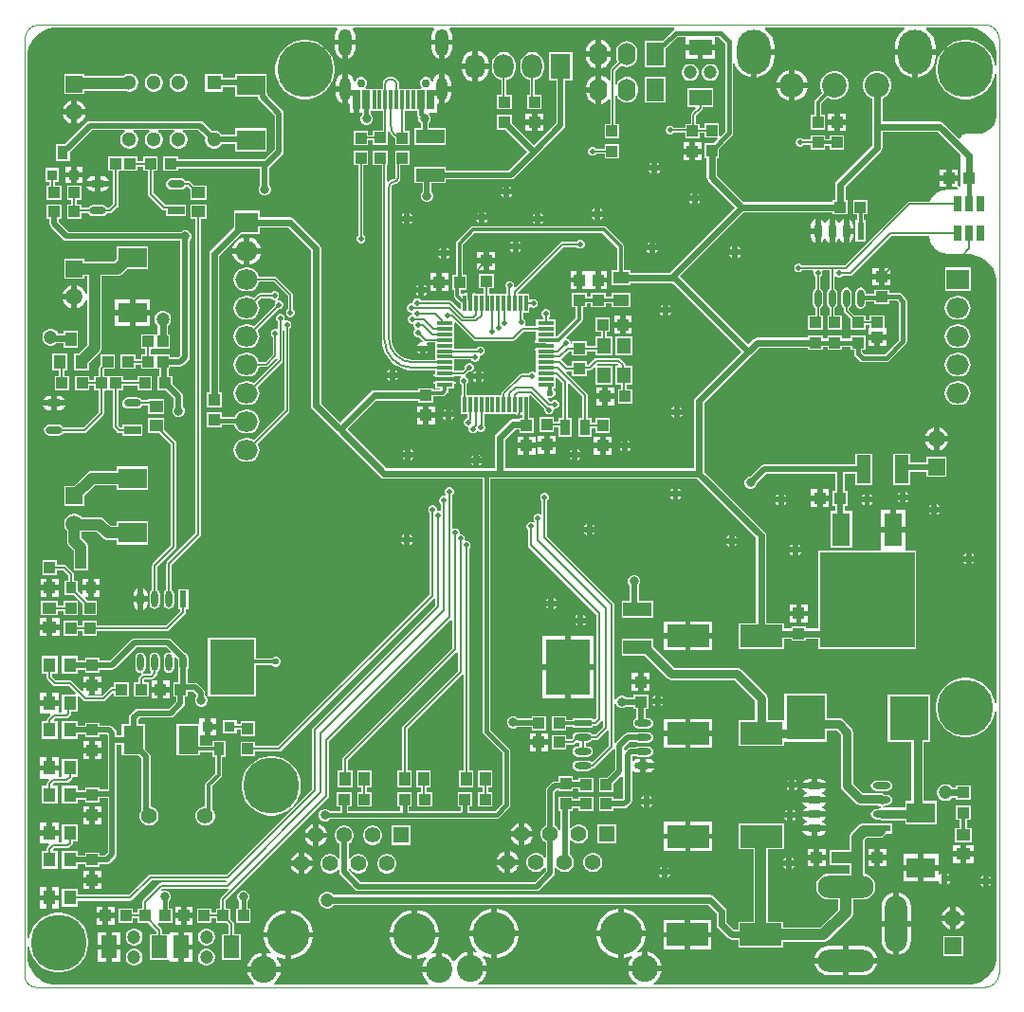
<source format=gtl>
G04*
G04 #@! TF.GenerationSoftware,Altium Limited,Altium Designer,21.0.9 (235)*
G04*
G04 Layer_Physical_Order=1*
G04 Layer_Color=255*
%FSLAX25Y25*%
%MOIN*%
G70*
G04*
G04 #@! TF.SameCoordinates,43861E83-1D47-4714-A818-AF3DA279242D*
G04*
G04*
G04 #@! TF.FilePolarity,Positive*
G04*
G01*
G75*
%ADD11C,0.00394*%
%ADD13C,0.00787*%
%ADD15C,0.01575*%
%ADD17C,0.01181*%
%ADD68O,0.07087X0.08661*%
%ADD69R,0.07087X0.08661*%
%ADD79C,0.00551*%
%ADD80R,0.03937X0.03937*%
%ADD81R,0.15748X0.19685*%
%ADD82R,0.09843X0.04724*%
%ADD83O,0.05906X0.02362*%
%ADD84R,0.05906X0.02362*%
%ADD85R,0.03937X0.03937*%
%ADD86R,0.03937X0.04724*%
%ADD87R,0.07087X0.09843*%
%ADD88O,0.02362X0.05906*%
%ADD89R,0.02362X0.05906*%
%ADD90R,0.03543X0.03937*%
%ADD91R,0.09843X0.07087*%
%ADD92R,0.03543X0.03543*%
%ADD93R,0.03543X0.04724*%
%ADD94R,0.01181X0.06693*%
%ADD95R,0.02559X0.06693*%
%ADD96R,0.07874X0.05512*%
%ADD97R,0.02362X0.06299*%
%ADD98O,0.02362X0.06299*%
%ADD99R,0.06299X0.11811*%
%ADD100R,0.33465X0.33465*%
%ADD101R,0.13780X0.15748*%
%ADD102R,0.14567X0.07874*%
%ADD103R,0.06299X0.02362*%
%ADD104O,0.06299X0.02362*%
%ADD105R,0.04724X0.03937*%
%ADD106R,0.02756X0.05512*%
%ADD107R,0.05512X0.01181*%
%ADD108R,0.01181X0.05512*%
%ADD109R,0.04724X0.05512*%
%ADD110R,0.05906X0.02756*%
%ADD111O,0.05906X0.02756*%
%ADD112R,0.04331X0.05118*%
%ADD113R,0.05512X0.07874*%
%ADD114R,0.04724X0.09843*%
%ADD115R,0.05512X0.03937*%
%ADD116R,0.03543X0.05512*%
%ADD117C,0.01968*%
%ADD118C,0.02362*%
%ADD119C,0.03150*%
%ADD120C,0.03937*%
%ADD121C,0.05512*%
%ADD122C,0.09449*%
%ADD123C,0.14961*%
%ADD124R,0.05512X0.05512*%
%ADD125C,0.05906*%
%ADD126R,0.05906X0.05906*%
%ADD127C,0.05118*%
%ADD128R,0.05118X0.05118*%
%ADD129O,0.04724X0.09449*%
%ADD130O,0.03937X0.08268*%
%ADD131C,0.02953*%
%ADD132O,0.06299X0.07874*%
%ADD133R,0.06299X0.07874*%
%ADD134C,0.04724*%
%ADD135C,0.08661*%
%ADD136O,0.11811X0.15748*%
%ADD137C,0.19685*%
%ADD138O,0.07874X0.07087*%
%ADD139R,0.07874X0.07087*%
%ADD140O,0.19685X0.07874*%
%ADD141O,0.07874X0.19685*%
%ADD142C,0.01575*%
%ADD143C,0.03150*%
%ADD144C,0.01968*%
%ADD145C,0.02362*%
G36*
X610112Y573739D02*
X609980Y573060D01*
X609951Y573041D01*
X606032Y569122D01*
X605827D01*
X605691Y569095D01*
X599724D01*
Y560039D01*
X607205D01*
Y566454D01*
X607608Y566723D01*
X611527Y570642D01*
X614173D01*
Y567913D01*
X619291D01*
X624409D01*
Y570642D01*
X625796D01*
X628123Y568316D01*
Y537302D01*
X626371Y535551D01*
X625910Y535743D01*
Y540189D01*
X620791D01*
Y538513D01*
X619095D01*
Y539961D01*
X617812D01*
Y542941D01*
X619916Y545045D01*
X620107Y545331D01*
X620174Y545669D01*
Y545866D01*
X623819D01*
Y552559D01*
X614764D01*
Y545866D01*
X617586D01*
X617777Y545404D01*
X616305Y543931D01*
X616113Y543645D01*
X616046Y543307D01*
Y539961D01*
X613976D01*
Y538678D01*
X610000D01*
X609997Y538687D01*
X609553Y539130D01*
X608975Y539370D01*
X608348D01*
X607769Y539130D01*
X607326Y538687D01*
X607087Y538108D01*
Y537482D01*
X607326Y536903D01*
X607769Y536460D01*
X608348Y536221D01*
X608975D01*
X609553Y536460D01*
X609997Y536903D01*
X610000Y536912D01*
X613976D01*
Y534842D01*
X619095D01*
Y536747D01*
X620791D01*
Y535071D01*
X625238D01*
X625429Y534609D01*
X623923Y533102D01*
X620791D01*
Y527984D01*
X621544D01*
Y521138D01*
X621681Y520446D01*
X622073Y519861D01*
X631304Y510630D01*
X608307Y487633D01*
X594685D01*
Y488386D01*
X592543D01*
Y496850D01*
X592451Y497311D01*
X592190Y497702D01*
X592190Y497702D01*
X586285Y503607D01*
X585894Y503868D01*
X585433Y503960D01*
X585433Y503960D01*
X539370D01*
X538909Y503868D01*
X538518Y503607D01*
X538518Y503607D01*
X533794Y498883D01*
X533533Y498492D01*
X533441Y498032D01*
X533441Y498032D01*
Y486811D01*
X532087D01*
Y481693D01*
X532654D01*
Y479528D01*
X532654Y479528D01*
X532746Y479067D01*
X533007Y478676D01*
X534582Y477101D01*
X534582Y477101D01*
X534972Y476840D01*
X535213Y476792D01*
Y476772D01*
X535236Y476655D01*
Y474934D01*
X534774Y474742D01*
X531845Y477672D01*
X531558Y477863D01*
X531220Y477930D01*
X521162D01*
X521158Y477939D01*
X520715Y478382D01*
X520136Y478622D01*
X519510D01*
X518931Y478382D01*
X518488Y477939D01*
X518248Y477360D01*
Y477222D01*
X518030Y476772D01*
X517403D01*
X516824Y476532D01*
X516382Y476089D01*
X516142Y475510D01*
Y474884D01*
X516382Y474305D01*
X516824Y473862D01*
X517403Y473622D01*
X517672D01*
X517721Y473617D01*
X517955Y473088D01*
X517798Y472835D01*
X517797D01*
X517218Y472595D01*
X516775Y472152D01*
X516535Y471573D01*
Y470947D01*
X516775Y470368D01*
X517218Y469925D01*
X517797Y469685D01*
X518042D01*
X518435Y469617D01*
X518504Y469223D01*
Y468978D01*
X518744Y468399D01*
X518903Y468240D01*
X519154Y467913D01*
X518903Y467587D01*
X518744Y467427D01*
X518504Y466849D01*
Y466222D01*
X518744Y465643D01*
X519187Y465200D01*
X519766Y464961D01*
X520392D01*
X520401Y464964D01*
X521676Y463689D01*
X521469Y463189D01*
X521223D01*
X520427Y462859D01*
X519818Y462250D01*
X519718Y462008D01*
X523590D01*
X523489Y462250D01*
X523146Y462593D01*
X523353Y463093D01*
X526181D01*
Y460827D01*
Y456986D01*
X518307D01*
X518295Y456983D01*
X516827Y457128D01*
X515404Y457559D01*
X514093Y458260D01*
X512944Y459204D01*
X512000Y460353D01*
X511300Y461664D01*
X510868Y463087D01*
X510723Y464555D01*
X510726Y464567D01*
Y517717D01*
X510738D01*
X510820Y518127D01*
X511052Y518475D01*
X511353Y518676D01*
X511811Y518779D01*
X511811Y518779D01*
X512610Y518938D01*
X513287Y519390D01*
X513739Y520067D01*
X513898Y520866D01*
X513875D01*
Y525394D01*
X517126D01*
Y530512D01*
X512008D01*
Y525394D01*
X512109D01*
Y520866D01*
X512098D01*
X512014Y520663D01*
X511811Y520579D01*
Y520576D01*
X511071Y520478D01*
X510382Y520193D01*
X509789Y519738D01*
X509651Y519558D01*
X509151Y519728D01*
Y525472D01*
X509366D01*
Y530591D01*
X504248D01*
Y525472D01*
X507385D01*
Y464134D01*
X507368D01*
X507502Y462429D01*
X507901Y460766D01*
X508556Y459186D01*
X509450Y457727D01*
X510560Y456427D01*
X511861Y455316D01*
X513319Y454422D01*
X514899Y453768D01*
X516563Y453368D01*
X518268Y453234D01*
Y453251D01*
X526181D01*
Y451968D01*
X525591D01*
Y451181D01*
X526181D01*
Y450984D01*
X529528D01*
X532874D01*
Y451181D01*
X533464D01*
Y451282D01*
X534962D01*
X535169Y450782D01*
X534885Y450498D01*
X534646Y449920D01*
Y449293D01*
X534885Y448714D01*
X535328Y448271D01*
X535436Y448227D01*
Y444685D01*
X535236D01*
Y437992D01*
X537382D01*
Y436573D01*
X536903Y436374D01*
X536460Y435931D01*
X536221Y435353D01*
Y434726D01*
X536460Y434147D01*
X536903Y433704D01*
X537482Y433465D01*
X537542D01*
X537819Y433049D01*
X537795Y432990D01*
Y432364D01*
X538035Y431785D01*
X538478Y431342D01*
X539057Y431102D01*
X539683D01*
X540262Y431342D01*
X540705Y431785D01*
X541105Y431865D01*
X541234Y431736D01*
X541813Y431496D01*
X542439D01*
X543018Y431736D01*
X543461Y432179D01*
X543701Y432758D01*
Y433384D01*
X543461Y433963D01*
X543326Y434098D01*
Y437992D01*
X554331D01*
Y437402D01*
X556867D01*
Y436417D01*
X555709D01*
Y436058D01*
X553543D01*
X552852Y435921D01*
X552266Y435529D01*
X547542Y430805D01*
X547150Y430219D01*
X547013Y429528D01*
Y418736D01*
X509016D01*
X495271Y432480D01*
X505473Y442682D01*
X520276D01*
Y441929D01*
X525394D01*
Y444071D01*
X528740D01*
X528740Y444071D01*
X529201Y444163D01*
X529592Y444424D01*
X530379Y445211D01*
X530379Y445211D01*
X530640Y445602D01*
X530732Y446063D01*
X530732Y446063D01*
Y447047D01*
X532874D01*
Y448425D01*
X533464D01*
Y449213D01*
X532874D01*
Y449410D01*
X529644D01*
X529528Y449433D01*
X529411Y449410D01*
X526181D01*
Y449213D01*
X525591D01*
Y448425D01*
X526181D01*
Y447047D01*
X527683D01*
X527896Y446547D01*
X527831Y446480D01*
X525394D01*
Y447047D01*
X520276D01*
Y446294D01*
X504724D01*
X504033Y446157D01*
X503447Y445765D01*
X492717Y435035D01*
X486058Y441693D01*
Y496063D01*
X485921Y496754D01*
X485529Y497340D01*
X476317Y506553D01*
X475731Y506944D01*
X475039Y507082D01*
X464370D01*
Y509409D01*
X455315D01*
Y503696D01*
X447148Y495529D01*
X446756Y494943D01*
X446619Y494252D01*
Y445472D01*
X445866D01*
Y440354D01*
X450984D01*
Y445472D01*
X450232D01*
Y493504D01*
X457869Y501142D01*
X464370D01*
Y503469D01*
X474291D01*
X482446Y495315D01*
Y440945D01*
X482583Y440254D01*
X482975Y439668D01*
X491439Y431203D01*
X506990Y415652D01*
X507577Y415260D01*
X508268Y415123D01*
X542690D01*
Y326378D01*
X542797Y325840D01*
X543101Y325384D01*
X549776Y318709D01*
Y300976D01*
X547056Y298255D01*
X538019D01*
Y299803D01*
X539173D01*
Y304921D01*
X534055D01*
Y299803D01*
X535209D01*
Y298355D01*
X535110Y298255D01*
X516759D01*
Y299803D01*
X517913D01*
Y304921D01*
X512795D01*
Y299803D01*
X513949D01*
Y298255D01*
X495499D01*
Y299803D01*
X496654D01*
Y304921D01*
X491536D01*
Y299803D01*
X492690D01*
Y298255D01*
X489059D01*
X488628Y298686D01*
X487832Y299016D01*
X486971D01*
X486175Y298686D01*
X485566Y298077D01*
X485236Y297281D01*
Y296420D01*
X485566Y295624D01*
X486175Y295015D01*
X486971Y294685D01*
X487832D01*
X488628Y295015D01*
X489059Y295445D01*
X547638D01*
X548175Y295552D01*
X548631Y295857D01*
X552175Y299400D01*
X552479Y299856D01*
X552586Y300394D01*
Y319291D01*
X552479Y319829D01*
X552175Y320285D01*
X545499Y326960D01*
Y415123D01*
X618149D01*
X638942Y394331D01*
Y364370D01*
X632874D01*
Y355315D01*
X648622D01*
Y358824D01*
X651378D01*
Y358071D01*
X656496D01*
Y358824D01*
X660630D01*
Y355118D01*
X695276D01*
Y389764D01*
X691595D01*
X691339Y390158D01*
X691339Y390264D01*
Y396260D01*
X687008D01*
X682677D01*
Y390264D01*
X682677Y390158D01*
X682421Y389764D01*
X660630D01*
Y362436D01*
X656496D01*
Y363189D01*
X651378D01*
Y362436D01*
X648622D01*
Y364370D01*
X642554D01*
Y395079D01*
X642417Y395770D01*
X642025Y396356D01*
X620704Y417677D01*
Y441772D01*
X637498Y458565D01*
X640118Y461186D01*
X657283D01*
Y460433D01*
X662402D01*
Y461587D01*
X663976D01*
Y460433D01*
X669095D01*
Y461587D01*
X672244D01*
Y460433D01*
X673398D01*
Y459055D01*
X673505Y458518D01*
X673810Y458062D01*
X675385Y456487D01*
X675840Y456182D01*
X676378Y456075D01*
X684646D01*
X685183Y456182D01*
X685639Y456487D01*
X691545Y462392D01*
X691849Y462848D01*
X691956Y463386D01*
Y477559D01*
X691849Y478097D01*
X691545Y478552D01*
X689970Y480127D01*
X689514Y480432D01*
X688976Y480539D01*
X685630D01*
Y481693D01*
X680512D01*
Y480323D01*
X677446D01*
Y480671D01*
X677309Y481362D01*
X676917Y481948D01*
X676331Y482340D01*
X675640Y482477D01*
X674949Y482340D01*
X674363Y481948D01*
X673971Y481362D01*
X673834Y480671D01*
Y476734D01*
X673971Y476043D01*
X674363Y475456D01*
X674949Y475065D01*
X675640Y474928D01*
X676331Y475065D01*
X676917Y475456D01*
X677309Y476043D01*
X677446Y476734D01*
Y477513D01*
X680512D01*
Y476575D01*
X685630D01*
Y477729D01*
X688394D01*
X689146Y476977D01*
Y463968D01*
X684064Y458885D01*
X676960D01*
X676208Y459637D01*
Y460433D01*
X677362D01*
Y465551D01*
X672244D01*
Y464397D01*
X669095D01*
Y465551D01*
X663976D01*
Y464397D01*
X662402D01*
Y465551D01*
X657283D01*
Y464798D01*
X639370D01*
X638679Y464661D01*
X638093Y464269D01*
X636221Y462397D01*
X612200Y486417D01*
X634607Y508824D01*
X665945D01*
Y508071D01*
X671063D01*
Y513189D01*
X670310D01*
Y517756D01*
X682773Y530219D01*
X683165Y530805D01*
X683302Y531496D01*
Y537170D01*
X702795D01*
X710630Y529335D01*
Y518309D01*
X710487Y517965D01*
X710343Y517922D01*
X710001Y518117D01*
X709842Y518297D01*
Y519882D01*
X707677D01*
Y517717D01*
X709351D01*
X709469Y517717D01*
X709786Y517230D01*
X709674Y516989D01*
X709053Y516732D01*
X705709D01*
X705130Y516704D01*
X703994Y516478D01*
X702925Y516035D01*
X701962Y515392D01*
X701144Y514573D01*
X700500Y513611D01*
X700121Y512694D01*
X692913D01*
X692575Y512627D01*
X692289Y512435D01*
X670107Y490253D01*
X655276D01*
X655272Y490262D01*
X654829Y490705D01*
X654250Y490945D01*
X653624D01*
X653045Y490705D01*
X652602Y490262D01*
X652362Y489683D01*
Y489057D01*
X652602Y488478D01*
X653045Y488035D01*
X653624Y487795D01*
X654250D01*
X654829Y488035D01*
X655272Y488478D01*
X655276Y488487D01*
X658835D01*
X659168Y487987D01*
X659055Y487715D01*
Y487088D01*
X659295Y486510D01*
X659738Y486066D01*
X659752Y486061D01*
Y482208D01*
X659363Y481948D01*
X658971Y481362D01*
X658834Y480671D01*
Y476734D01*
X658971Y476043D01*
X659363Y475456D01*
X659757Y475193D01*
Y472638D01*
X657283D01*
Y467520D01*
X662402D01*
Y472638D01*
X661523D01*
Y475193D01*
X661917Y475456D01*
X662309Y476043D01*
X662446Y476734D01*
Y480671D01*
X662309Y481362D01*
X661917Y481948D01*
X661518Y482215D01*
Y486065D01*
X661522Y486066D01*
X661965Y486510D01*
X662205Y487088D01*
Y487715D01*
X662092Y487987D01*
X662425Y488487D01*
X664757D01*
Y482211D01*
X664363Y481948D01*
X663971Y481362D01*
X663834Y480671D01*
Y476734D01*
X663971Y476043D01*
X664363Y475456D01*
X664757Y475193D01*
Y472638D01*
X663976D01*
Y467520D01*
X669095D01*
Y472638D01*
X666523D01*
Y475193D01*
X666917Y475456D01*
X667309Y476043D01*
X667446Y476734D01*
Y480671D01*
X667309Y481362D01*
X666917Y481948D01*
X666523Y482211D01*
Y486055D01*
X667023Y486262D01*
X667218Y486066D01*
X667797Y485827D01*
X668424D01*
X669002Y486066D01*
X669445Y486510D01*
X669449Y486518D01*
X672047D01*
X672385Y486586D01*
X672672Y486777D01*
X686586Y500692D01*
X699818D01*
X699836Y500309D01*
X700100Y498984D01*
X700617Y497736D01*
X701367Y496613D01*
X702322Y495658D01*
X703445Y494908D01*
X704693Y494391D01*
X706018Y494128D01*
X706693Y494095D01*
X714410D01*
X716342Y493710D01*
X718162Y492956D01*
X719800Y491862D01*
X721193Y490469D01*
X722287Y488831D01*
X723041Y487011D01*
X723425Y485079D01*
Y484094D01*
Y336177D01*
X722925Y336138D01*
X722775Y337089D01*
X722267Y338651D01*
X721522Y340114D01*
X720556Y341442D01*
X719395Y342604D01*
X718067Y343569D01*
X716603Y344314D01*
X715041Y344822D01*
X713419Y345079D01*
X711777D01*
X710155Y344822D01*
X708594Y344314D01*
X707130Y343569D01*
X705802Y342604D01*
X704640Y341442D01*
X703675Y340114D01*
X702930Y338651D01*
X702422Y337089D01*
X702165Y335467D01*
Y333825D01*
X702422Y332203D01*
X702930Y330641D01*
X703675Y329178D01*
X704640Y327849D01*
X705802Y326688D01*
X707130Y325723D01*
X708594Y324977D01*
X710155Y324469D01*
X711777Y324213D01*
X713419D01*
X715041Y324469D01*
X716603Y324977D01*
X718067Y325723D01*
X719395Y326688D01*
X720556Y327849D01*
X721522Y329178D01*
X722267Y330641D01*
X722775Y332203D01*
X722925Y333153D01*
X723425Y333114D01*
Y247047D01*
Y246078D01*
X723047Y244176D01*
X722305Y242385D01*
X721228Y240773D01*
X719857Y239402D01*
X718245Y238325D01*
X716454Y237583D01*
X714552Y237205D01*
X602909D01*
X602631Y237651D01*
X602637Y237705D01*
X603568Y238326D01*
X604390Y239149D01*
X605036Y240116D01*
X605482Y241191D01*
X605629Y241929D01*
X599803D01*
X593978D01*
X594125Y241191D01*
X594570Y240116D01*
X595216Y239149D01*
X596039Y238326D01*
X596969Y237705D01*
X596975Y237651D01*
X596697Y237205D01*
X541492D01*
X541214Y237651D01*
X541220Y237705D01*
X542150Y238326D01*
X542973Y239149D01*
X543619Y240116D01*
X544064Y241191D01*
X544211Y241929D01*
X538386D01*
Y242913D01*
X537402D01*
Y248739D01*
X536663Y248592D01*
X535589Y248147D01*
X534621Y247500D01*
X533799Y246678D01*
X533152Y245711D01*
X533041Y245443D01*
X532505Y245453D01*
X531949Y246284D01*
X531127Y247107D01*
X530160Y247753D01*
X529085Y248198D01*
X528346Y248345D01*
Y242520D01*
X527362D01*
Y241535D01*
X521537D01*
X521684Y240797D01*
X522129Y239722D01*
X522775Y238755D01*
X523598Y237933D01*
X523939Y237705D01*
X523787Y237205D01*
X469520D01*
X469368Y237705D01*
X469709Y237933D01*
X470532Y238755D01*
X471178Y239722D01*
X471623Y240797D01*
X471770Y241535D01*
X465945D01*
X460119D01*
X460266Y240797D01*
X460711Y239722D01*
X461358Y238755D01*
X462180Y237933D01*
X462521Y237705D01*
X462370Y237205D01*
X391889D01*
X389957Y237589D01*
X388137Y238343D01*
X386499Y239437D01*
X385106Y240830D01*
X384012Y242468D01*
X383258Y244288D01*
X382874Y246220D01*
Y250437D01*
X383374Y250476D01*
X383525Y249525D01*
X384032Y247964D01*
X384778Y246500D01*
X385743Y245172D01*
X386904Y244011D01*
X388233Y243045D01*
X389696Y242300D01*
X391258Y241792D01*
X392880Y241535D01*
X394522D01*
X396144Y241792D01*
X397706Y242300D01*
X399169Y243045D01*
X400497Y244011D01*
X401659Y245172D01*
X402624Y246500D01*
X403370Y247964D01*
X403877Y249525D01*
X404134Y251147D01*
Y252790D01*
X403877Y254412D01*
X403370Y255973D01*
X402624Y257437D01*
X401659Y258765D01*
X400497Y259926D01*
X399169Y260892D01*
X397706Y261637D01*
X396144Y262145D01*
X394522Y262402D01*
X392880D01*
X391258Y262145D01*
X389696Y261637D01*
X388233Y260892D01*
X386904Y259926D01*
X385743Y258765D01*
X384778Y257437D01*
X384032Y255973D01*
X383525Y254412D01*
X383374Y253461D01*
X382874Y253500D01*
Y563819D01*
Y564804D01*
X383258Y566736D01*
X384012Y568556D01*
X385106Y570193D01*
X386499Y571586D01*
X388137Y572681D01*
X389957Y573435D01*
X391889Y573819D01*
X491467D01*
X491714Y573319D01*
X491354Y572850D01*
X490997Y571988D01*
X490875Y571063D01*
Y569685D01*
X494449D01*
X498023D01*
Y571063D01*
X497901Y571988D01*
X497544Y572850D01*
X497184Y573319D01*
X497431Y573819D01*
X525483D01*
X525729Y573319D01*
X525370Y572850D01*
X525012Y571988D01*
X524891Y571063D01*
Y569685D01*
X528465D01*
X532038D01*
Y571063D01*
X531917Y571988D01*
X531560Y572850D01*
X531200Y573319D01*
X531446Y573819D01*
X610058D01*
X610112Y573739D01*
D02*
G37*
G36*
X716342Y573435D02*
X718162Y572681D01*
X719800Y571586D01*
X721193Y570193D01*
X722287Y568556D01*
X723041Y566736D01*
X723425Y564804D01*
Y560587D01*
X722925Y560547D01*
X722775Y561498D01*
X722267Y563060D01*
X721522Y564523D01*
X720556Y565852D01*
X719395Y567013D01*
X718067Y567978D01*
X716603Y568724D01*
X715041Y569231D01*
X713419Y569488D01*
X711777D01*
X710155Y569231D01*
X708594Y568724D01*
X707130Y567978D01*
X705802Y567013D01*
X704640Y565852D01*
X703675Y564523D01*
X702930Y563060D01*
X702422Y561498D01*
X702165Y559876D01*
Y558234D01*
X702422Y556612D01*
X702930Y555050D01*
X703675Y553587D01*
X704640Y552258D01*
X705802Y551097D01*
X707130Y550132D01*
X708594Y549386D01*
X710155Y548879D01*
X711777Y548622D01*
X713419D01*
X715041Y548879D01*
X716603Y549386D01*
X718067Y550132D01*
X719395Y551097D01*
X720556Y552258D01*
X721522Y553587D01*
X722267Y555050D01*
X722775Y556612D01*
X722925Y557563D01*
X723425Y557523D01*
Y543307D01*
Y542628D01*
X723160Y541297D01*
X722641Y540044D01*
X721887Y538915D01*
X720927Y537956D01*
X719799Y537201D01*
X718545Y536682D01*
X717214Y536417D01*
X712598D01*
X712214Y536379D01*
X711505Y536086D01*
X710962Y535542D01*
X710750Y535031D01*
X710262Y534885D01*
X710178Y534896D01*
X704821Y540254D01*
X704235Y540645D01*
X703543Y540783D01*
X683302D01*
Y548932D01*
X683396Y548957D01*
X684518Y549605D01*
X685434Y550522D01*
X686082Y551644D01*
X686417Y552895D01*
Y554191D01*
X686082Y555443D01*
X685434Y556565D01*
X684518Y557481D01*
X683396Y558129D01*
X682144Y558465D01*
X680848D01*
X679597Y558129D01*
X678474Y557481D01*
X677558Y556565D01*
X676910Y555443D01*
X676575Y554191D01*
Y552895D01*
X676910Y551644D01*
X677558Y550522D01*
X678474Y549605D01*
X679597Y548957D01*
X679690Y548932D01*
Y538976D01*
Y532244D01*
X667227Y519781D01*
X666835Y519195D01*
X666698Y518504D01*
Y513189D01*
X665945D01*
Y512436D01*
X634607D01*
X625157Y521886D01*
Y527984D01*
X625910D01*
Y531115D01*
X630521Y535727D01*
X630826Y536183D01*
X630933Y536721D01*
Y561172D01*
X631432Y561246D01*
X631610Y560661D01*
X632268Y559430D01*
X633154Y558351D01*
X634233Y557465D01*
X635464Y556807D01*
X636800Y556402D01*
X637205Y556362D01*
Y565354D01*
X638189D01*
Y566339D01*
X645310D01*
Y567323D01*
X645173Y568712D01*
X644768Y570048D01*
X644110Y571279D01*
X643224Y572358D01*
X642145Y573244D01*
X641976Y573334D01*
X642098Y573819D01*
X690973D01*
X691095Y573334D01*
X690926Y573244D01*
X689847Y572358D01*
X688961Y571279D01*
X688303Y570048D01*
X687898Y568712D01*
X687761Y567323D01*
Y566339D01*
X694882D01*
X702003D01*
Y567323D01*
X701866Y568712D01*
X701461Y570048D01*
X700803Y571279D01*
X699917Y572358D01*
X698838Y573244D01*
X698669Y573334D01*
X698791Y573819D01*
X714410D01*
X716342Y573435D01*
D02*
G37*
G36*
X590134Y496352D02*
Y488386D01*
X587992D01*
Y483268D01*
X594685D01*
Y484020D01*
X609488D01*
X633666Y459842D01*
X617620Y443797D01*
X617229Y443211D01*
X617091Y442520D01*
Y418736D01*
X550625D01*
Y428779D01*
X554291Y432446D01*
X555709D01*
Y431299D01*
X560827D01*
Y436417D01*
X559275D01*
Y441339D01*
X559252Y441455D01*
Y444304D01*
X559752Y444511D01*
X564571Y439692D01*
X564567Y439683D01*
Y439057D01*
X564807Y438478D01*
X565250Y438035D01*
X565829Y437795D01*
X566455D01*
X567034Y438035D01*
X567477Y438478D01*
X567717Y439057D01*
Y439302D01*
X567785Y439695D01*
X568179Y439764D01*
X568424D01*
X569002Y440003D01*
X569445Y440447D01*
X569685Y441025D01*
Y441652D01*
X569445Y442231D01*
X569002Y442674D01*
X568424Y442913D01*
X567797D01*
X567218Y442674D01*
X566775Y442231D01*
X566312Y442418D01*
X565472Y443257D01*
X565755Y443681D01*
X566183Y443504D01*
X566888D01*
X567539Y443774D01*
X568037Y444272D01*
X568307Y444923D01*
Y445628D01*
X568037Y446279D01*
X567769Y446547D01*
X567811Y447047D01*
X568307D01*
Y450433D01*
X568807Y450640D01*
X570650Y448797D01*
Y436417D01*
X569291D01*
Y435255D01*
X567913D01*
Y436811D01*
X562795D01*
Y431693D01*
X567913D01*
Y433248D01*
X569291D01*
Y429724D01*
X574016D01*
Y436417D01*
X572657D01*
Y448499D01*
X573119Y448690D01*
X577737Y444072D01*
Y436417D01*
X576378D01*
Y429724D01*
X581102D01*
Y432855D01*
X582480D01*
Y431299D01*
X587598D01*
Y436417D01*
X582480D01*
Y434862D01*
X581102D01*
Y436417D01*
X579744D01*
Y444488D01*
X579667Y444872D01*
X579450Y445198D01*
X572214Y452433D01*
X572421Y452934D01*
X574213D01*
Y451378D01*
X579331D01*
Y453327D01*
X580315D01*
X580699Y453404D01*
X581025Y453621D01*
X581980Y454577D01*
X582480Y454370D01*
Y448228D01*
X588386D01*
Y454921D01*
X583198D01*
X582984Y455401D01*
X583210Y455689D01*
X590095D01*
X590343Y455383D01*
X590142Y454921D01*
X589567D01*
Y448228D01*
X591516D01*
Y446654D01*
X590354D01*
Y441535D01*
X595472D01*
Y446654D01*
X593523D01*
Y448228D01*
X595472D01*
Y454921D01*
X593129D01*
Y455118D01*
X593053Y455502D01*
X592836Y455828D01*
X591261Y457403D01*
X590935Y457620D01*
X590551Y457696D01*
X582677D01*
X582293Y457620D01*
X581968Y457403D01*
X579899Y455334D01*
X579331D01*
Y456496D01*
X574213D01*
Y454941D01*
X572463D01*
X570623Y456781D01*
X570591Y456843D01*
X570591Y457330D01*
X570623Y457393D01*
X573250Y460020D01*
X574213D01*
Y458465D01*
X579331D01*
Y460020D01*
X582480D01*
Y458465D01*
X588386D01*
Y465158D01*
X586437D01*
Y466732D01*
X587598D01*
Y471850D01*
X582480D01*
Y466732D01*
X584430D01*
Y465158D01*
X582480D01*
Y462027D01*
X579331D01*
Y463583D01*
X574213D01*
Y462449D01*
X574047Y462399D01*
X573892Y462501D01*
X573622Y462793D01*
Y463305D01*
X573382Y463884D01*
X572939Y464327D01*
X572451Y464529D01*
X572244Y465029D01*
X577623Y470408D01*
X577623Y470408D01*
X577884Y470799D01*
X577976Y471260D01*
Y475394D01*
X579331D01*
Y476749D01*
X580905D01*
Y475394D01*
X586024D01*
Y476749D01*
X587992D01*
Y475394D01*
X594685D01*
Y480512D01*
X587992D01*
Y479157D01*
X586024D01*
Y480512D01*
X580905D01*
Y479157D01*
X579331D01*
Y480512D01*
X574213D01*
Y475394D01*
X575567D01*
Y471759D01*
X568989Y465181D01*
X568307D01*
Y466732D01*
Y471063D01*
X565964D01*
Y472005D01*
X566296Y472336D01*
X566535Y472915D01*
Y473542D01*
X566296Y474120D01*
X565853Y474563D01*
X565274Y474803D01*
X564647D01*
X564069Y474563D01*
X563626Y474120D01*
X563386Y473542D01*
Y472915D01*
X563626Y472336D01*
X563957Y472005D01*
Y471063D01*
X561614D01*
Y468796D01*
X557897D01*
X557680Y469297D01*
X557874Y469766D01*
Y470392D01*
X557634Y470971D01*
X557204Y471401D01*
Y473425D01*
X559252D01*
Y475215D01*
X559738Y475437D01*
X560317Y475197D01*
X560943D01*
X561522Y475437D01*
X561965Y475880D01*
X562205Y476458D01*
Y477085D01*
X561965Y477664D01*
X561522Y478107D01*
X560943Y478346D01*
X560317D01*
X559738Y478107D01*
X559252Y478328D01*
Y480118D01*
X555447D01*
X555266Y480618D01*
X571282Y496634D01*
X575942D01*
X576273Y496303D01*
X576852Y496063D01*
X577479D01*
X578057Y496303D01*
X578500Y496746D01*
X578740Y497325D01*
Y497951D01*
X578500Y498530D01*
X578057Y498973D01*
X577479Y499213D01*
X576852D01*
X576273Y498973D01*
X575942Y498641D01*
X570866D01*
X570482Y498565D01*
X570156Y498347D01*
X554399Y482590D01*
X554147Y482681D01*
X553937Y482835D01*
Y483384D01*
X553697Y483963D01*
X553254Y484406D01*
X552675Y484646D01*
X552049D01*
X551470Y484406D01*
X551027Y483963D01*
X550787Y483384D01*
Y482758D01*
X551027Y482179D01*
X551260Y481946D01*
Y480118D01*
X545098D01*
Y482087D01*
X546654D01*
Y487205D01*
X541535D01*
Y482087D01*
X543091D01*
Y480118D01*
X540158D01*
Y480709D01*
X539370D01*
Y480118D01*
X539173D01*
Y476772D01*
X537622D01*
Y477953D01*
X537599Y478069D01*
Y480118D01*
X537402D01*
Y480709D01*
X536614D01*
Y480118D01*
X535236D01*
X535063Y480546D01*
Y481693D01*
X537205D01*
Y486811D01*
X535850D01*
Y497533D01*
X539869Y501552D01*
X584934D01*
X590134Y496352D01*
D02*
G37*
G36*
X539493Y463942D02*
X539780Y463751D01*
X540118Y463684D01*
X553543D01*
X553881Y463751D01*
X554168Y463942D01*
X557256Y467030D01*
X561614D01*
Y463779D01*
X561024D01*
Y462992D01*
X561614D01*
Y462795D01*
X564844D01*
X564961Y462772D01*
Y461221D01*
X561614D01*
Y461024D01*
X561024D01*
Y460236D01*
X561614D01*
Y456890D01*
Y452737D01*
X561128Y452516D01*
X560549Y452756D01*
X559923D01*
X559344Y452516D01*
X558901Y452073D01*
X558897Y452064D01*
X556299D01*
X555961Y451997D01*
X555675Y451806D01*
X549572Y445703D01*
X549381Y445417D01*
X549314Y445079D01*
Y444685D01*
X537202D01*
Y448361D01*
X537556Y448714D01*
X537795Y449293D01*
Y449920D01*
X537556Y450498D01*
X537113Y450941D01*
X536828Y451059D01*
X536755Y451254D01*
X536743Y451636D01*
X537867Y452760D01*
X537876Y452756D01*
X538502D01*
X539081Y452996D01*
X539524Y453439D01*
X539764Y454017D01*
Y454644D01*
X539524Y455223D01*
X539081Y455666D01*
X538502Y455905D01*
X537876D01*
X537297Y455666D01*
X536854Y455223D01*
X536614Y454644D01*
Y454017D01*
X536618Y454008D01*
X535658Y453049D01*
X532874D01*
Y457089D01*
X538778D01*
X538822Y456982D01*
X539265Y456539D01*
X539844Y456299D01*
X540471D01*
X541049Y456539D01*
X541493Y456982D01*
X541732Y457561D01*
Y458187D01*
X542118Y458563D01*
X542341D01*
X542920Y458803D01*
X543363Y459246D01*
X543602Y459825D01*
Y460451D01*
X543363Y461030D01*
X542920Y461473D01*
X542341Y461713D01*
X541714D01*
X541136Y461473D01*
X540693Y461030D01*
X540648Y460922D01*
X532874D01*
Y462795D01*
Y466732D01*
Y469908D01*
X533336Y470100D01*
X539493Y463942D01*
D02*
G37*
%LPC*%
G36*
X584449Y569593D02*
Y565551D01*
X587807D01*
X587684Y566485D01*
X587247Y567538D01*
X586553Y568443D01*
X585649Y569137D01*
X584595Y569574D01*
X584449Y569593D01*
D02*
G37*
G36*
X582480D02*
X582334Y569574D01*
X581281Y569137D01*
X580376Y568443D01*
X579682Y567538D01*
X579245Y566485D01*
X579122Y565551D01*
X582480D01*
Y569593D01*
D02*
G37*
G36*
X624409Y565945D02*
X620276D01*
Y562992D01*
X624409D01*
Y565945D01*
D02*
G37*
G36*
X618307D02*
X614173D01*
Y562992D01*
X618307D01*
Y565945D01*
D02*
G37*
G36*
X493465Y567717D02*
X490875D01*
Y566339D01*
X490997Y565414D01*
X491354Y564552D01*
X491922Y563811D01*
X492662Y563243D01*
X493465Y562911D01*
Y567717D01*
D02*
G37*
G36*
X532038Y567717D02*
X529449D01*
Y562911D01*
X530252Y563243D01*
X530992Y563811D01*
X531560Y564552D01*
X531917Y565414D01*
X532038Y566339D01*
Y567717D01*
D02*
G37*
G36*
X527480D02*
X524891D01*
Y566339D01*
X525012Y565414D01*
X525370Y564552D01*
X525938Y563811D01*
X526678Y563243D01*
X527480Y562911D01*
Y567717D01*
D02*
G37*
G36*
X498023Y567717D02*
X495433D01*
Y562911D01*
X496236Y563243D01*
X496976Y563811D01*
X497544Y564552D01*
X497901Y565414D01*
X498023Y566339D01*
Y567717D01*
D02*
G37*
G36*
X541221Y565659D02*
Y561221D01*
X544976D01*
X544839Y562257D01*
X544363Y563406D01*
X543606Y564393D01*
X542619Y565150D01*
X541469Y565626D01*
X541221Y565659D01*
D02*
G37*
G36*
X539252Y565659D02*
X539003Y565626D01*
X537854Y565150D01*
X536867Y564393D01*
X536109Y563406D01*
X535633Y562257D01*
X535497Y561221D01*
X539252D01*
Y565659D01*
D02*
G37*
G36*
X593465Y569127D02*
X592488Y568998D01*
X591578Y568621D01*
X590797Y568022D01*
X590198Y567240D01*
X589821Y566331D01*
X589692Y565354D01*
Y563779D01*
X589821Y562803D01*
X590198Y561893D01*
X590255Y561819D01*
X587958Y559522D01*
X587767Y559236D01*
X587700Y558898D01*
Y555275D01*
X587200Y555105D01*
X586632Y555845D01*
X585727Y556539D01*
X584674Y556975D01*
X584528Y556994D01*
Y551968D01*
Y546943D01*
X584674Y546962D01*
X585727Y547398D01*
X586632Y548092D01*
X587200Y548832D01*
X587700Y548662D01*
Y539961D01*
X585630D01*
Y534842D01*
X590748D01*
Y539961D01*
X589466D01*
Y549945D01*
X589966Y550044D01*
X590276Y549295D01*
X590876Y548514D01*
X591657Y547914D01*
X592567Y547537D01*
X593543Y547409D01*
X594520Y547537D01*
X595430Y547914D01*
X596211Y548514D01*
X596810Y549295D01*
X597187Y550205D01*
X597316Y551181D01*
Y552756D01*
X597187Y553732D01*
X596810Y554642D01*
X596211Y555423D01*
X595430Y556023D01*
X594520Y556400D01*
X593543Y556528D01*
X592567Y556400D01*
X591657Y556023D01*
X590876Y555423D01*
X590276Y554642D01*
X589966Y553893D01*
X589466Y553992D01*
Y558532D01*
X591504Y560570D01*
X591578Y560512D01*
X592488Y560136D01*
X593465Y560007D01*
X594441Y560136D01*
X595351Y560512D01*
X596132Y561112D01*
X596732Y561893D01*
X597108Y562803D01*
X597237Y563779D01*
Y565354D01*
X597108Y566331D01*
X596732Y567240D01*
X596132Y568022D01*
X595351Y568621D01*
X594441Y568998D01*
X593465Y569127D01*
D02*
G37*
G36*
X582480Y563583D02*
X579122D01*
X579245Y562649D01*
X579682Y561595D01*
X580376Y560691D01*
X581281Y559997D01*
X582334Y559560D01*
X582480Y559541D01*
Y563583D01*
D02*
G37*
G36*
X587807D02*
X584449D01*
Y559541D01*
X584595Y559560D01*
X585649Y559997D01*
X586553Y560691D01*
X587247Y561595D01*
X587684Y562649D01*
X587807Y563583D01*
D02*
G37*
G36*
X418919Y557638D02*
X418089D01*
X417288Y557423D01*
X416570Y557009D01*
X416405Y556843D01*
X402756D01*
Y557480D01*
X395669D01*
Y550394D01*
X402756D01*
Y551681D01*
X417067D01*
X417288Y551553D01*
X418089Y551339D01*
X418919D01*
X419720Y551553D01*
X420438Y551968D01*
X421024Y552554D01*
X421439Y553272D01*
X421654Y554073D01*
Y554903D01*
X421439Y555704D01*
X421024Y556422D01*
X420438Y557009D01*
X419720Y557423D01*
X418919Y557638D01*
D02*
G37*
G36*
X466929Y557677D02*
X455905D01*
Y556094D01*
X451575D01*
Y557638D01*
X445276D01*
Y551339D01*
X451575D01*
Y552882D01*
X455905D01*
Y549409D01*
X463788D01*
X463871Y548992D01*
X464219Y548471D01*
X469654Y543036D01*
Y530980D01*
X466264Y527590D01*
X435630D01*
Y528543D01*
X430512D01*
Y523425D01*
X435630D01*
Y524379D01*
X464536D01*
Y518386D01*
X464306Y518156D01*
X463976Y517360D01*
Y516498D01*
X464306Y515703D01*
X464915Y515093D01*
X465711Y514764D01*
X466572D01*
X467368Y515093D01*
X467977Y515703D01*
X468307Y516498D01*
Y517360D01*
X467977Y518156D01*
X467747Y518386D01*
Y524532D01*
X468064Y524849D01*
X468064Y524849D01*
X472395Y529180D01*
X472743Y529701D01*
X472865Y530315D01*
X472865Y530315D01*
Y543701D01*
X472743Y544315D01*
X472395Y544836D01*
X472395Y544836D01*
X466960Y550271D01*
Y550984D01*
X466960Y550984D01*
X466929Y551139D01*
Y557677D01*
D02*
G37*
G36*
X623223Y561024D02*
X622446D01*
X621695Y560822D01*
X621022Y560434D01*
X620472Y559884D01*
X620083Y559211D01*
X619882Y558460D01*
Y557682D01*
X620083Y556931D01*
X620472Y556258D01*
X621022Y555708D01*
X621695Y555319D01*
X622446Y555118D01*
X623223D01*
X623974Y555319D01*
X624648Y555708D01*
X625197Y556258D01*
X625586Y556931D01*
X625787Y557682D01*
Y558460D01*
X625586Y559211D01*
X625197Y559884D01*
X624648Y560434D01*
X623974Y560822D01*
X623223Y561024D01*
D02*
G37*
G36*
X616137D02*
X615359D01*
X614608Y560822D01*
X613935Y560434D01*
X613385Y559884D01*
X612996Y559211D01*
X612795Y558460D01*
Y557682D01*
X612996Y556931D01*
X613385Y556258D01*
X613935Y555708D01*
X614608Y555319D01*
X615359Y555118D01*
X616137D01*
X616888Y555319D01*
X617561Y555708D01*
X618111Y556258D01*
X618500Y556931D01*
X618701Y557682D01*
Y558460D01*
X618500Y559211D01*
X618111Y559884D01*
X617561Y560434D01*
X616888Y560822D01*
X616137Y561024D01*
D02*
G37*
G36*
X544976Y559252D02*
X541221D01*
Y554813D01*
X541469Y554846D01*
X542619Y555322D01*
X543606Y556079D01*
X544363Y557066D01*
X544839Y558216D01*
X544976Y559252D01*
D02*
G37*
G36*
X539252D02*
X535497D01*
X535633Y558216D01*
X536109Y557066D01*
X536867Y556079D01*
X537854Y555322D01*
X539003Y554846D01*
X539252Y554813D01*
Y559252D01*
D02*
G37*
G36*
X493465Y557529D02*
X492860Y557279D01*
X492203Y556774D01*
X491698Y556116D01*
X491380Y555350D01*
X491272Y554528D01*
Y553346D01*
X493465D01*
Y557529D01*
D02*
G37*
G36*
X529449Y557529D02*
Y553346D01*
X531641D01*
Y554528D01*
X531533Y555350D01*
X531216Y556116D01*
X530711Y556774D01*
X530053Y557279D01*
X529449Y557529D01*
D02*
G37*
G36*
X582559Y556994D02*
X582413Y556975D01*
X581359Y556539D01*
X580455Y555845D01*
X579761Y554940D01*
X579324Y553886D01*
X579201Y552953D01*
X582559D01*
Y556994D01*
D02*
G37*
G36*
X436241Y557638D02*
X435412D01*
X434611Y557423D01*
X433893Y557009D01*
X433307Y556422D01*
X432892Y555704D01*
X432677Y554903D01*
Y554073D01*
X432892Y553272D01*
X433307Y552554D01*
X433893Y551968D01*
X434611Y551553D01*
X435412Y551339D01*
X436241D01*
X437043Y551553D01*
X437761Y551968D01*
X438347Y552554D01*
X438762Y553272D01*
X438976Y554073D01*
Y554903D01*
X438762Y555704D01*
X438347Y556422D01*
X437761Y557009D01*
X437043Y557423D01*
X436241Y557638D01*
D02*
G37*
G36*
X427580D02*
X426751D01*
X425950Y557423D01*
X425232Y557009D01*
X424645Y556422D01*
X424230Y555704D01*
X424016Y554903D01*
Y554073D01*
X424230Y553272D01*
X424645Y552554D01*
X425232Y551968D01*
X425950Y551553D01*
X426751Y551339D01*
X427580D01*
X428381Y551553D01*
X429099Y551968D01*
X429686Y552554D01*
X430100Y553272D01*
X430315Y554073D01*
Y554903D01*
X430100Y555704D01*
X429686Y556422D01*
X429099Y557009D01*
X428381Y557423D01*
X427580Y557638D01*
D02*
G37*
G36*
X481136Y569488D02*
X479494D01*
X477872Y569231D01*
X476310Y568724D01*
X474847Y567978D01*
X473518Y567013D01*
X472357Y565852D01*
X471392Y564523D01*
X470646Y563060D01*
X470139Y561498D01*
X469882Y559876D01*
Y558234D01*
X470139Y556612D01*
X470646Y555050D01*
X471392Y553587D01*
X472357Y552258D01*
X473518Y551097D01*
X474847Y550132D01*
X476310Y549386D01*
X477872Y548879D01*
X479494Y548622D01*
X481136D01*
X482758Y548879D01*
X484320Y549386D01*
X485783Y550132D01*
X487112Y551097D01*
X488273Y552258D01*
X489238Y553587D01*
X489984Y555050D01*
X490491Y556612D01*
X490748Y558234D01*
Y559876D01*
X490491Y561498D01*
X489984Y563060D01*
X489238Y564523D01*
X488273Y565852D01*
X487112Y567013D01*
X485783Y567978D01*
X484320Y568724D01*
X482758Y569231D01*
X481136Y569488D01*
D02*
G37*
G36*
X607283Y556496D02*
X599803D01*
Y547441D01*
X607283D01*
Y556496D01*
D02*
G37*
G36*
X493465Y551378D02*
X491272D01*
Y550197D01*
X491380Y549375D01*
X491698Y548608D01*
X492203Y547951D01*
X492860Y547446D01*
X493465Y547195D01*
Y551378D01*
D02*
G37*
G36*
X495433Y557529D02*
Y552362D01*
Y547195D01*
X495583Y547257D01*
X496083Y546923D01*
Y543898D01*
X497559D01*
Y548425D01*
X499528D01*
Y543898D01*
X500485D01*
Y543311D01*
X500133Y542959D01*
X499803Y542163D01*
Y541302D01*
X500133Y540506D01*
X500742Y539897D01*
X501538Y539567D01*
X502399D01*
X503195Y539897D01*
X503804Y540506D01*
X504134Y541302D01*
Y542163D01*
X503804Y542959D01*
X503295Y543468D01*
Y544488D01*
X507700D01*
Y537677D01*
X504248D01*
Y536001D01*
X502559D01*
Y537598D01*
X497441D01*
Y532480D01*
X502559D01*
Y534235D01*
X504248D01*
Y532559D01*
X509366D01*
Y535720D01*
X509399Y535768D01*
X509466Y536106D01*
Y537307D01*
X509966Y537406D01*
X510303Y536593D01*
X511085Y535573D01*
X512008Y534865D01*
Y532480D01*
X517126D01*
Y537598D01*
X515450D01*
Y544488D01*
X519776D01*
Y543382D01*
X519883Y542845D01*
X520188Y542389D01*
X520316Y542261D01*
X520276Y542163D01*
Y541302D01*
X520605Y540506D01*
X521036Y540075D01*
Y538386D01*
X518898D01*
Y532480D01*
X529921D01*
Y538386D01*
X523846D01*
Y540075D01*
X524277Y540506D01*
X524606Y541302D01*
Y542163D01*
X524277Y542959D01*
X523838Y543398D01*
X524045Y543898D01*
X526791D01*
Y546940D01*
X527291Y547274D01*
X527480Y547195D01*
Y552362D01*
Y557529D01*
X526876Y557279D01*
X526218Y556774D01*
X525713Y556116D01*
X525396Y555350D01*
X525347Y554974D01*
X524833Y554907D01*
X524587Y555502D01*
X524006Y556083D01*
X523246Y556398D01*
X522424D01*
X521664Y556083D01*
X521082Y555502D01*
X520768Y554742D01*
Y553920D01*
X521082Y553160D01*
X521380Y552862D01*
X521173Y552362D01*
X513482D01*
Y553937D01*
X513512D01*
X513323Y554889D01*
X512783Y555697D01*
X511976Y556236D01*
X511024Y556426D01*
Y556395D01*
X509842D01*
Y556420D01*
X509013Y556255D01*
X508310Y555785D01*
X507840Y555082D01*
X507675Y554252D01*
X507700D01*
Y552362D01*
X501740D01*
X501533Y552862D01*
X501831Y553160D01*
X502146Y553920D01*
Y554742D01*
X501831Y555502D01*
X501250Y556083D01*
X500490Y556398D01*
X499668D01*
X498908Y556083D01*
X498326Y555502D01*
X498080Y554907D01*
X497567Y554974D01*
X497517Y555350D01*
X497200Y556116D01*
X496695Y556774D01*
X496037Y557279D01*
X495433Y557529D01*
D02*
G37*
G36*
X531641Y551378D02*
X529449D01*
Y547195D01*
X530053Y547446D01*
X530711Y547951D01*
X531216Y548608D01*
X531533Y549375D01*
X531641Y550197D01*
Y551378D01*
D02*
G37*
G36*
X582559Y550984D02*
X579201D01*
X579324Y550051D01*
X579761Y548997D01*
X580455Y548092D01*
X581359Y547398D01*
X582413Y546962D01*
X582559Y546943D01*
Y550984D01*
D02*
G37*
G36*
X550236Y565193D02*
X549157Y565051D01*
X548151Y564635D01*
X547288Y563972D01*
X546625Y563108D01*
X546209Y562103D01*
X546067Y561024D01*
Y559449D01*
X546209Y558370D01*
X546625Y557364D01*
X547288Y556500D01*
X548151Y555838D01*
X549157Y555421D01*
X549353Y555396D01*
Y550197D01*
X547835D01*
Y545079D01*
X552953D01*
Y550197D01*
X551119D01*
Y555396D01*
X551315Y555421D01*
X552321Y555838D01*
X553185Y556500D01*
X553847Y557364D01*
X554264Y558370D01*
X554406Y559449D01*
Y561024D01*
X554264Y562103D01*
X553847Y563108D01*
X553185Y563972D01*
X552321Y564635D01*
X551315Y565051D01*
X550236Y565193D01*
D02*
G37*
G36*
X560236D02*
X559157Y565051D01*
X558151Y564635D01*
X557288Y563972D01*
X556625Y563108D01*
X556209Y562103D01*
X556067Y561024D01*
Y559449D01*
X556209Y558370D01*
X556625Y557364D01*
X557288Y556500D01*
X558151Y555838D01*
X559157Y555421D01*
X559353Y555396D01*
Y550197D01*
X558465D01*
Y545079D01*
X563583D01*
Y550197D01*
X561119D01*
Y555396D01*
X561315Y555421D01*
X562321Y555838D01*
X563184Y556500D01*
X563847Y557364D01*
X564264Y558370D01*
X564406Y559449D01*
Y561024D01*
X564264Y562103D01*
X563847Y563108D01*
X563184Y563972D01*
X562321Y564635D01*
X561315Y565051D01*
X560236Y565193D01*
D02*
G37*
G36*
X400197Y548110D02*
Y545079D01*
X403229D01*
X403065Y545690D01*
X402521Y546633D01*
X401751Y547402D01*
X400808Y547947D01*
X400197Y548110D01*
D02*
G37*
G36*
X398228Y548110D02*
X397617Y547947D01*
X396674Y547402D01*
X395905Y546633D01*
X395360Y545690D01*
X395197Y545079D01*
X398228D01*
Y548110D01*
D02*
G37*
G36*
X564173Y543701D02*
X562008D01*
Y541536D01*
X564173D01*
Y543701D01*
D02*
G37*
G36*
X560039D02*
X557874D01*
Y541536D01*
X560039D01*
Y543701D01*
D02*
G37*
G36*
X443543Y540976D02*
X443543Y540976D01*
X404725D01*
X404724Y540976D01*
X404110Y540854D01*
X403589Y540506D01*
X395970Y532886D01*
X395908Y532874D01*
X392913D01*
Y526968D01*
X397638D01*
Y530063D01*
X397789Y530164D01*
X405389Y537764D01*
X416879D01*
X417013Y537264D01*
X416570Y537008D01*
X415984Y536422D01*
X415569Y535704D01*
X415354Y534903D01*
Y534073D01*
X415569Y533273D01*
X415984Y532554D01*
X416570Y531968D01*
X417288Y531553D01*
X418089Y531339D01*
X418919D01*
X419720Y531553D01*
X420438Y531968D01*
X421024Y532554D01*
X421439Y533273D01*
X421654Y534073D01*
Y534903D01*
X421439Y535704D01*
X421024Y536422D01*
X420438Y537008D01*
X419994Y537264D01*
X420128Y537764D01*
X425541D01*
X425675Y537264D01*
X425232Y537008D01*
X424645Y536422D01*
X424230Y535704D01*
X424016Y534903D01*
Y534073D01*
X424230Y533273D01*
X424645Y532554D01*
X425232Y531968D01*
X425950Y531553D01*
X426751Y531339D01*
X427580D01*
X428381Y531553D01*
X429099Y531968D01*
X429686Y532554D01*
X430100Y533273D01*
X430315Y534073D01*
Y534903D01*
X430100Y535704D01*
X429686Y536422D01*
X429099Y537008D01*
X428656Y537264D01*
X428790Y537764D01*
X434202D01*
X434336Y537264D01*
X433893Y537008D01*
X433307Y536422D01*
X432892Y535704D01*
X432677Y534903D01*
Y534073D01*
X432892Y533273D01*
X433307Y532554D01*
X433893Y531968D01*
X434611Y531553D01*
X435412Y531339D01*
X436241D01*
X437043Y531553D01*
X437761Y531968D01*
X438347Y532554D01*
X438762Y533273D01*
X438976Y534073D01*
Y534903D01*
X438762Y535704D01*
X438347Y536422D01*
X437761Y537008D01*
X437317Y537264D01*
X437451Y537764D01*
X442878D01*
X445374Y535269D01*
X445276Y534903D01*
Y534073D01*
X445490Y533273D01*
X445905Y532554D01*
X446491Y531968D01*
X447210Y531553D01*
X448011Y531339D01*
X448840D01*
X449641Y531553D01*
X450359Y531968D01*
X450946Y532554D01*
X451135Y532882D01*
X455905D01*
Y530118D01*
X466929D01*
Y538386D01*
X455905D01*
Y536094D01*
X451135D01*
X450946Y536422D01*
X450359Y537008D01*
X449641Y537423D01*
X448840Y537638D01*
X448011D01*
X447644Y537540D01*
X444679Y540506D01*
X444158Y540854D01*
X444056Y540874D01*
X443543Y540976D01*
D02*
G37*
G36*
X403229Y543110D02*
X400197D01*
Y540078D01*
X400808Y540242D01*
X401751Y540787D01*
X402521Y541556D01*
X403065Y542499D01*
X403229Y543110D01*
D02*
G37*
G36*
X398228D02*
X395197D01*
X395360Y542499D01*
X395905Y541556D01*
X396674Y540787D01*
X397617Y540242D01*
X398228Y540078D01*
Y543110D01*
D02*
G37*
G36*
X564173Y539567D02*
X562008D01*
Y537402D01*
X564173D01*
Y539567D01*
D02*
G37*
G36*
X560039D02*
X557874D01*
Y537402D01*
X560039D01*
Y539567D01*
D02*
G37*
G36*
X574370Y565158D02*
X566102D01*
Y555315D01*
X568631D01*
Y540193D01*
X560827Y532389D01*
X552953Y540263D01*
Y543110D01*
X547835D01*
Y537992D01*
X550682D01*
X558556Y530118D01*
X552091Y523653D01*
X529921D01*
Y525000D01*
X518898D01*
Y519095D01*
X521623D01*
Y516023D01*
X521393Y515794D01*
X521063Y514998D01*
Y514136D01*
X521393Y513340D01*
X522002Y512731D01*
X522798Y512402D01*
X523659D01*
X524455Y512731D01*
X525064Y513340D01*
X525394Y514136D01*
Y514998D01*
X525064Y515794D01*
X524834Y516023D01*
Y519095D01*
X529921D01*
Y520442D01*
X552756D01*
X552756Y520442D01*
X553370Y520564D01*
X553891Y520912D01*
X562159Y529180D01*
X562159Y529180D01*
X571372Y538392D01*
X571372Y538392D01*
X571720Y538913D01*
X571842Y539528D01*
Y555315D01*
X574370D01*
Y565158D01*
D02*
G37*
G36*
X619685Y533465D02*
X617520D01*
Y531299D01*
X619685D01*
Y533465D01*
D02*
G37*
G36*
X615551D02*
X613386D01*
Y531299D01*
X615551D01*
Y533465D01*
D02*
G37*
G36*
X590748Y532874D02*
X585630D01*
Y531198D01*
X582835D01*
X582831Y531207D01*
X582388Y531650D01*
X581809Y531890D01*
X581183D01*
X580604Y531650D01*
X580161Y531207D01*
X579921Y530628D01*
Y530002D01*
X580161Y529423D01*
X580604Y528980D01*
X581183Y528740D01*
X581809D01*
X582388Y528980D01*
X582831Y529423D01*
X582835Y529432D01*
X585630D01*
Y527756D01*
X590748D01*
Y532874D01*
D02*
G37*
G36*
X619685Y529331D02*
X617520D01*
Y527165D01*
X619685D01*
Y529331D01*
D02*
G37*
G36*
X615551D02*
X613386D01*
Y527165D01*
X615551D01*
Y529331D01*
D02*
G37*
G36*
X604134Y526345D02*
Y525394D01*
X605086D01*
X604985Y525636D01*
X604376Y526245D01*
X604134Y526345D01*
D02*
G37*
G36*
X602165D02*
X601923Y526245D01*
X601314Y525636D01*
X601214Y525394D01*
X602165D01*
Y526345D01*
D02*
G37*
G36*
X402165Y525000D02*
X400197D01*
Y523032D01*
X402165D01*
Y525000D01*
D02*
G37*
G36*
X398228D02*
X396260D01*
Y523032D01*
X398228D01*
Y525000D01*
D02*
G37*
G36*
X605086Y523425D02*
X604134D01*
Y522473D01*
X604376Y522574D01*
X604985Y523183D01*
X605086Y523425D01*
D02*
G37*
G36*
X602165D02*
X601214D01*
X601314Y523183D01*
X601923Y522574D01*
X602165Y522473D01*
Y523425D01*
D02*
G37*
G36*
X709842Y524016D02*
X707677D01*
Y521850D01*
X709842D01*
Y524016D01*
D02*
G37*
G36*
X705709D02*
X703543D01*
Y521850D01*
X705709D01*
Y524016D01*
D02*
G37*
G36*
X409055Y521479D02*
X408465D01*
Y519882D01*
X411417D01*
X411290Y520188D01*
X410880Y520723D01*
X410346Y521133D01*
X409723Y521391D01*
X409055Y521479D01*
D02*
G37*
G36*
X406496D02*
X405905D01*
X405237Y521391D01*
X404615Y521133D01*
X404080Y520723D01*
X403670Y520188D01*
X403543Y519882D01*
X406496D01*
Y521479D01*
D02*
G37*
G36*
X402165Y521063D02*
X400197D01*
Y519095D01*
X402165D01*
Y521063D01*
D02*
G37*
G36*
X398228D02*
X396260D01*
Y519095D01*
X398228D01*
Y521063D01*
D02*
G37*
G36*
X705709Y519882D02*
X703543D01*
Y517717D01*
X705709D01*
Y519882D01*
D02*
G37*
G36*
X552165Y518078D02*
Y517126D01*
X553117D01*
X553017Y517368D01*
X552408Y517977D01*
X552165Y518078D01*
D02*
G37*
G36*
X550197D02*
X549955Y517977D01*
X549345Y517368D01*
X549245Y517126D01*
X550197D01*
Y518078D01*
D02*
G37*
G36*
X411417Y517913D02*
X408465D01*
Y516317D01*
X409055D01*
X409723Y516404D01*
X410346Y516662D01*
X410880Y517072D01*
X411290Y517607D01*
X411417Y517913D01*
D02*
G37*
G36*
X406496D02*
X403543D01*
X403670Y517607D01*
X404080Y517072D01*
X404615Y516662D01*
X405237Y516404D01*
X405905Y516317D01*
X406496D01*
Y517913D01*
D02*
G37*
G36*
X618307Y515716D02*
Y514764D01*
X619259D01*
X619159Y515006D01*
X618549Y515615D01*
X618307Y515716D01*
D02*
G37*
G36*
X616339D02*
X616096Y515615D01*
X615487Y515006D01*
X615387Y514764D01*
X616339D01*
Y515716D01*
D02*
G37*
G36*
X553117Y515158D02*
X552165D01*
Y514206D01*
X552408Y514306D01*
X553017Y514915D01*
X553117Y515158D01*
D02*
G37*
G36*
X550197D02*
X549245D01*
X549345Y514915D01*
X549955Y514306D01*
X550197Y514206D01*
Y515158D01*
D02*
G37*
G36*
X436614Y520905D02*
X433465D01*
X432696Y520752D01*
X432045Y520317D01*
X431610Y519666D01*
X431458Y518898D01*
X431610Y518130D01*
X432045Y517478D01*
X432696Y517043D01*
X433465Y516891D01*
X436614D01*
X437382Y517043D01*
X438033Y517478D01*
X438311Y517894D01*
X438954D01*
X439961Y516888D01*
Y513189D01*
X445866D01*
Y518307D01*
X441380D01*
X440080Y519607D01*
X439754Y519825D01*
X439370Y519901D01*
X438311D01*
X438033Y520317D01*
X437382Y520752D01*
X436614Y520905D01*
D02*
G37*
G36*
X393701Y524409D02*
X388976D01*
Y519685D01*
X390335D01*
Y518307D01*
X389567D01*
Y513189D01*
X394685D01*
Y518307D01*
X392342D01*
Y519685D01*
X393701D01*
Y524409D01*
D02*
G37*
G36*
X619259Y512795D02*
X618307D01*
Y511843D01*
X618549Y511944D01*
X619159Y512553D01*
X619259Y512795D01*
D02*
G37*
G36*
X616339D02*
X615387D01*
X615487Y512553D01*
X616096Y511944D01*
X616339Y511843D01*
Y512795D01*
D02*
G37*
G36*
X584055Y510204D02*
Y509252D01*
X585007D01*
X584907Y509494D01*
X584297Y510103D01*
X584055Y510204D01*
D02*
G37*
G36*
X582087D02*
X581844Y510103D01*
X581235Y509494D01*
X581135Y509252D01*
X582087D01*
Y510204D01*
D02*
G37*
G36*
X543504Y509023D02*
Y508071D01*
X544456D01*
X544355Y508313D01*
X543746Y508922D01*
X543504Y509023D01*
D02*
G37*
G36*
X541535D02*
X541293Y508922D01*
X540684Y508313D01*
X540584Y508071D01*
X541535D01*
Y509023D01*
D02*
G37*
G36*
X563189Y508629D02*
Y507677D01*
X564141D01*
X564040Y507920D01*
X563431Y508529D01*
X563189Y508629D01*
D02*
G37*
G36*
X561221D02*
X560978Y508529D01*
X560369Y507920D01*
X560269Y507677D01*
X561221D01*
Y508629D01*
D02*
G37*
G36*
X517126D02*
Y507677D01*
X518078D01*
X517977Y507920D01*
X517368Y508529D01*
X517126Y508629D01*
D02*
G37*
G36*
X515158D02*
X514915Y508529D01*
X514306Y507920D01*
X514206Y507677D01*
X515158D01*
Y508629D01*
D02*
G37*
G36*
X416339Y528543D02*
X415839Y528543D01*
X411221D01*
Y523425D01*
X412776D01*
Y511833D01*
X411395Y510452D01*
X410752D01*
X410474Y510868D01*
X409823Y511303D01*
X409055Y511456D01*
X405905D01*
X405137Y511303D01*
X404486Y510868D01*
X404209Y510452D01*
X401772D01*
Y511614D01*
X400216D01*
Y513189D01*
X401772D01*
Y518307D01*
X396654D01*
Y513189D01*
X398209D01*
Y511614D01*
X396654D01*
Y506496D01*
X401772D01*
Y508445D01*
X404209D01*
X404486Y508030D01*
X405137Y507594D01*
X405905Y507442D01*
X409055D01*
X409823Y507594D01*
X410474Y508030D01*
X410752Y508445D01*
X411811D01*
X412195Y508522D01*
X412521Y508739D01*
X414489Y510708D01*
X414707Y511033D01*
X414783Y511417D01*
Y523072D01*
X415137Y523425D01*
X416339Y523425D01*
X416839Y523425D01*
X421457D01*
Y524981D01*
X423425D01*
Y523425D01*
X424981D01*
Y515354D01*
X425057Y514970D01*
X425275Y514645D01*
X430196Y509724D01*
X430521Y509506D01*
X430905Y509430D01*
X431496D01*
Y507480D01*
X438583D01*
Y511417D01*
X434152D01*
X434055Y511437D01*
X431321D01*
X426988Y515770D01*
Y523425D01*
X428543D01*
Y528543D01*
X423425D01*
Y526988D01*
X421457D01*
Y528543D01*
X416839D01*
X416339Y528543D01*
D02*
G37*
G36*
X585007Y507283D02*
X584055D01*
Y506332D01*
X584297Y506432D01*
X584907Y507041D01*
X585007Y507283D01*
D02*
G37*
G36*
X582087D02*
X581135D01*
X581235Y507041D01*
X581844Y506432D01*
X582087Y506332D01*
Y507283D01*
D02*
G37*
G36*
X544456Y506102D02*
X543504D01*
Y505151D01*
X543746Y505251D01*
X544355Y505860D01*
X544456Y506102D01*
D02*
G37*
G36*
X541535D02*
X540584D01*
X540684Y505860D01*
X541293Y505251D01*
X541535Y505151D01*
Y506102D01*
D02*
G37*
G36*
X564141Y505709D02*
X563189D01*
Y504757D01*
X563431Y504857D01*
X564040Y505466D01*
X564141Y505709D01*
D02*
G37*
G36*
X561221D02*
X560269D01*
X560369Y505466D01*
X560978Y504857D01*
X561221Y504757D01*
Y505709D01*
D02*
G37*
G36*
X518078D02*
X517126D01*
Y504757D01*
X517368Y504857D01*
X517977Y505466D01*
X518078Y505709D01*
D02*
G37*
G36*
X515158D02*
X514206D01*
X514306Y505466D01*
X514915Y504857D01*
X515158Y504757D01*
Y505709D01*
D02*
G37*
G36*
X671624Y506476D02*
Y503309D01*
X673048D01*
Y504293D01*
X672865Y505215D01*
X672343Y505996D01*
X671624Y506476D01*
D02*
G37*
G36*
X659656Y506476D02*
X658937Y505996D01*
X658415Y505215D01*
X658231Y504293D01*
Y503309D01*
X659656D01*
Y506476D01*
D02*
G37*
G36*
X678150Y513189D02*
X673032D01*
Y508071D01*
X674436D01*
Y506065D01*
X673868D01*
Y498584D01*
X677412D01*
Y506065D01*
X676844D01*
Y508071D01*
X678150D01*
Y513189D01*
D02*
G37*
G36*
X666624Y506476D02*
Y502324D01*
Y498173D01*
X667343Y498653D01*
X667865Y499434D01*
X667885Y499535D01*
X668395D01*
X668415Y499434D01*
X668937Y498653D01*
X669656Y498173D01*
Y502324D01*
X670640D01*
D01*
X669656D01*
Y506476D01*
X668937Y505996D01*
X668415Y505215D01*
X668395Y505114D01*
X667885D01*
X667865Y505215D01*
X667343Y505996D01*
X666624Y506476D01*
D02*
G37*
G36*
X661624D02*
Y502324D01*
Y498173D01*
X662343Y498653D01*
X662865Y499434D01*
X662885Y499535D01*
X663395D01*
X663415Y499434D01*
X663937Y498653D01*
X664656Y498173D01*
Y502324D01*
Y506476D01*
X663937Y505996D01*
X663415Y505215D01*
X663395Y505114D01*
X662885D01*
X662865Y505215D01*
X662343Y505996D01*
X661624Y506476D01*
D02*
G37*
G36*
X659656Y501340D02*
X658231D01*
Y500356D01*
X658415Y499434D01*
X658937Y498653D01*
X659656Y498173D01*
Y501340D01*
D02*
G37*
G36*
X673048D02*
X671624D01*
Y498173D01*
X672343Y498653D01*
X672865Y499434D01*
X673048Y500356D01*
Y501340D01*
D02*
G37*
G36*
X502559Y530512D02*
X497441D01*
Y525394D01*
X499117D01*
Y500945D01*
X499108Y500941D01*
X498665Y500498D01*
X498425Y499920D01*
Y499293D01*
X498665Y498714D01*
X499108Y498271D01*
X499687Y498032D01*
X500313D01*
X500892Y498271D01*
X501335Y498714D01*
X501575Y499293D01*
Y499920D01*
X501335Y500498D01*
X500892Y500941D01*
X500883Y500945D01*
Y525394D01*
X502559D01*
Y530512D01*
D02*
G37*
G36*
X603346Y498393D02*
Y497441D01*
X604298D01*
X604198Y497683D01*
X603589Y498292D01*
X603346Y498393D01*
D02*
G37*
G36*
X601378D02*
X601136Y498292D01*
X600527Y497683D01*
X600426Y497441D01*
X601378D01*
Y498393D01*
D02*
G37*
G36*
X460827Y499963D02*
Y496260D01*
X464872D01*
X464839Y496509D01*
X464363Y497658D01*
X463606Y498645D01*
X462619Y499402D01*
X461470Y499878D01*
X460827Y499963D01*
D02*
G37*
G36*
X458858Y499963D02*
X458216Y499878D01*
X457066Y499402D01*
X456079Y498645D01*
X455322Y497658D01*
X454846Y496509D01*
X454813Y496260D01*
X458858D01*
Y499963D01*
D02*
G37*
G36*
X632480Y496818D02*
Y495866D01*
X633432D01*
X633332Y496108D01*
X632723Y496718D01*
X632480Y496818D01*
D02*
G37*
G36*
X630512D02*
X630269Y496718D01*
X629660Y496108D01*
X629560Y495866D01*
X630512D01*
Y496818D01*
D02*
G37*
G36*
X530118Y496424D02*
Y495472D01*
X531070D01*
X530969Y495715D01*
X530360Y496324D01*
X530118Y496424D01*
D02*
G37*
G36*
X528150D02*
X527907Y496324D01*
X527298Y495715D01*
X527198Y495472D01*
X528150D01*
Y496424D01*
D02*
G37*
G36*
X604298Y495472D02*
X603346D01*
Y494521D01*
X603589Y494621D01*
X604198Y495230D01*
X604298Y495472D01*
D02*
G37*
G36*
X601378D02*
X600426D01*
X600527Y495230D01*
X601136Y494621D01*
X601378Y494521D01*
Y495472D01*
D02*
G37*
G36*
X633432Y493898D02*
X632480D01*
Y492946D01*
X632723Y493046D01*
X633332Y493655D01*
X633432Y493898D01*
D02*
G37*
G36*
X630512D02*
X629560D01*
X629660Y493655D01*
X630269Y493046D01*
X630512Y492946D01*
Y493898D01*
D02*
G37*
G36*
X531070Y493504D02*
X530118D01*
Y492552D01*
X530360Y492653D01*
X530969Y493262D01*
X531070Y493504D01*
D02*
G37*
G36*
X528150D02*
X527198D01*
X527298Y493262D01*
X527907Y492653D01*
X528150Y492552D01*
Y493504D01*
D02*
G37*
G36*
X425197Y497047D02*
X414173D01*
Y492430D01*
X413301Y491558D01*
X402756D01*
Y492520D01*
X395669D01*
Y485433D01*
X402756D01*
Y486395D01*
X403718D01*
Y480223D01*
X403218Y480157D01*
X403065Y480729D01*
X402521Y481672D01*
X401751Y482442D01*
X400808Y482986D01*
X400197Y483150D01*
Y479134D01*
Y475118D01*
X400808Y475282D01*
X401751Y475826D01*
X402521Y476596D01*
X403065Y477538D01*
X403218Y478111D01*
X403718Y478045D01*
Y462290D01*
X400680Y459252D01*
X399213D01*
Y456861D01*
X399190Y456693D01*
Y456299D01*
X399213Y456132D01*
Y453346D01*
X404331D01*
Y455602D01*
X408124Y459395D01*
X408534Y459930D01*
X408792Y460552D01*
X408880Y461221D01*
Y486395D01*
X414370D01*
X415038Y486483D01*
X415661Y486741D01*
X416195Y487151D01*
X417824Y488779D01*
X425197D01*
Y497047D01*
D02*
G37*
G36*
X464872Y494291D02*
X460827D01*
Y490588D01*
X461470Y490673D01*
X462619Y491149D01*
X463606Y491906D01*
X464363Y492893D01*
X464839Y494042D01*
X464872Y494291D01*
D02*
G37*
G36*
X458858D02*
X454813D01*
X454846Y494042D01*
X455322Y492893D01*
X456079Y491906D01*
X457066Y491149D01*
X458216Y490673D01*
X458858Y490588D01*
Y494291D01*
D02*
G37*
G36*
X686221Y489370D02*
X684055D01*
Y487205D01*
X686221D01*
Y489370D01*
D02*
G37*
G36*
X682087D02*
X679921D01*
Y487205D01*
X682087D01*
Y489370D01*
D02*
G37*
G36*
X530709Y487402D02*
X528543D01*
Y485236D01*
X530709D01*
Y487402D01*
D02*
G37*
G36*
X526575D02*
X524409D01*
Y485236D01*
X526575D01*
Y487402D01*
D02*
G37*
G36*
X686221Y485236D02*
X684055D01*
Y483071D01*
X686221D01*
Y485236D01*
D02*
G37*
G36*
X682087D02*
X679921D01*
Y483071D01*
X682087D01*
Y485236D01*
D02*
G37*
G36*
X522244Y483432D02*
Y482480D01*
X523196D01*
X523096Y482723D01*
X522486Y483332D01*
X522244Y483432D01*
D02*
G37*
G36*
X520276D02*
X520033Y483332D01*
X519424Y482723D01*
X519324Y482480D01*
X520276D01*
Y483432D01*
D02*
G37*
G36*
X714370Y489409D02*
X705315D01*
Y481142D01*
X714370D01*
Y489409D01*
D02*
G37*
G36*
X530709Y483268D02*
X528543D01*
Y481102D01*
X530709D01*
Y483268D01*
D02*
G37*
G36*
X526575D02*
X524409D01*
Y481102D01*
X526575D01*
Y483268D01*
D02*
G37*
G36*
X398228Y483150D02*
X397617Y482986D01*
X396674Y482442D01*
X395905Y481672D01*
X395360Y480729D01*
X395197Y480118D01*
X398228D01*
Y483150D01*
D02*
G37*
G36*
X523196Y480512D02*
X522244D01*
Y479560D01*
X522486Y479660D01*
X523096Y480269D01*
X523196Y480512D01*
D02*
G37*
G36*
X520276D02*
X519324D01*
X519424Y480269D01*
X520033Y479660D01*
X520276Y479560D01*
Y480512D01*
D02*
G37*
G36*
X469998Y481102D02*
X469372D01*
X468793Y480863D01*
X468350Y480420D01*
X468346Y480411D01*
X464488D01*
X464150Y480343D01*
X463864Y480152D01*
X462478Y478766D01*
X462321Y478887D01*
X461315Y479303D01*
X460236Y479445D01*
X459449D01*
X458370Y479303D01*
X457364Y478887D01*
X456500Y478224D01*
X455838Y477360D01*
X455421Y476355D01*
X455279Y475276D01*
X455421Y474196D01*
X455838Y473191D01*
X456500Y472327D01*
X457364Y471665D01*
X458370Y471248D01*
X459449Y471106D01*
X460236D01*
X461315Y471248D01*
X462321Y471665D01*
X463184Y472327D01*
X463847Y473191D01*
X464264Y474196D01*
X464406Y475276D01*
X464264Y476355D01*
X463847Y477360D01*
X463727Y477517D01*
X464854Y478644D01*
X468346D01*
X468350Y478636D01*
X468793Y478193D01*
X469372Y477953D01*
X469900D01*
X470086Y477676D01*
X470146Y477491D01*
X469925Y477270D01*
X469685Y476691D01*
Y476065D01*
X469700Y476028D01*
X462456Y468783D01*
X462321Y468887D01*
X461315Y469303D01*
X460236Y469445D01*
X459449D01*
X458370Y469303D01*
X457364Y468887D01*
X456500Y468224D01*
X455838Y467360D01*
X455421Y466355D01*
X455279Y465276D01*
X455421Y464196D01*
X455838Y463191D01*
X456500Y462327D01*
X457364Y461665D01*
X458370Y461248D01*
X459449Y461106D01*
X460236D01*
X461315Y461248D01*
X462321Y461665D01*
X463184Y462327D01*
X463847Y463191D01*
X464264Y464196D01*
X464406Y465276D01*
X464264Y466355D01*
X463847Y467360D01*
X463710Y467540D01*
X470973Y474803D01*
X471573D01*
X472152Y475043D01*
X472595Y475486D01*
X472835Y476065D01*
Y476691D01*
X472595Y477270D01*
X472152Y477713D01*
X471573Y477953D01*
X471044D01*
X470858Y478229D01*
X470799Y478415D01*
X471020Y478636D01*
X471260Y479214D01*
Y479841D01*
X471020Y480420D01*
X470577Y480863D01*
X469998Y481102D01*
D02*
G37*
G36*
X398228Y478150D02*
X395197D01*
X395360Y477538D01*
X395905Y476596D01*
X396674Y475826D01*
X397617Y475282D01*
X398228Y475118D01*
Y478150D01*
D02*
G37*
G36*
X425787Y478346D02*
X420669D01*
Y474606D01*
X425787D01*
Y478346D01*
D02*
G37*
G36*
X418701D02*
X413583D01*
Y474606D01*
X418701D01*
Y478346D01*
D02*
G37*
G36*
X460236Y489445D02*
X459449D01*
X458370Y489303D01*
X457364Y488886D01*
X456500Y488224D01*
X455838Y487360D01*
X455421Y486355D01*
X455279Y485276D01*
X455421Y484196D01*
X455838Y483191D01*
X456500Y482327D01*
X457364Y481665D01*
X458370Y481248D01*
X459449Y481106D01*
X460236D01*
X461315Y481248D01*
X462321Y481665D01*
X463184Y482327D01*
X463847Y483191D01*
X464264Y484196D01*
X464290Y484392D01*
X469477D01*
X474314Y479556D01*
Y474961D01*
X474305Y474957D01*
X473862Y474514D01*
X473622Y473935D01*
Y473309D01*
X473862Y472730D01*
X474305Y472287D01*
X474884Y472047D01*
X475510D01*
X476089Y472287D01*
X476532Y472730D01*
X476772Y473309D01*
Y473935D01*
X476532Y474514D01*
X476089Y474957D01*
X476080Y474961D01*
Y479921D01*
X476013Y480259D01*
X475821Y480546D01*
X470467Y485900D01*
X470181Y486092D01*
X469842Y486159D01*
X464290D01*
X464264Y486355D01*
X463847Y487360D01*
X463184Y488224D01*
X462321Y488886D01*
X461315Y489303D01*
X460236Y489445D01*
D02*
G37*
G36*
X710236Y479445D02*
X709449D01*
X708370Y479303D01*
X707364Y478887D01*
X706500Y478224D01*
X705838Y477360D01*
X705421Y476355D01*
X705279Y475276D01*
X705421Y474196D01*
X705838Y473191D01*
X706500Y472327D01*
X707364Y471665D01*
X708370Y471248D01*
X709449Y471106D01*
X710236D01*
X711315Y471248D01*
X712321Y471665D01*
X713184Y472327D01*
X713847Y473191D01*
X714264Y474196D01*
X714406Y475276D01*
X714264Y476355D01*
X713847Y477360D01*
X713184Y478224D01*
X712321Y478887D01*
X711315Y479303D01*
X710236Y479445D01*
D02*
G37*
G36*
X425787Y472638D02*
X420669D01*
Y468898D01*
X425787D01*
Y472638D01*
D02*
G37*
G36*
X418701D02*
X413583D01*
Y468898D01*
X418701D01*
Y472638D01*
D02*
G37*
G36*
X471967Y473228D02*
X471340D01*
X470761Y472989D01*
X470319Y472546D01*
X470079Y471967D01*
Y471340D01*
X470319Y470761D01*
X470761Y470319D01*
X470849Y470282D01*
Y468184D01*
X470349Y467850D01*
X470195Y467913D01*
X469569D01*
X468990Y467674D01*
X468547Y467231D01*
X468307Y466652D01*
Y466025D01*
X468547Y465447D01*
X468990Y465003D01*
X468999Y465000D01*
Y458830D01*
X466327Y456159D01*
X464290D01*
X464264Y456355D01*
X463847Y457360D01*
X463184Y458224D01*
X462321Y458886D01*
X461315Y459303D01*
X460236Y459445D01*
X459449D01*
X458370Y459303D01*
X457364Y458886D01*
X456500Y458224D01*
X455838Y457360D01*
X455421Y456355D01*
X455279Y455276D01*
X455421Y454196D01*
X455838Y453191D01*
X456500Y452327D01*
X457364Y451665D01*
X458370Y451248D01*
X459449Y451106D01*
X460236D01*
X461315Y451248D01*
X462321Y451665D01*
X463184Y452327D01*
X463847Y453191D01*
X464264Y454196D01*
X464290Y454392D01*
X466693D01*
X467031Y454460D01*
X467317Y454651D01*
X470159Y457492D01*
X470686Y457313D01*
X470726Y457014D01*
X462478Y448766D01*
X462321Y448886D01*
X461315Y449303D01*
X460236Y449445D01*
X459449D01*
X458370Y449303D01*
X457364Y448886D01*
X456500Y448224D01*
X455838Y447360D01*
X455421Y446355D01*
X455279Y445276D01*
X455421Y444196D01*
X455838Y443191D01*
X456500Y442327D01*
X457364Y441665D01*
X458370Y441248D01*
X459449Y441106D01*
X460236D01*
X461315Y441248D01*
X462321Y441665D01*
X463184Y442327D01*
X463847Y443191D01*
X464264Y444196D01*
X464406Y445276D01*
X464264Y446355D01*
X463847Y447360D01*
X463727Y447517D01*
X472357Y456147D01*
X472548Y456434D01*
X472615Y456772D01*
Y467175D01*
X473115Y467442D01*
X473133Y467430D01*
Y439421D01*
X462478Y428766D01*
X462321Y428887D01*
X461315Y429303D01*
X460236Y429445D01*
X459449D01*
X458370Y429303D01*
X457364Y428887D01*
X456500Y428224D01*
X455838Y427360D01*
X455421Y426355D01*
X455279Y425276D01*
X455421Y424196D01*
X455838Y423191D01*
X456500Y422327D01*
X457364Y421665D01*
X458370Y421248D01*
X459449Y421106D01*
X460236D01*
X461315Y421248D01*
X462321Y421665D01*
X463184Y422327D01*
X463847Y423191D01*
X464264Y424196D01*
X464406Y425276D01*
X464264Y426355D01*
X463847Y427360D01*
X463727Y427517D01*
X474640Y438431D01*
X474832Y438717D01*
X474899Y439055D01*
Y467953D01*
X474908Y467956D01*
X475351Y468399D01*
X475591Y468978D01*
Y469605D01*
X475351Y470183D01*
X474908Y470626D01*
X474329Y470866D01*
X473702D01*
X473546Y470801D01*
X473164Y471184D01*
X473228Y471340D01*
Y471967D01*
X472989Y472546D01*
X472546Y472989D01*
X471967Y473228D01*
D02*
G37*
G36*
X670640Y482477D02*
X669949Y482340D01*
X669363Y481948D01*
X668971Y481362D01*
X668834Y480671D01*
Y476734D01*
X668971Y476043D01*
X669363Y475456D01*
X669757Y475193D01*
Y474242D01*
X669824Y473904D01*
X670015Y473617D01*
X672244Y471389D01*
Y467520D01*
X677362D01*
Y469196D01*
X678937D01*
Y468110D01*
X678346D01*
Y465945D01*
X681496D01*
X684646D01*
Y468110D01*
X684055D01*
Y472638D01*
X678937D01*
Y470962D01*
X677362D01*
Y472638D01*
X673493D01*
X671523Y474608D01*
Y475193D01*
X671917Y475456D01*
X672309Y476043D01*
X672446Y476734D01*
Y480671D01*
X672309Y481362D01*
X671917Y481948D01*
X671331Y482340D01*
X670640Y482477D01*
D02*
G37*
G36*
X684646Y463976D02*
X682480D01*
Y461811D01*
X684646D01*
Y463976D01*
D02*
G37*
G36*
X680512D02*
X678346D01*
Y461811D01*
X680512D01*
Y463976D01*
D02*
G37*
G36*
X391334Y467913D02*
X390556D01*
X389805Y467712D01*
X389132Y467323D01*
X388582Y466774D01*
X388193Y466100D01*
X387992Y465349D01*
Y464572D01*
X388193Y463821D01*
X388582Y463148D01*
X389132Y462598D01*
X389805Y462209D01*
X390556Y462008D01*
X391334D01*
X392085Y462209D01*
X392758Y462598D01*
X392921Y462761D01*
X395472D01*
Y461221D01*
X400591D01*
Y467126D01*
X395472D01*
Y466373D01*
X393539D01*
X393308Y466774D01*
X392758Y467323D01*
X392085Y467712D01*
X391334Y467913D01*
D02*
G37*
G36*
X710236Y469445D02*
X709449D01*
X708370Y469303D01*
X707364Y468887D01*
X706500Y468224D01*
X705838Y467360D01*
X705421Y466355D01*
X705279Y465276D01*
X705421Y464196D01*
X705838Y463191D01*
X706500Y462327D01*
X707364Y461665D01*
X708370Y461248D01*
X709449Y461106D01*
X710236D01*
X711315Y461248D01*
X712321Y461665D01*
X713184Y462327D01*
X713847Y463191D01*
X714264Y464196D01*
X714406Y465276D01*
X714264Y466355D01*
X713847Y467360D01*
X713184Y468224D01*
X712321Y468887D01*
X711315Y469303D01*
X710236Y469445D01*
D02*
G37*
G36*
X394685Y511614D02*
X389567D01*
Y506496D01*
X390520D01*
Y504724D01*
X390520Y504724D01*
X390643Y504110D01*
X390991Y503589D01*
X395321Y499258D01*
X395321Y499258D01*
X395842Y498910D01*
X396457Y498788D01*
X436583D01*
Y458539D01*
X435949Y457905D01*
X432874D01*
Y458858D01*
X428256D01*
X427756Y458858D01*
X427256Y458858D01*
X426200D01*
Y460473D01*
X426554Y460827D01*
X427756Y460827D01*
X428256Y460827D01*
X432874D01*
Y465945D01*
X432121D01*
Y468893D01*
X432128Y468897D01*
X432678Y469447D01*
X433067Y470120D01*
X433268Y470871D01*
Y471649D01*
X433067Y472400D01*
X432678Y473073D01*
X432128Y473623D01*
X431455Y474011D01*
X430704Y474213D01*
X429926D01*
X429175Y474011D01*
X428502Y473623D01*
X427952Y473073D01*
X427563Y472400D01*
X427362Y471649D01*
Y470871D01*
X427563Y470120D01*
X427952Y469447D01*
X428502Y468897D01*
X428509Y468893D01*
Y466298D01*
X428155Y465945D01*
X427756Y465945D01*
X427256Y465945D01*
X422638D01*
Y460827D01*
X424193D01*
Y458858D01*
X422638D01*
Y457303D01*
X420669D01*
Y458858D01*
X415551D01*
Y453740D01*
X420669D01*
Y455296D01*
X422638D01*
Y453740D01*
X427256D01*
X427756Y453740D01*
X428256Y453740D01*
X429103D01*
Y451378D01*
X428543D01*
Y446260D01*
X431391D01*
X434221Y443429D01*
Y440433D01*
X433991Y440203D01*
X433661Y439407D01*
Y438546D01*
X433991Y437750D01*
X434600Y437141D01*
X435396Y436811D01*
X436258D01*
X437053Y437141D01*
X437663Y437750D01*
X437992Y438546D01*
Y439407D01*
X437663Y440203D01*
X437432Y440433D01*
Y444095D01*
X437310Y444709D01*
X436962Y445230D01*
X436962Y445230D01*
X433661Y448531D01*
Y451378D01*
X432314D01*
Y453740D01*
X432874D01*
Y454694D01*
X436614D01*
X436614Y454694D01*
X437229Y454816D01*
X437749Y455164D01*
X439324Y456739D01*
X439324Y456739D01*
X439672Y457260D01*
X439795Y457874D01*
X439795Y457874D01*
Y498937D01*
X440025Y499167D01*
X440354Y499963D01*
Y500824D01*
X440025Y501620D01*
X439416Y502229D01*
X438620Y502559D01*
X437758D01*
X436962Y502229D01*
X436732Y501999D01*
X397122D01*
X393732Y505389D01*
Y506496D01*
X394685D01*
Y511614D01*
D02*
G37*
G36*
X523590Y460039D02*
X522638D01*
Y459088D01*
X522880Y459188D01*
X523489Y459797D01*
X523590Y460039D01*
D02*
G37*
G36*
X520669D02*
X519718D01*
X519818Y459797D01*
X520427Y459188D01*
X520669Y459088D01*
Y460039D01*
D02*
G37*
G36*
X512008Y453511D02*
Y452559D01*
X512960D01*
X512859Y452801D01*
X512250Y453410D01*
X512008Y453511D01*
D02*
G37*
G36*
X510039D02*
X509797Y453410D01*
X509188Y452801D01*
X509088Y452559D01*
X510039D01*
Y453511D01*
D02*
G37*
G36*
X710236Y459445D02*
X709449D01*
X708370Y459303D01*
X707364Y458886D01*
X706500Y458224D01*
X705838Y457360D01*
X705421Y456355D01*
X705279Y455276D01*
X705421Y454196D01*
X705838Y453191D01*
X706500Y452327D01*
X707364Y451665D01*
X708370Y451248D01*
X709449Y451106D01*
X710236D01*
X711315Y451248D01*
X712321Y451665D01*
X713184Y452327D01*
X713847Y453191D01*
X714264Y454196D01*
X714406Y455276D01*
X714264Y456355D01*
X713847Y457360D01*
X713184Y458224D01*
X712321Y458886D01*
X711315Y459303D01*
X710236Y459445D01*
D02*
G37*
G36*
X413583Y458858D02*
X408465D01*
Y455159D01*
X407952Y454647D01*
X407734Y454321D01*
X407658Y453937D01*
Y451378D01*
X406102D01*
Y449822D01*
X404528D01*
Y451378D01*
X399410D01*
Y446260D01*
X404528D01*
Y447815D01*
X406102D01*
Y446260D01*
X407658D01*
Y438605D01*
X402340Y433287D01*
X395398D01*
X395120Y433703D01*
X394469Y434138D01*
X393701Y434291D01*
X390551D01*
X389783Y434138D01*
X389132Y433703D01*
X388697Y433051D01*
X388544Y432283D01*
X388697Y431515D01*
X389132Y430864D01*
X389783Y430429D01*
X390551Y430276D01*
X393701D01*
X394469Y430429D01*
X395120Y430864D01*
X395398Y431280D01*
X402756D01*
X403140Y431356D01*
X403466Y431574D01*
X409371Y437479D01*
X409589Y437805D01*
X409665Y438189D01*
Y445906D01*
X410018Y446260D01*
X411221Y446260D01*
X411721Y446260D01*
X412776D01*
Y433465D01*
X412852Y433080D01*
X413070Y432755D01*
X414251Y431574D01*
X414577Y431356D01*
X414961Y431280D01*
X416142D01*
Y430315D01*
X423228D01*
Y434252D01*
X416142D01*
Y433287D01*
X415376D01*
X414783Y433880D01*
Y446260D01*
X416339D01*
Y447815D01*
X421457D01*
Y446260D01*
X426575D01*
Y451378D01*
X421457D01*
Y449822D01*
X416339D01*
Y451378D01*
X411721D01*
X411221Y451378D01*
X410720Y451378D01*
X409665D01*
Y453521D01*
X409884Y453740D01*
X413583D01*
Y458858D01*
D02*
G37*
G36*
X512960Y450591D02*
X512008D01*
Y449639D01*
X512250Y449739D01*
X512859Y450348D01*
X512960Y450591D01*
D02*
G37*
G36*
X510039D02*
X509088D01*
X509188Y450348D01*
X509797Y449739D01*
X510039Y449639D01*
Y450591D01*
D02*
G37*
G36*
X396732Y459252D02*
X391614D01*
Y453346D01*
X393878D01*
Y451378D01*
X392323D01*
Y446260D01*
X397441D01*
Y451378D01*
X395885D01*
Y453346D01*
X396732D01*
Y459252D01*
D02*
G37*
G36*
X393701Y444313D02*
X393110D01*
Y442717D01*
X396063D01*
X395936Y443023D01*
X395526Y443557D01*
X394991Y443968D01*
X394369Y444226D01*
X393701Y444313D01*
D02*
G37*
G36*
X391142D02*
X390551D01*
X389883Y444226D01*
X389261Y443968D01*
X388726Y443557D01*
X388316Y443023D01*
X388189Y442717D01*
X391142D01*
Y444313D01*
D02*
G37*
G36*
X710236Y449445D02*
X709449D01*
X708370Y449303D01*
X707364Y448886D01*
X706500Y448224D01*
X705838Y447360D01*
X705421Y446355D01*
X705279Y445276D01*
X705421Y444196D01*
X705838Y443191D01*
X706500Y442327D01*
X707364Y441665D01*
X708370Y441248D01*
X709449Y441106D01*
X710236D01*
X711315Y441248D01*
X712321Y441665D01*
X713184Y442327D01*
X713847Y443191D01*
X714264Y444196D01*
X714406Y445276D01*
X714264Y446355D01*
X713847Y447360D01*
X713184Y448224D01*
X712321Y448886D01*
X711315Y449303D01*
X710236Y449445D01*
D02*
G37*
G36*
X396063Y440748D02*
X393110D01*
Y439151D01*
X393701D01*
X394369Y439239D01*
X394991Y439497D01*
X395526Y439907D01*
X395936Y440442D01*
X396063Y440748D01*
D02*
G37*
G36*
X391142D02*
X388189D01*
X388316Y440442D01*
X388726Y439907D01*
X389261Y439497D01*
X389883Y439239D01*
X390551Y439151D01*
X391142D01*
Y440748D01*
D02*
G37*
G36*
X531693Y439731D02*
Y438779D01*
X532645D01*
X532544Y439022D01*
X531935Y439631D01*
X531693Y439731D01*
D02*
G37*
G36*
X529724D02*
X529482Y439631D01*
X528873Y439022D01*
X528773Y438779D01*
X529724D01*
Y439731D01*
D02*
G37*
G36*
X525984Y440551D02*
X523819D01*
Y438386D01*
X525984D01*
Y440551D01*
D02*
G37*
G36*
X521850D02*
X519685D01*
Y438386D01*
X521850D01*
Y440551D01*
D02*
G37*
G36*
X421260Y443739D02*
X418110D01*
X417342Y443587D01*
X416691Y443152D01*
X416256Y442500D01*
X416103Y441732D01*
X416256Y440964D01*
X416691Y440313D01*
X417342Y439878D01*
X418110Y439725D01*
X421260D01*
X422028Y439878D01*
X422679Y440313D01*
X422957Y440729D01*
X425000D01*
Y437992D01*
X430905D01*
Y443110D01*
X425000D01*
Y442736D01*
X422957D01*
X422679Y443152D01*
X422028Y443587D01*
X421260Y443739D01*
D02*
G37*
G36*
X460236Y439445D02*
X459449D01*
X458370Y439303D01*
X457364Y438886D01*
X456500Y438224D01*
X455838Y437360D01*
X455670Y436956D01*
X450984D01*
Y438386D01*
X445866D01*
Y433268D01*
X450984D01*
Y434146D01*
X455442D01*
X455838Y433191D01*
X456500Y432327D01*
X457364Y431665D01*
X458370Y431248D01*
X459449Y431106D01*
X460236D01*
X461315Y431248D01*
X462321Y431665D01*
X463184Y432327D01*
X463847Y433191D01*
X464264Y434196D01*
X464406Y435276D01*
X464264Y436355D01*
X463847Y437360D01*
X463184Y438224D01*
X462321Y438886D01*
X461315Y439303D01*
X460236Y439445D01*
D02*
G37*
G36*
X532645Y436811D02*
X531693D01*
Y435859D01*
X531935Y435960D01*
X532544Y436569D01*
X532645Y436811D01*
D02*
G37*
G36*
X529724D02*
X528773D01*
X528873Y436569D01*
X529482Y435960D01*
X529724Y435859D01*
Y436811D01*
D02*
G37*
G36*
X525984Y436417D02*
X523819D01*
Y434252D01*
X525984D01*
Y436417D01*
D02*
G37*
G36*
X521850D02*
X519685D01*
Y434252D01*
X521850D01*
Y436417D01*
D02*
G37*
G36*
X703346Y433150D02*
Y430118D01*
X706378D01*
X706214Y430729D01*
X705670Y431672D01*
X704900Y432442D01*
X703958Y432986D01*
X703346Y433150D01*
D02*
G37*
G36*
X701378Y433150D02*
X700767Y432986D01*
X699824Y432442D01*
X699054Y431672D01*
X698510Y430729D01*
X698346Y430118D01*
X701378D01*
Y433150D01*
D02*
G37*
G36*
X706378Y428150D02*
X703346D01*
Y425118D01*
X703958Y425282D01*
X704900Y425826D01*
X705670Y426596D01*
X706214Y427538D01*
X706378Y428150D01*
D02*
G37*
G36*
X701378D02*
X698346D01*
X698510Y427538D01*
X699054Y426596D01*
X699824Y425826D01*
X700767Y425282D01*
X701378Y425118D01*
Y428150D01*
D02*
G37*
G36*
X517520Y425558D02*
Y424606D01*
X518471D01*
X518371Y424849D01*
X517762Y425458D01*
X517520Y425558D01*
D02*
G37*
G36*
X515551D02*
X515309Y425458D01*
X514700Y424849D01*
X514599Y424606D01*
X515551D01*
Y425558D01*
D02*
G37*
G36*
X541535Y423590D02*
Y422638D01*
X542487D01*
X542387Y422880D01*
X541778Y423489D01*
X541535Y423590D01*
D02*
G37*
G36*
X539567D02*
X539325Y423489D01*
X538716Y422880D01*
X538615Y422638D01*
X539567D01*
Y423590D01*
D02*
G37*
G36*
X518471Y422638D02*
X517520D01*
Y421686D01*
X517762Y421786D01*
X518371Y422396D01*
X518471Y422638D01*
D02*
G37*
G36*
X515551D02*
X514599D01*
X514700Y422396D01*
X515309Y421786D01*
X515551Y421686D01*
Y422638D01*
D02*
G37*
G36*
X679724Y424016D02*
X673819D01*
Y420110D01*
X667717D01*
X667717Y420110D01*
X667717Y420110D01*
X641732D01*
X641118Y419987D01*
X640597Y419639D01*
X640597Y419639D01*
X636903Y415945D01*
X636577D01*
X635781Y415615D01*
X635172Y415006D01*
X634842Y414210D01*
Y413349D01*
X635172Y412553D01*
X635781Y411944D01*
X636577Y411614D01*
X637439D01*
X638234Y411944D01*
X638844Y412553D01*
X639173Y413349D01*
Y413674D01*
X642397Y416898D01*
X666898D01*
Y410827D01*
X665945D01*
Y405709D01*
X666898D01*
Y403740D01*
X665158D01*
Y390748D01*
X672638D01*
Y403740D01*
X670110D01*
Y405709D01*
X671063D01*
Y410827D01*
X670110D01*
Y416898D01*
X673819D01*
Y412992D01*
X679724D01*
Y424016D01*
D02*
G37*
G36*
X542487Y420669D02*
X541535D01*
Y419718D01*
X541778Y419818D01*
X542387Y420427D01*
X542487Y420669D01*
D02*
G37*
G36*
X539567D02*
X538615D01*
X538716Y420427D01*
X539325Y419818D01*
X539567Y419718D01*
Y420669D01*
D02*
G37*
G36*
X693110Y424016D02*
X687205D01*
Y412992D01*
X693110D01*
Y417686D01*
X698819D01*
Y415748D01*
X705905D01*
Y422835D01*
X698819D01*
Y420897D01*
X693110D01*
Y424016D01*
D02*
G37*
G36*
X425197Y419488D02*
X414173D01*
Y417936D01*
X405512D01*
X404844Y417847D01*
X404221Y417590D01*
X403687Y417179D01*
X399106Y412598D01*
X395669D01*
Y405512D01*
X402756D01*
Y408948D01*
X406581Y412773D01*
X414173D01*
Y411221D01*
X425197D01*
Y419488D01*
D02*
G37*
G36*
X611614Y411779D02*
Y410827D01*
X612566D01*
X612466Y411069D01*
X611857Y411678D01*
X611614Y411779D01*
D02*
G37*
G36*
X609646D02*
X609403Y411678D01*
X608794Y411069D01*
X608694Y410827D01*
X609646D01*
Y411779D01*
D02*
G37*
G36*
X691535Y410598D02*
Y409646D01*
X692487D01*
X692387Y409888D01*
X691778Y410497D01*
X691535Y410598D01*
D02*
G37*
G36*
X689567D02*
X689325Y410497D01*
X688716Y409888D01*
X688615Y409646D01*
X689567D01*
Y410598D01*
D02*
G37*
G36*
X664567Y411417D02*
X662402D01*
Y409252D01*
X664567D01*
Y411417D01*
D02*
G37*
G36*
X660433D02*
X658268D01*
Y409252D01*
X660433D01*
Y411417D01*
D02*
G37*
G36*
X678937Y409810D02*
Y408858D01*
X679889D01*
X679788Y409101D01*
X679179Y409710D01*
X678937Y409810D01*
D02*
G37*
G36*
X676968D02*
X676726Y409710D01*
X676117Y409101D01*
X676017Y408858D01*
X676968D01*
Y409810D01*
D02*
G37*
G36*
X648622D02*
Y408858D01*
X649574D01*
X649473Y409101D01*
X648864Y409710D01*
X648622Y409810D01*
D02*
G37*
G36*
X646654D02*
X646411Y409710D01*
X645802Y409101D01*
X645702Y408858D01*
X646654D01*
Y409810D01*
D02*
G37*
G36*
X612566Y408858D02*
X611614D01*
Y407906D01*
X611857Y408007D01*
X612466Y408616D01*
X612566Y408858D01*
D02*
G37*
G36*
X609646D02*
X608694D01*
X608794Y408616D01*
X609403Y408007D01*
X609646Y407906D01*
Y408858D01*
D02*
G37*
G36*
X692487Y407677D02*
X691535D01*
Y406725D01*
X691778Y406826D01*
X692387Y407435D01*
X692487Y407677D01*
D02*
G37*
G36*
X689567D02*
X688615D01*
X688716Y407435D01*
X689325Y406826D01*
X689567Y406725D01*
Y407677D01*
D02*
G37*
G36*
X679889Y406890D02*
X678937D01*
Y405938D01*
X679179Y406038D01*
X679788Y406647D01*
X679889Y406890D01*
D02*
G37*
G36*
X676968D02*
X676017D01*
X676117Y406647D01*
X676726Y406038D01*
X676968Y405938D01*
Y406890D01*
D02*
G37*
G36*
X649574D02*
X648622D01*
Y405938D01*
X648864Y406038D01*
X649473Y406647D01*
X649574Y406890D01*
D02*
G37*
G36*
X646654D02*
X645702D01*
X645802Y406647D01*
X646411Y406038D01*
X646654Y405938D01*
Y406890D01*
D02*
G37*
G36*
X702559Y406267D02*
Y405315D01*
X703511D01*
X703410Y405557D01*
X702801Y406166D01*
X702559Y406267D01*
D02*
G37*
G36*
X700591D02*
X700348Y406166D01*
X699739Y405557D01*
X699639Y405315D01*
X700591D01*
Y406267D01*
D02*
G37*
G36*
X664567Y407283D02*
X662402D01*
Y405118D01*
X664567D01*
Y407283D01*
D02*
G37*
G36*
X660433D02*
X658268D01*
Y405118D01*
X660433D01*
Y407283D01*
D02*
G37*
G36*
X531416Y412205D02*
X530789D01*
X530210Y411965D01*
X529767Y411522D01*
X529528Y410943D01*
Y410317D01*
X529767Y409738D01*
X529786Y409719D01*
X529761Y409466D01*
X529447Y409055D01*
X528821D01*
X528242Y408815D01*
X527799Y408372D01*
X527559Y407794D01*
Y407167D01*
X527799Y406588D01*
X528130Y406257D01*
Y404208D01*
X527630Y403874D01*
X527479Y403937D01*
X527234D01*
X526840Y404005D01*
X526772Y404399D01*
Y404644D01*
X526532Y405223D01*
X526089Y405666D01*
X525510Y405905D01*
X524884D01*
X524305Y405666D01*
X523862Y405223D01*
X523622Y404644D01*
Y404017D01*
X523862Y403439D01*
X524193Y403107D01*
Y374431D01*
X470844Y321082D01*
X462795D01*
Y322638D01*
X457677D01*
Y317520D01*
X462795D01*
Y319075D01*
X471260D01*
X471644Y319152D01*
X471969Y319369D01*
X525662Y373061D01*
X526162Y372854D01*
Y370494D01*
X483149Y327481D01*
X482931Y327156D01*
X482855Y326772D01*
Y305927D01*
X452734Y275807D01*
X425984D01*
X425600Y275730D01*
X425275Y275513D01*
X418482Y268720D01*
X400394D01*
Y270866D01*
X394882D01*
Y264567D01*
X400394D01*
Y266713D01*
X418898D01*
X419282Y266789D01*
X419607Y267007D01*
X426400Y273800D01*
X452540D01*
X452771Y273300D01*
X452578Y273051D01*
X429921D01*
X429537Y272974D01*
X429212Y272757D01*
X423306Y266851D01*
X423089Y266526D01*
X423012Y266142D01*
Y263976D01*
X421457D01*
Y262421D01*
X419882D01*
Y263976D01*
X414764D01*
Y258858D01*
X419882D01*
Y260414D01*
X421457D01*
Y258858D01*
X425156D01*
X428130Y255884D01*
Y254921D01*
X425787D01*
Y245866D01*
X432374D01*
X432480Y245866D01*
X432874Y245609D01*
Y245276D01*
X435827D01*
Y250394D01*
Y255512D01*
X432874D01*
Y255178D01*
X432480Y254921D01*
X432374Y254921D01*
X430137D01*
Y256299D01*
X430061Y256683D01*
X429844Y257009D01*
X428459Y258393D01*
X428470Y258414D01*
X428470Y258414D01*
X428701Y258858D01*
X428978Y258858D01*
X433661D01*
Y263976D01*
X432507D01*
Y266453D01*
X432938Y266884D01*
X433268Y267680D01*
Y268541D01*
X432938Y269337D01*
X432329Y269946D01*
X431533Y270276D01*
X430672D01*
X429996Y269996D01*
X429713Y270420D01*
X430337Y271044D01*
X453150D01*
X453174Y271049D01*
X453421Y270588D01*
X450865Y268032D01*
X450648Y267707D01*
X450571Y267323D01*
Y263976D01*
X449016D01*
Y262421D01*
X447441D01*
Y263976D01*
X442323D01*
Y258858D01*
X447441D01*
Y260414D01*
X449016D01*
Y258858D01*
X452715D01*
X453524Y258049D01*
Y254921D01*
X451181D01*
Y245866D01*
X457874D01*
Y254921D01*
X455531D01*
Y258465D01*
X455455Y258849D01*
X455237Y259174D01*
X454134Y260278D01*
Y263976D01*
X452578D01*
Y266907D01*
X488505Y302834D01*
X488722Y303159D01*
X488799Y303543D01*
Y322813D01*
X531567Y365581D01*
X532067Y365374D01*
Y355534D01*
X493779Y317245D01*
X493561Y316919D01*
X493485Y316535D01*
Y312402D01*
X491929D01*
Y306496D01*
X497047D01*
Y312402D01*
X495492D01*
Y316120D01*
X533536Y354164D01*
X534036Y353957D01*
Y347660D01*
X514645Y328269D01*
X514427Y327943D01*
X514351Y327559D01*
Y312402D01*
X512795D01*
Y306496D01*
X517913D01*
Y312402D01*
X516358D01*
Y327143D01*
X535504Y346290D01*
X536004Y346083D01*
Y312402D01*
X534449D01*
Y306496D01*
X539567D01*
Y312402D01*
X538011D01*
Y390509D01*
X538343Y390840D01*
X538583Y391419D01*
Y392045D01*
X538343Y392624D01*
X537900Y393067D01*
X537321Y393307D01*
X536959D01*
X536610Y393772D01*
X536614Y393781D01*
Y394408D01*
X536374Y394987D01*
X535931Y395429D01*
X535353Y395669D01*
X535108D01*
X534714Y395738D01*
X534646Y396131D01*
Y396376D01*
X534406Y396955D01*
X533963Y397398D01*
X533384Y397638D01*
X532758D01*
X532606Y397575D01*
X532106Y397909D01*
Y409406D01*
X532437Y409738D01*
X532677Y410317D01*
Y410943D01*
X532437Y411522D01*
X531994Y411965D01*
X531416Y412205D01*
D02*
G37*
G36*
X564880Y410236D02*
X564254D01*
X563675Y409997D01*
X563232Y409553D01*
X562992Y408975D01*
Y408348D01*
X563232Y407769D01*
X563563Y407438D01*
Y402757D01*
X563097Y402516D01*
X562518Y402756D01*
X561892D01*
X561313Y402516D01*
X560870Y402073D01*
X560630Y401494D01*
Y400868D01*
X560870Y400289D01*
X561014Y400144D01*
X560735Y399760D01*
X560156Y400000D01*
X559529D01*
X558951Y399760D01*
X558507Y399317D01*
X558268Y398739D01*
Y398112D01*
X558507Y397533D01*
X558839Y397202D01*
Y391732D01*
X558915Y391348D01*
X559133Y391023D01*
X582855Y367301D01*
Y331124D01*
X581996Y330266D01*
X581496Y330391D01*
Y330945D01*
X574409D01*
Y330378D01*
X572244D01*
Y331693D01*
X567126D01*
Y326575D01*
X572244D01*
Y327969D01*
X574409D01*
Y327402D01*
X581496D01*
Y328170D01*
X582323D01*
X582707Y328246D01*
X583032Y328464D01*
X584568Y329999D01*
X584717Y330222D01*
X585217Y330126D01*
Y327975D01*
X582419Y325177D01*
X581185D01*
X581002Y325450D01*
X580416Y325842D01*
X579724Y325980D01*
X576181D01*
X575490Y325842D01*
X574904Y325450D01*
X574512Y324865D01*
X574375Y324173D01*
X574439Y323850D01*
X574033Y323445D01*
X572244D01*
Y325000D01*
X567126D01*
Y319882D01*
X572244D01*
Y321437D01*
X574449D01*
X574833Y321514D01*
X575158Y321731D01*
X575858Y322431D01*
X576181Y322367D01*
X576949D01*
Y320980D01*
X576181D01*
X575490Y320842D01*
X574904Y320450D01*
X574512Y319865D01*
X574375Y319173D01*
X574512Y318482D01*
X574904Y317896D01*
X575490Y317504D01*
X576181Y317367D01*
X579724D01*
X580416Y317504D01*
X581002Y317896D01*
X581393Y318482D01*
X581531Y319173D01*
X581393Y319865D01*
X581002Y320450D01*
X580416Y320842D01*
X579724Y320980D01*
X578956D01*
Y322367D01*
X579724D01*
X580416Y322504D01*
X581002Y322896D01*
X581185Y323170D01*
X582835D01*
X583219Y323246D01*
X583544Y323464D01*
X586686Y326605D01*
X587185Y326398D01*
Y321282D01*
X581322Y315419D01*
X581002Y315451D01*
X580416Y315842D01*
X579724Y315980D01*
X576181D01*
X575490Y315842D01*
X574904Y315451D01*
X574512Y314864D01*
X574375Y314173D01*
X574512Y313482D01*
X574904Y312896D01*
X575490Y312504D01*
X576181Y312367D01*
X579724D01*
X580416Y312504D01*
X581002Y312896D01*
X581185Y313170D01*
X581496D01*
X581880Y313246D01*
X582206Y313464D01*
X588839Y320097D01*
X589082Y320056D01*
X589339Y319916D01*
Y312870D01*
X586509Y310039D01*
X583661D01*
Y304921D01*
X588779D01*
Y307769D01*
X591595Y310584D01*
X592095Y310377D01*
Y302606D01*
X591883Y302393D01*
X588779D01*
Y303346D01*
X583661D01*
Y298228D01*
X588779D01*
Y299182D01*
X592548D01*
X592548Y299182D01*
X593162Y299304D01*
X593683Y299652D01*
X594836Y300805D01*
X594836Y300805D01*
X595184Y301326D01*
X595306Y301940D01*
Y312284D01*
X595806Y312424D01*
X596519Y311948D01*
X597441Y311765D01*
X598228D01*
Y314173D01*
Y316582D01*
X597441D01*
X596519Y316398D01*
X595806Y315922D01*
X595306Y316062D01*
Y317280D01*
X595519Y317492D01*
X596811D01*
X597441Y317367D01*
X600984D01*
X601676Y317504D01*
X602261Y317896D01*
X602653Y318482D01*
X602791Y319173D01*
X602653Y319865D01*
X602261Y320450D01*
X601676Y320842D01*
X600984Y320980D01*
X597441D01*
X596750Y320842D01*
X596542Y320704D01*
X594854D01*
X594240Y320581D01*
X593718Y320233D01*
X593718Y320233D01*
X593050Y319565D01*
X592551Y319772D01*
Y320595D01*
X594523Y322568D01*
X596655D01*
X596750Y322504D01*
X597441Y322367D01*
X600984D01*
X601676Y322504D01*
X602261Y322896D01*
X602653Y323482D01*
X602791Y324173D01*
X602653Y324865D01*
X602261Y325450D01*
X601676Y325842D01*
X600984Y325980D01*
X597441D01*
X596750Y325842D01*
X596655Y325779D01*
X593858D01*
X593858Y325779D01*
X593244Y325657D01*
X592723Y325309D01*
X592723Y325309D01*
X589810Y322395D01*
X589692Y322220D01*
X589192Y322372D01*
Y335781D01*
X589692Y335880D01*
X589897Y335388D01*
X590506Y334778D01*
X591302Y334449D01*
X592163D01*
X592959Y334778D01*
X593189Y335009D01*
X595866D01*
Y334055D01*
X596819D01*
Y330856D01*
X596750Y330842D01*
X596164Y330451D01*
X595772Y329865D01*
X595635Y329173D01*
X595772Y328482D01*
X596164Y327896D01*
X596750Y327504D01*
X597441Y327367D01*
X600984D01*
X601676Y327504D01*
X602261Y327896D01*
X602653Y328482D01*
X602791Y329173D01*
X602653Y329865D01*
X602261Y330451D01*
X601676Y330842D01*
X600984Y330980D01*
X600031D01*
Y334055D01*
X600984D01*
Y339173D01*
X595866D01*
Y338220D01*
X593189D01*
X592959Y338450D01*
X592163Y338779D01*
X591302D01*
X590506Y338450D01*
X589897Y337841D01*
X589692Y337348D01*
X589192Y337448D01*
Y370866D01*
X589116Y371250D01*
X588899Y371576D01*
X565570Y394904D01*
Y407438D01*
X565902Y407769D01*
X566142Y408348D01*
Y408975D01*
X565902Y409553D01*
X565459Y409997D01*
X564880Y410236D01*
D02*
G37*
G36*
X703511Y403346D02*
X702559D01*
Y402395D01*
X702801Y402495D01*
X703410Y403104D01*
X703511Y403346D01*
D02*
G37*
G36*
X700591D02*
X699639D01*
X699739Y403104D01*
X700348Y402495D01*
X700591Y402395D01*
Y403346D01*
D02*
G37*
G36*
X691339Y404331D02*
X687992D01*
Y398228D01*
X691339D01*
Y404331D01*
D02*
G37*
G36*
X686024D02*
X682677D01*
Y398228D01*
X686024D01*
Y404331D01*
D02*
G37*
G36*
X581299Y399180D02*
Y398228D01*
X582251D01*
X582151Y398471D01*
X581541Y399080D01*
X581299Y399180D01*
D02*
G37*
G36*
X579331D02*
X579088Y399080D01*
X578479Y398471D01*
X578379Y398228D01*
X579331D01*
Y399180D01*
D02*
G37*
G36*
X582251Y396260D02*
X581299D01*
Y395308D01*
X581541Y395408D01*
X582151Y396018D01*
X582251Y396260D01*
D02*
G37*
G36*
X579331D02*
X578379D01*
X578479Y396018D01*
X579088Y395408D01*
X579331Y395308D01*
Y396260D01*
D02*
G37*
G36*
X517126Y395637D02*
Y394685D01*
X518078D01*
X517977Y394927D01*
X517368Y395536D01*
X517126Y395637D01*
D02*
G37*
G36*
X515158D02*
X514915Y395536D01*
X514306Y394927D01*
X514206Y394685D01*
X515158D01*
Y395637D01*
D02*
G37*
G36*
X631299Y395243D02*
Y394291D01*
X632251D01*
X632151Y394534D01*
X631541Y395143D01*
X631299Y395243D01*
D02*
G37*
G36*
X629331D02*
X629088Y395143D01*
X628479Y394534D01*
X628379Y394291D01*
X629331D01*
Y395243D01*
D02*
G37*
G36*
X399679Y402756D02*
X398746D01*
X397845Y402514D01*
X397037Y402048D01*
X396377Y401388D01*
X395911Y400580D01*
X395669Y399679D01*
Y398746D01*
X395911Y397845D01*
X396377Y397037D01*
X396632Y396783D01*
Y393307D01*
X396719Y392639D01*
X396977Y392017D01*
X397388Y391482D01*
X398994Y389876D01*
Y385433D01*
X399016Y385265D01*
Y382874D01*
X401407D01*
X401575Y382852D01*
X401743Y382874D01*
X404134D01*
Y385265D01*
X404156Y385433D01*
Y390945D01*
X404068Y391613D01*
X403810Y392235D01*
X403400Y392770D01*
X401794Y394376D01*
Y396435D01*
X407002D01*
X409199Y394238D01*
X409733Y393828D01*
X410356Y393570D01*
X411024Y393482D01*
X414173D01*
Y391929D01*
X425197D01*
Y400197D01*
X414173D01*
Y398644D01*
X412093D01*
X409896Y400841D01*
X409361Y401251D01*
X408739Y401509D01*
X408071Y401597D01*
X401839D01*
X401388Y402048D01*
X400580Y402514D01*
X399679Y402756D01*
D02*
G37*
G36*
X518078Y392717D02*
X517126D01*
Y391765D01*
X517368Y391865D01*
X517977Y392474D01*
X518078Y392717D01*
D02*
G37*
G36*
X515158D02*
X514206D01*
X514306Y392474D01*
X514915Y391865D01*
X515158Y391765D01*
Y392717D01*
D02*
G37*
G36*
X632251Y392323D02*
X631299D01*
Y391371D01*
X631541Y391471D01*
X632151Y392080D01*
X632251Y392323D01*
D02*
G37*
G36*
X629331D02*
X628379D01*
X628479Y392080D01*
X629088Y391471D01*
X629331Y391371D01*
Y392323D01*
D02*
G37*
G36*
X653740Y392093D02*
Y391142D01*
X654692D01*
X654592Y391384D01*
X653982Y391993D01*
X653740Y392093D01*
D02*
G37*
G36*
X651772D02*
X651529Y391993D01*
X650920Y391384D01*
X650820Y391142D01*
X651772D01*
Y392093D01*
D02*
G37*
G36*
X654692Y389173D02*
X653740D01*
Y388221D01*
X653982Y388322D01*
X654592Y388931D01*
X654692Y389173D01*
D02*
G37*
G36*
X651772D02*
X650820D01*
X650920Y388931D01*
X651529Y388322D01*
X651772Y388221D01*
Y389173D01*
D02*
G37*
G36*
X714764Y388944D02*
Y387992D01*
X715716D01*
X715615Y388234D01*
X715006Y388844D01*
X714764Y388944D01*
D02*
G37*
G36*
X712795D02*
X712553Y388844D01*
X711944Y388234D01*
X711843Y387992D01*
X712795D01*
Y388944D01*
D02*
G37*
G36*
X715716Y386024D02*
X714764D01*
Y385072D01*
X715006Y385172D01*
X715615Y385781D01*
X715716Y386024D01*
D02*
G37*
G36*
X712795D02*
X711843D01*
X711944Y385781D01*
X712553Y385172D01*
X712795Y385072D01*
Y386024D01*
D02*
G37*
G36*
X408071Y379921D02*
X406102D01*
Y377756D01*
X408071D01*
Y379921D01*
D02*
G37*
G36*
X404134D02*
X402165D01*
Y377756D01*
X404134D01*
Y379921D01*
D02*
G37*
G36*
X393701D02*
X391535D01*
Y377756D01*
X393701D01*
Y379921D01*
D02*
G37*
G36*
X389567D02*
X387402D01*
Y377756D01*
X389567D01*
Y379921D01*
D02*
G37*
G36*
X423543Y376790D02*
Y373819D01*
X424967D01*
Y374606D01*
X424784Y375528D01*
X424262Y376309D01*
X423543Y376790D01*
D02*
G37*
G36*
X421575Y376790D02*
X420856Y376309D01*
X420334Y375528D01*
X420151Y374606D01*
Y373819D01*
X421575D01*
Y376790D01*
D02*
G37*
G36*
X408071Y375787D02*
X406102D01*
Y373622D01*
X408071D01*
Y375787D01*
D02*
G37*
G36*
X393701Y375787D02*
X391535D01*
Y373622D01*
X393701D01*
Y375787D01*
D02*
G37*
G36*
X389567D02*
X387402D01*
Y373622D01*
X389567D01*
Y375787D01*
D02*
G37*
G36*
X567913Y373196D02*
Y372244D01*
X568865D01*
X568765Y372486D01*
X568156Y373095D01*
X567913Y373196D01*
D02*
G37*
G36*
X565945D02*
X565703Y373095D01*
X565093Y372486D01*
X564993Y372244D01*
X565945D01*
Y373196D01*
D02*
G37*
G36*
X568865Y370276D02*
X567913D01*
Y369324D01*
X568156Y369424D01*
X568765Y370033D01*
X568865Y370276D01*
D02*
G37*
G36*
X565945D02*
X564993D01*
X565093Y370033D01*
X565703Y369424D01*
X565945Y369324D01*
Y370276D01*
D02*
G37*
G36*
X445866Y511614D02*
X439961D01*
Y506496D01*
X441910D01*
Y396085D01*
X431849Y386025D01*
X431632Y385699D01*
X431556Y385315D01*
Y376066D01*
X431282Y375884D01*
X430890Y375298D01*
X430753Y374606D01*
Y371063D01*
X430890Y370372D01*
X431282Y369786D01*
X431868Y369394D01*
X432559Y369257D01*
X433250Y369394D01*
X433836Y369786D01*
X434228Y370372D01*
X434365Y371063D01*
Y374606D01*
X434228Y375298D01*
X433836Y375884D01*
X433563Y376066D01*
Y384899D01*
X443623Y394960D01*
X443841Y395285D01*
X443917Y395669D01*
Y506496D01*
X445866D01*
Y511614D01*
D02*
G37*
G36*
X430905Y436417D02*
X425000D01*
Y431299D01*
X429132D01*
X429212Y431180D01*
X433248Y427143D01*
Y391754D01*
X426850Y385355D01*
X426632Y385030D01*
X426555Y384646D01*
Y376066D01*
X426282Y375884D01*
X425890Y375298D01*
X425753Y374606D01*
Y371063D01*
X425890Y370372D01*
X426282Y369786D01*
X426868Y369394D01*
X427559Y369257D01*
X428250Y369394D01*
X428836Y369786D01*
X429228Y370372D01*
X429365Y371063D01*
Y374606D01*
X429228Y375298D01*
X428836Y375884D01*
X428563Y376066D01*
Y384230D01*
X434962Y390629D01*
X435179Y390955D01*
X435255Y391339D01*
Y427559D01*
X435179Y427943D01*
X434962Y428269D01*
X430919Y432311D01*
X430905Y432380D01*
Y436417D01*
D02*
G37*
G36*
X421575Y371850D02*
X420151D01*
Y371063D01*
X420334Y370141D01*
X420856Y369360D01*
X421575Y368880D01*
Y371850D01*
D02*
G37*
G36*
X424967D02*
X423543D01*
Y368880D01*
X424262Y369360D01*
X424784Y370141D01*
X424967Y371063D01*
Y371850D01*
D02*
G37*
G36*
X657087Y370866D02*
X654921D01*
Y368701D01*
X657087D01*
Y370866D01*
D02*
G37*
G36*
X652953D02*
X650787D01*
Y368701D01*
X652953D01*
Y370866D01*
D02*
G37*
G36*
X393110Y386417D02*
X387992D01*
Y381299D01*
X393110D01*
Y382855D01*
X395254D01*
X397028Y381080D01*
Y379331D01*
X395669D01*
Y374213D01*
X399171D01*
X400675Y372709D01*
X400664Y372688D01*
X400664Y372688D01*
X400433Y372244D01*
X400156Y372244D01*
X395472D01*
Y370689D01*
X393504D01*
Y372244D01*
X387598D01*
Y367126D01*
X393504D01*
Y368682D01*
X395472D01*
Y367126D01*
X400591D01*
Y371773D01*
X400591Y372086D01*
X401056Y372328D01*
X402151Y371232D01*
X402165Y371163D01*
Y367126D01*
X407283D01*
Y372244D01*
X403939D01*
X403859Y372363D01*
X403062Y373160D01*
X403254Y373622D01*
X404134D01*
Y375787D01*
X402165D01*
Y374710D01*
X401703Y374519D01*
X400394Y375829D01*
Y379331D01*
X399035D01*
Y381496D01*
X398959Y381880D01*
X398741Y382206D01*
X396379Y384568D01*
X396053Y384785D01*
X395669Y384862D01*
X393110D01*
Y386417D01*
D02*
G37*
G36*
X596494Y381299D02*
X595632D01*
X594836Y380970D01*
X594227Y380360D01*
X593898Y379565D01*
Y378703D01*
X594227Y377907D01*
X594457Y377677D01*
Y372244D01*
X591732D01*
Y366339D01*
X602756D01*
Y372244D01*
X597669D01*
Y377677D01*
X597899Y377907D01*
X598228Y378703D01*
Y379565D01*
X597899Y380360D01*
X597290Y380970D01*
X596494Y381299D01*
D02*
G37*
G36*
X578150Y367290D02*
Y366339D01*
X579101D01*
X579001Y366581D01*
X578392Y367190D01*
X578150Y367290D01*
D02*
G37*
G36*
X576181D02*
X575939Y367190D01*
X575330Y366581D01*
X575229Y366339D01*
X576181D01*
Y367290D01*
D02*
G37*
G36*
X657087Y366732D02*
X654921D01*
Y364567D01*
X657087D01*
Y366732D01*
D02*
G37*
G36*
X652953D02*
X650787D01*
Y364567D01*
X652953D01*
Y366732D01*
D02*
G37*
G36*
X394094Y366142D02*
X391535D01*
Y363976D01*
X394094D01*
Y366142D01*
D02*
G37*
G36*
X389567D02*
X387008D01*
Y363976D01*
X389567D01*
Y366142D01*
D02*
G37*
G36*
X439331Y376378D02*
X435787D01*
Y369291D01*
X436555D01*
Y368683D01*
X431474Y363602D01*
X407283D01*
Y365158D01*
X402165D01*
Y363602D01*
X400591D01*
Y365158D01*
X395472D01*
Y360039D01*
X400591D01*
Y361595D01*
X402165D01*
Y360039D01*
X407283D01*
Y361595D01*
X431890D01*
X432274Y361671D01*
X432599Y361889D01*
X438269Y367558D01*
X438486Y367884D01*
X438563Y368268D01*
Y369291D01*
X439331D01*
Y376378D01*
D02*
G37*
G36*
X579101Y364370D02*
X578150D01*
Y363418D01*
X578392Y363519D01*
X579001Y364128D01*
X579101Y364370D01*
D02*
G37*
G36*
X576181D02*
X575229D01*
X575330Y364128D01*
X575939Y363519D01*
X576181Y363418D01*
Y364370D01*
D02*
G37*
G36*
X623425Y364961D02*
X615945D01*
Y360827D01*
X623425D01*
Y364961D01*
D02*
G37*
G36*
X613976D02*
X606496D01*
Y360827D01*
X613976D01*
Y364961D01*
D02*
G37*
G36*
X394094Y362008D02*
X391535D01*
Y359842D01*
X394094D01*
Y362008D01*
D02*
G37*
G36*
X389567D02*
X387008D01*
Y359842D01*
X389567D01*
Y362008D01*
D02*
G37*
G36*
X623425Y358858D02*
X615945D01*
Y354724D01*
X623425D01*
Y358858D01*
D02*
G37*
G36*
X613976D02*
X606496D01*
Y354724D01*
X613976D01*
Y358858D01*
D02*
G37*
G36*
X432283Y359047D02*
X432283Y359047D01*
X420433D01*
X419819Y358924D01*
X419298Y358576D01*
X419298Y358576D01*
X411933Y351212D01*
X408071D01*
Y352165D01*
X402953D01*
Y351212D01*
X400394D01*
Y352756D01*
X394882D01*
Y346457D01*
X400394D01*
Y348001D01*
X402953D01*
Y347047D01*
X408071D01*
Y348001D01*
X412598D01*
X412598Y348001D01*
X413213Y348123D01*
X413734Y348471D01*
X421098Y355835D01*
X431618D01*
X433075Y354379D01*
X432828Y353918D01*
X432559Y353972D01*
X431868Y353834D01*
X431282Y353443D01*
X430890Y352857D01*
X430753Y352165D01*
Y348622D01*
X430890Y347931D01*
X431282Y347345D01*
X431868Y346953D01*
X432559Y346816D01*
X433250Y346953D01*
X433836Y347345D01*
X434228Y347931D01*
X434365Y348622D01*
Y352165D01*
X434312Y352435D01*
X434773Y352681D01*
X435753Y351701D01*
Y348622D01*
X435801Y348381D01*
X435796Y348358D01*
X435796Y348358D01*
Y343504D01*
X434055D01*
Y338386D01*
X435008D01*
Y336886D01*
X432406Y334283D01*
X421654D01*
X421654Y334283D01*
X421039Y334161D01*
X420518Y333812D01*
X420518Y333812D01*
X418943Y332238D01*
X418595Y331717D01*
X418473Y331102D01*
X418473Y331102D01*
Y328740D01*
X415945D01*
Y324834D01*
X414204D01*
Y325619D01*
X414082Y326233D01*
X413734Y326754D01*
X413734Y326754D01*
X412581Y327907D01*
X412060Y328255D01*
X411445Y328377D01*
X411445Y328377D01*
X408071D01*
Y329331D01*
X402953D01*
Y328377D01*
X400394D01*
Y329921D01*
X394882D01*
Y323622D01*
X400394D01*
Y325166D01*
X402953D01*
Y324213D01*
X408071D01*
Y325166D01*
X410780D01*
X410993Y324953D01*
Y323228D01*
Y305936D01*
X408071D01*
Y306496D01*
X402953D01*
Y305543D01*
X400394D01*
Y307087D01*
X394882D01*
Y300787D01*
X400394D01*
Y302331D01*
X402953D01*
Y301378D01*
X408071D01*
Y302725D01*
X410993D01*
Y283736D01*
X409965Y282708D01*
X408071D01*
Y283661D01*
X402953D01*
Y282708D01*
X400394D01*
Y284252D01*
X394882D01*
Y277953D01*
X400394D01*
Y279497D01*
X402953D01*
Y278543D01*
X408071D01*
Y279497D01*
X410630D01*
X410630Y279497D01*
X411244Y279619D01*
X411765Y279967D01*
X413734Y281936D01*
X413734Y281936D01*
X414082Y282456D01*
X414204Y283071D01*
Y304331D01*
Y321623D01*
X415945D01*
Y317717D01*
X421942D01*
X422804Y316855D01*
Y298323D01*
X422472Y297748D01*
X422244Y296897D01*
Y296016D01*
X422472Y295165D01*
X422913Y294402D01*
X423536Y293779D01*
X424299Y293338D01*
X425150Y293110D01*
X426031D01*
X426882Y293338D01*
X427645Y293779D01*
X428268Y294402D01*
X428709Y295165D01*
X428937Y296016D01*
Y296897D01*
X428709Y297748D01*
X428268Y298512D01*
X427645Y299134D01*
X426882Y299575D01*
X426031Y299803D01*
X426015D01*
Y317520D01*
X426015Y317520D01*
X425893Y318134D01*
X425545Y318655D01*
X424213Y319987D01*
Y328740D01*
X421684D01*
Y330437D01*
X422319Y331071D01*
X433071D01*
X433071Y331071D01*
X433685Y331194D01*
X434206Y331542D01*
X437749Y335085D01*
X437749Y335085D01*
X438098Y335606D01*
X438220Y336221D01*
Y338386D01*
X439173D01*
Y340127D01*
X441095D01*
X442066Y339156D01*
Y338435D01*
X442062Y338431D01*
X441732Y337635D01*
Y336774D01*
X442062Y335978D01*
X442671Y335369D01*
X443467Y335039D01*
X444328D01*
X445124Y335369D01*
X445733Y335978D01*
X446063Y336774D01*
Y337635D01*
X445733Y338431D01*
X445277Y338887D01*
Y339821D01*
X445155Y340435D01*
X444807Y340956D01*
X444807Y340956D01*
X442896Y342868D01*
X442375Y343216D01*
X441760Y343338D01*
X441760Y343338D01*
X439173D01*
Y343504D01*
X439007D01*
Y347601D01*
X439228Y347931D01*
X439365Y348622D01*
Y352165D01*
X439228Y352857D01*
X438836Y353443D01*
X438250Y353834D01*
X438139Y353856D01*
X433419Y358576D01*
X432898Y358924D01*
X432796Y358945D01*
X432283Y359047D01*
D02*
G37*
G36*
X581890Y359842D02*
X573819D01*
Y349803D01*
X581890D01*
Y359842D01*
D02*
G37*
G36*
X571850D02*
X563779D01*
Y349803D01*
X571850D01*
Y359842D01*
D02*
G37*
G36*
X463189Y359252D02*
X446260D01*
Y338386D01*
X463189D01*
Y349583D01*
X468778D01*
X469075Y349286D01*
X469726Y349016D01*
X470431D01*
X471082Y349286D01*
X471581Y349784D01*
X471850Y350435D01*
Y351140D01*
X471581Y351791D01*
X471082Y352289D01*
X470431Y352559D01*
X469726D01*
X469075Y352289D01*
X468778Y351992D01*
X463189D01*
Y359252D01*
D02*
G37*
G36*
X427559Y353972D02*
X426868Y353834D01*
X426282Y353443D01*
X425890Y352857D01*
X425753Y352165D01*
Y348622D01*
X425890Y347931D01*
X426282Y347345D01*
X426198Y346799D01*
X426071Y346673D01*
X423731D01*
X423580Y346981D01*
X423555Y347157D01*
X423836Y347345D01*
X424228Y347931D01*
X424365Y348622D01*
Y352165D01*
X424228Y352857D01*
X423836Y353443D01*
X423250Y353834D01*
X422559Y353972D01*
X421868Y353834D01*
X421282Y353443D01*
X420890Y352857D01*
X420753Y352165D01*
Y348622D01*
X420890Y347931D01*
X421282Y347345D01*
X421868Y346953D01*
X422559Y346816D01*
X422712Y346846D01*
X422912Y346379D01*
X422125Y345591D01*
X421908Y345266D01*
X421831Y344882D01*
Y343504D01*
X420276D01*
Y338386D01*
X425394D01*
Y343504D01*
X423838D01*
Y344466D01*
X424038Y344666D01*
X426487D01*
X426871Y344742D01*
X427197Y344960D01*
X428269Y346032D01*
X428486Y346357D01*
X428563Y346741D01*
Y347162D01*
X428836Y347345D01*
X429228Y347931D01*
X429365Y348622D01*
Y352165D01*
X429228Y352857D01*
X428836Y353443D01*
X428250Y353834D01*
X427559Y353972D01*
D02*
G37*
G36*
X601575Y346850D02*
X599409D01*
Y344685D01*
X601575D01*
Y346850D01*
D02*
G37*
G36*
X597441D02*
X595276D01*
Y344685D01*
X597441D01*
Y346850D01*
D02*
G37*
G36*
X408661Y345669D02*
X406496D01*
Y343504D01*
X408661D01*
Y345669D01*
D02*
G37*
G36*
X404528D02*
X402362D01*
Y343504D01*
X404528D01*
Y345669D01*
D02*
G37*
G36*
X432677Y344094D02*
X430512D01*
Y341929D01*
X432677D01*
Y344094D01*
D02*
G37*
G36*
X428543D02*
X426378D01*
Y341929D01*
X428543D01*
Y344094D01*
D02*
G37*
G36*
X601575Y342717D02*
X599409D01*
Y340551D01*
X601575D01*
Y342717D01*
D02*
G37*
G36*
X597441D02*
X595276D01*
Y340551D01*
X597441D01*
Y342717D01*
D02*
G37*
G36*
X408661Y341535D02*
X406496D01*
Y339370D01*
X408661D01*
Y341535D01*
D02*
G37*
G36*
X393307Y352756D02*
X387795D01*
Y346457D01*
X389548D01*
Y345276D01*
X389624Y344892D01*
X389842Y344566D01*
X391810Y342598D01*
X392136Y342380D01*
X392520Y342304D01*
X397222D01*
X399694Y339832D01*
X399502Y339370D01*
X394882D01*
Y333071D01*
X394456Y332893D01*
X393898D01*
Y335236D01*
X390551D01*
X387205D01*
Y332480D01*
X390644D01*
X390835Y332018D01*
X389842Y331025D01*
X389624Y330699D01*
X389548Y330315D01*
Y329921D01*
X387795D01*
Y323622D01*
X393307D01*
Y329921D01*
X392230D01*
X392039Y330383D01*
X392542Y330886D01*
X396457D01*
X396841Y330963D01*
X397166Y331180D01*
X397954Y331968D01*
X398171Y332293D01*
X398248Y332677D01*
Y333071D01*
X400394D01*
Y338479D01*
X400856Y338670D01*
X402440Y337086D01*
X402766Y336868D01*
X403150Y336792D01*
X409449D01*
X409833Y336868D01*
X410158Y337086D01*
X412689Y339616D01*
X413189Y339409D01*
Y338386D01*
X418307D01*
Y343504D01*
X413189D01*
Y341948D01*
X412598D01*
X412214Y341872D01*
X411889Y341654D01*
X409033Y338799D01*
X403952D01*
X403904Y338870D01*
X404172Y339370D01*
X404528D01*
Y341535D01*
X402362D01*
Y340655D01*
X401900Y340464D01*
X398347Y344017D01*
X398022Y344234D01*
X397638Y344311D01*
X392935D01*
X391555Y345691D01*
Y346457D01*
X393307D01*
Y352756D01*
D02*
G37*
G36*
X605315Y338944D02*
Y337992D01*
X606267D01*
X606166Y338234D01*
X605557Y338844D01*
X605315Y338944D01*
D02*
G37*
G36*
X603346D02*
X603104Y338844D01*
X602495Y338234D01*
X602395Y337992D01*
X603346D01*
Y338944D01*
D02*
G37*
G36*
X581890Y347835D02*
X573819D01*
Y337795D01*
X581890D01*
Y347835D01*
D02*
G37*
G36*
X571850D02*
X563779D01*
Y337795D01*
X571850D01*
Y347835D01*
D02*
G37*
G36*
X432677Y339961D02*
X430512D01*
Y337795D01*
X432677D01*
Y339961D01*
D02*
G37*
G36*
X428543D02*
X426378D01*
Y337795D01*
X428543D01*
Y339961D01*
D02*
G37*
G36*
X393898Y339961D02*
X391535D01*
Y337205D01*
X393898D01*
Y339961D01*
D02*
G37*
G36*
X389567D02*
X387205D01*
Y337205D01*
X389567D01*
Y339961D01*
D02*
G37*
G36*
X606267Y336024D02*
X605315D01*
Y335072D01*
X605557Y335172D01*
X606166Y335781D01*
X606267Y336024D01*
D02*
G37*
G36*
X603346D02*
X602395D01*
X602495Y335781D01*
X603104Y335172D01*
X603346Y335072D01*
Y336024D01*
D02*
G37*
G36*
X565158Y331693D02*
X560039D01*
Y330936D01*
X555197D01*
X554770Y331363D01*
X553974Y331693D01*
X553113D01*
X552317Y331363D01*
X551708Y330754D01*
X551378Y329958D01*
Y329097D01*
X551708Y328301D01*
X552317Y327692D01*
X553113Y327362D01*
X553974D01*
X554770Y327692D01*
X554803Y327725D01*
X560039D01*
Y326575D01*
X565158D01*
Y331693D01*
D02*
G37*
G36*
X449016Y330906D02*
X447047D01*
Y328937D01*
X449016D01*
Y330906D01*
D02*
G37*
G36*
X623425Y330709D02*
X615945D01*
Y326575D01*
X623425D01*
Y330709D01*
D02*
G37*
G36*
X613976D02*
X606496D01*
Y326575D01*
X613976D01*
Y330709D01*
D02*
G37*
G36*
X449016Y326969D02*
X447047D01*
Y325000D01*
X449016D01*
Y326969D01*
D02*
G37*
G36*
X456299Y330315D02*
X451575D01*
Y325591D01*
X456299D01*
Y326949D01*
X457677D01*
Y324606D01*
X462795D01*
Y329724D01*
X457677D01*
Y328956D01*
X456299D01*
Y330315D01*
D02*
G37*
G36*
X565748Y325590D02*
X563583D01*
Y323425D01*
X565748D01*
Y325590D01*
D02*
G37*
G36*
X561614D02*
X559449D01*
Y323425D01*
X561614D01*
Y325590D01*
D02*
G37*
G36*
X408661Y322835D02*
X406496D01*
Y320669D01*
X408661D01*
Y322835D01*
D02*
G37*
G36*
X404528D02*
X402362D01*
Y320669D01*
X404528D01*
Y322835D01*
D02*
G37*
G36*
X623425Y324606D02*
X615945D01*
Y320472D01*
X623425D01*
Y324606D01*
D02*
G37*
G36*
X613976D02*
X606496D01*
Y320472D01*
X613976D01*
Y324606D01*
D02*
G37*
G36*
X565748Y321457D02*
X563583D01*
Y319291D01*
X565748D01*
Y321457D01*
D02*
G37*
G36*
X561614D02*
X559449D01*
Y319291D01*
X561614D01*
Y321457D01*
D02*
G37*
G36*
X408661Y318701D02*
X406496D01*
Y316535D01*
X408661D01*
Y318701D01*
D02*
G37*
G36*
X404528D02*
X402362D01*
Y316535D01*
X404528D01*
Y318701D01*
D02*
G37*
G36*
X600984Y316582D02*
X600197D01*
Y315158D01*
X603168D01*
X602687Y315876D01*
X601906Y316398D01*
X600984Y316582D01*
D02*
G37*
G36*
X393898Y317126D02*
X391535D01*
Y314370D01*
X393898D01*
Y317126D01*
D02*
G37*
G36*
X389567D02*
X387205D01*
Y314370D01*
X389567D01*
Y317126D01*
D02*
G37*
G36*
X603168Y313189D02*
X600197D01*
Y311765D01*
X600984D01*
X601906Y311948D01*
X602687Y312470D01*
X603168Y313189D01*
D02*
G37*
G36*
X400394Y316535D02*
X394882D01*
Y310236D01*
X394456Y310059D01*
X393898D01*
Y312402D01*
X390551D01*
X387205D01*
Y309646D01*
X390250D01*
X390442Y309184D01*
X389842Y308584D01*
X389624Y308258D01*
X389548Y307874D01*
Y307087D01*
X387795D01*
Y300787D01*
X393307D01*
Y307087D01*
X391864D01*
X391683Y307587D01*
X392148Y308052D01*
X396457D01*
X396841Y308128D01*
X397166Y308346D01*
X398347Y309527D01*
X398565Y309852D01*
X398641Y310236D01*
X400394D01*
Y316535D01*
D02*
G37*
G36*
X652559Y309416D02*
Y308465D01*
X653511D01*
X653410Y308707D01*
X652801Y309316D01*
X652559Y309416D01*
D02*
G37*
G36*
X650591D02*
X650348Y309316D01*
X649739Y308707D01*
X649639Y308465D01*
X650591D01*
Y309416D01*
D02*
G37*
G36*
X661379Y309485D02*
X660395D01*
Y308061D01*
X663563D01*
X663083Y308780D01*
X662301Y309302D01*
X661379Y309485D01*
D02*
G37*
G36*
X658427D02*
X657443D01*
X656521Y309302D01*
X655739Y308780D01*
X655259Y308061D01*
X658427D01*
Y309485D01*
D02*
G37*
G36*
X653511Y306496D02*
X652559D01*
Y305544D01*
X652801Y305645D01*
X653410Y306254D01*
X653511Y306496D01*
D02*
G37*
G36*
X650591D02*
X649639D01*
X649739Y306254D01*
X650348Y305645D01*
X650591Y305544D01*
Y306496D01*
D02*
G37*
G36*
X685002Y308883D02*
X681065D01*
X680373Y308745D01*
X679787Y308354D01*
X679396Y307768D01*
X679258Y307077D01*
X679396Y306385D01*
X679787Y305799D01*
X680373Y305408D01*
X681065Y305270D01*
X685002D01*
X685693Y305408D01*
X686279Y305799D01*
X686670Y306385D01*
X686808Y307077D01*
X686670Y307768D01*
X686279Y308354D01*
X685693Y308745D01*
X685002Y308883D01*
D02*
G37*
G36*
X574606Y310433D02*
X569488D01*
Y308692D01*
X568110D01*
X567496Y308570D01*
X566975Y308222D01*
X566975Y308222D01*
X565459Y306706D01*
X565111Y306185D01*
X564989Y305571D01*
X564989Y305571D01*
Y293055D01*
X564540Y292796D01*
X563917Y292173D01*
X563476Y291410D01*
X563248Y290559D01*
Y289678D01*
X563476Y288826D01*
X563917Y288063D01*
X564540Y287440D01*
X564989Y287181D01*
Y281932D01*
X564489Y281798D01*
X564272Y282173D01*
X563649Y282796D01*
X562886Y283237D01*
X562035Y283465D01*
X561154D01*
X560303Y283237D01*
X559540Y282796D01*
X558917Y282173D01*
X558476Y281410D01*
X558248Y280559D01*
Y279678D01*
X558476Y278826D01*
X558917Y278063D01*
X559540Y277440D01*
X560303Y277000D01*
X561154Y276772D01*
X562035D01*
X562886Y277000D01*
X563649Y277440D01*
X564272Y278063D01*
X564489Y278438D01*
X564989Y278304D01*
Y277102D01*
X561146Y273259D01*
X499878D01*
X495700Y277437D01*
Y278013D01*
X496200Y278147D01*
X496476Y277670D01*
X497099Y277047D01*
X497862Y276606D01*
X498713Y276378D01*
X499594D01*
X500445Y276606D01*
X501208Y277047D01*
X501831Y277670D01*
X502272Y278433D01*
X502500Y279284D01*
Y280165D01*
X502272Y281016D01*
X501831Y281779D01*
X501208Y282402D01*
X500445Y282843D01*
X499594Y283071D01*
X498713D01*
X497862Y282843D01*
X497099Y282402D01*
X496476Y281779D01*
X496200Y281302D01*
X495700Y281436D01*
Y286753D01*
X496208Y287047D01*
X496831Y287670D01*
X497272Y288433D01*
X497500Y289284D01*
Y290165D01*
X497272Y291016D01*
X496831Y291779D01*
X496208Y292402D01*
X495445Y292843D01*
X494594Y293071D01*
X493713D01*
X492862Y292843D01*
X492099Y292402D01*
X491476Y291779D01*
X491035Y291016D01*
X490807Y290165D01*
Y289284D01*
X491035Y288433D01*
X491476Y287670D01*
X492099Y287047D01*
X492489Y286821D01*
Y281640D01*
X491989Y281506D01*
X491831Y281779D01*
X491208Y282402D01*
X490445Y282843D01*
X489594Y283071D01*
X488713D01*
X487862Y282843D01*
X487099Y282402D01*
X486476Y281779D01*
X486035Y281016D01*
X485807Y280165D01*
Y279284D01*
X486035Y278433D01*
X486476Y277670D01*
X487099Y277047D01*
X487862Y276606D01*
X488713Y276378D01*
X489594D01*
X490445Y276606D01*
X491208Y277047D01*
X491831Y277670D01*
X491989Y277942D01*
X492489Y277808D01*
Y276772D01*
X492489Y276772D01*
X492611Y276157D01*
X492959Y275636D01*
X498077Y270518D01*
X498598Y270170D01*
X499213Y270048D01*
X499213Y270048D01*
X561811D01*
X561811Y270048D01*
X562426Y270170D01*
X562946Y270518D01*
X567730Y275302D01*
X567730Y275302D01*
X568078Y275823D01*
X568200Y276437D01*
X568200Y276437D01*
Y278304D01*
X568700Y278438D01*
X568917Y278063D01*
X569540Y277440D01*
X570303Y277000D01*
X571154Y276772D01*
X572035D01*
X572886Y277000D01*
X573649Y277440D01*
X574272Y278063D01*
X574713Y278826D01*
X574941Y279678D01*
Y280559D01*
X574713Y281410D01*
X574272Y282173D01*
X573649Y282796D01*
X573426Y282925D01*
Y287912D01*
X573881Y288052D01*
X573926Y288053D01*
X574540Y287440D01*
X575303Y287000D01*
X576154Y286772D01*
X577035D01*
X577886Y287000D01*
X578649Y287440D01*
X579272Y288063D01*
X579713Y288826D01*
X579941Y289678D01*
Y290559D01*
X579713Y291410D01*
X579272Y292173D01*
X578649Y292796D01*
X577886Y293236D01*
X577035Y293465D01*
X576154D01*
X575303Y293236D01*
X574540Y292796D01*
X573926Y292183D01*
X573881Y292184D01*
X573426Y292324D01*
Y298228D01*
X574606D01*
Y299182D01*
X576575D01*
Y298228D01*
X581693D01*
Y303346D01*
X576575D01*
Y302393D01*
X574606D01*
Y303346D01*
X569488D01*
Y298228D01*
X570215D01*
Y291467D01*
X569715Y291401D01*
X569713Y291410D01*
X569272Y292173D01*
X568649Y292796D01*
X568200Y293055D01*
Y304906D01*
X568775Y305481D01*
X569488D01*
Y305315D01*
X574606D01*
Y306071D01*
X576575D01*
Y304921D01*
X581693D01*
Y310039D01*
X576575D01*
Y309283D01*
X574606D01*
Y310433D01*
D02*
G37*
G36*
X663563Y306092D02*
X659411D01*
X655259D01*
X655739Y305374D01*
X656521Y304851D01*
X656621Y304831D01*
Y304322D01*
X656521Y304302D01*
X655739Y303780D01*
X655259Y303061D01*
X659411D01*
X663563D01*
X663083Y303780D01*
X662301Y304302D01*
X662201Y304322D01*
Y304831D01*
X662301Y304851D01*
X663083Y305374D01*
X663563Y306092D01*
D02*
G37*
G36*
X601378Y303511D02*
Y302559D01*
X602330D01*
X602229Y302801D01*
X601620Y303411D01*
X601378Y303511D01*
D02*
G37*
G36*
X599409D02*
X599167Y303411D01*
X598558Y302801D01*
X598458Y302559D01*
X599409D01*
Y303511D01*
D02*
G37*
G36*
X705901Y307677D02*
X705123D01*
X704372Y307476D01*
X703699Y307087D01*
X703149Y306537D01*
X702760Y305864D01*
X702559Y305113D01*
Y304336D01*
X702760Y303585D01*
X703149Y302911D01*
X703699Y302362D01*
X704372Y301973D01*
X705123Y301772D01*
X705901D01*
X706651Y301973D01*
X707325Y302362D01*
X707875Y302911D01*
X707878Y302918D01*
X709252D01*
Y302165D01*
X714370D01*
Y307283D01*
X709252D01*
Y306531D01*
X707878D01*
X707875Y306537D01*
X707325Y307087D01*
X706651Y307476D01*
X705901Y307677D01*
D02*
G37*
G36*
X524606Y312402D02*
X519488D01*
Y306496D01*
X521044D01*
Y304921D01*
X519882D01*
Y299803D01*
X525000D01*
Y304921D01*
X523051D01*
Y306496D01*
X524606D01*
Y312402D01*
D02*
G37*
G36*
X503740D02*
X498622D01*
Y306496D01*
X500178D01*
Y304921D01*
X498622D01*
Y299803D01*
X503740D01*
Y304921D01*
X502185D01*
Y306496D01*
X503740D01*
Y312402D01*
D02*
G37*
G36*
X546260D02*
X541142D01*
Y306496D01*
X542697D01*
Y304921D01*
X541142D01*
Y299803D01*
X546260D01*
Y304921D01*
X544704D01*
Y306496D01*
X546260D01*
Y312402D01*
D02*
G37*
G36*
X602330Y300590D02*
X601378D01*
Y299639D01*
X601620Y299739D01*
X602229Y300348D01*
X602330Y300590D01*
D02*
G37*
G36*
X599409D02*
X598458D01*
X598558Y300348D01*
X599167Y299739D01*
X599409Y299639D01*
Y300590D01*
D02*
G37*
G36*
X663563Y301092D02*
X659411D01*
X655259D01*
X655739Y300374D01*
X656521Y299851D01*
X656621Y299831D01*
Y299322D01*
X656521Y299302D01*
X655739Y298780D01*
X655259Y298061D01*
X659411D01*
X663563D01*
X663083Y298780D01*
X662301Y299302D01*
X662201Y299322D01*
Y299831D01*
X662301Y299851D01*
X663083Y300374D01*
X663563Y301092D01*
D02*
G37*
G36*
X408661Y300000D02*
X406496D01*
Y297835D01*
X408661D01*
Y300000D01*
D02*
G37*
G36*
X404528D02*
X402362D01*
Y297835D01*
X404528D01*
Y300000D01*
D02*
G37*
G36*
X651772Y298786D02*
Y297835D01*
X652724D01*
X652623Y298077D01*
X652014Y298686D01*
X651772Y298786D01*
D02*
G37*
G36*
X649803D02*
X649561Y298686D01*
X648952Y298077D01*
X648851Y297835D01*
X649803D01*
Y298786D01*
D02*
G37*
G36*
X469325Y317520D02*
X467683D01*
X466061Y317263D01*
X464499Y316755D01*
X463036Y316010D01*
X461707Y315044D01*
X460546Y313883D01*
X459581Y312555D01*
X458835Y311091D01*
X458328Y309530D01*
X458071Y307908D01*
Y306265D01*
X458328Y304644D01*
X458835Y303082D01*
X459581Y301619D01*
X460546Y300290D01*
X461707Y299129D01*
X463036Y298164D01*
X464499Y297418D01*
X466061Y296910D01*
X467683Y296654D01*
X469325D01*
X470947Y296910D01*
X472509Y297418D01*
X473972Y298164D01*
X475301Y299129D01*
X476462Y300290D01*
X477427Y301619D01*
X478173Y303082D01*
X478680Y304644D01*
X478937Y306265D01*
Y307908D01*
X478680Y309530D01*
X478173Y311091D01*
X477427Y312555D01*
X476462Y313883D01*
X475301Y315044D01*
X473972Y316010D01*
X472509Y316755D01*
X470947Y317263D01*
X469325Y317520D01*
D02*
G37*
G36*
X652724Y295866D02*
X651772D01*
Y294914D01*
X652014Y295015D01*
X652623Y295624D01*
X652724Y295866D01*
D02*
G37*
G36*
X649803D02*
X648851D01*
X648952Y295624D01*
X649561Y295015D01*
X649803Y294914D01*
Y295866D01*
D02*
G37*
G36*
X408661Y295866D02*
X406496D01*
Y293701D01*
X408661D01*
Y295866D01*
D02*
G37*
G36*
X404528D02*
X402362D01*
Y293701D01*
X404528D01*
Y295866D01*
D02*
G37*
G36*
X602756Y358858D02*
X591732D01*
Y352953D01*
X599634D01*
X607691Y344896D01*
X608407Y344417D01*
X609252Y344249D01*
X631369D01*
X638540Y337078D01*
Y330118D01*
X632874D01*
Y321063D01*
X648622D01*
Y322219D01*
X648819Y322638D01*
X663779D01*
Y326532D01*
X667196D01*
X668658Y325070D01*
Y307087D01*
X668826Y306242D01*
X669305Y305525D01*
X673921Y300909D01*
X674638Y300430D01*
X675483Y300262D01*
X681850D01*
X682188Y300037D01*
X682883Y299899D01*
Y299389D01*
X682356Y299284D01*
X681756Y298883D01*
X681065D01*
X680373Y298745D01*
X679787Y298354D01*
X679396Y297768D01*
X679258Y297077D01*
X679396Y296385D01*
X679787Y295799D01*
X680373Y295408D01*
X681065Y295270D01*
X682257D01*
X682356Y295204D01*
X683201Y295036D01*
X691339D01*
Y293504D01*
X702362D01*
Y301772D01*
X697877D01*
Y322441D01*
X700197D01*
Y339370D01*
X685236D01*
Y322441D01*
X693462D01*
Y301772D01*
X691339D01*
Y299452D01*
X683500D01*
X683451Y299952D01*
X683878Y300037D01*
X684227Y300270D01*
X685002D01*
X685693Y300408D01*
X686279Y300799D01*
X686670Y301385D01*
X686808Y302077D01*
X686670Y302768D01*
X686279Y303354D01*
X685693Y303745D01*
X685002Y303883D01*
X684349D01*
X684200Y304031D01*
X683484Y304510D01*
X682639Y304678D01*
X676397D01*
X673074Y308001D01*
Y325984D01*
X672906Y326829D01*
X672427Y327545D01*
X669671Y330301D01*
X668955Y330780D01*
X668110Y330948D01*
X663779D01*
Y339567D01*
X648819D01*
Y330537D01*
X648622Y330118D01*
X642956D01*
Y337992D01*
X642788Y338837D01*
X642309Y339553D01*
X633845Y348018D01*
X633128Y348496D01*
X632283Y348664D01*
X610167D01*
X602756Y356075D01*
Y358858D01*
D02*
G37*
G36*
X445079Y330906D02*
X443110D01*
Y328740D01*
X435236D01*
Y317717D01*
X443504D01*
Y318875D01*
X447638D01*
Y317126D01*
X448796D01*
Y311522D01*
X445605Y308332D01*
X445344Y307941D01*
X445252Y307480D01*
X445253Y307480D01*
Y299803D01*
X444835D01*
X443984Y299575D01*
X443221Y299134D01*
X442598Y298512D01*
X442157Y297748D01*
X441929Y296897D01*
Y296016D01*
X442157Y295165D01*
X442598Y294402D01*
X443221Y293779D01*
X443984Y293338D01*
X444835Y293110D01*
X445716D01*
X446567Y293338D01*
X447330Y293779D01*
X447953Y294402D01*
X448394Y295165D01*
X448622Y296016D01*
Y296897D01*
X448394Y297748D01*
X447953Y298512D01*
X447661Y298804D01*
Y306981D01*
X450851Y310172D01*
X450851Y310172D01*
X451113Y310563D01*
X451204Y311024D01*
X451204Y311024D01*
Y317126D01*
X452362D01*
Y323031D01*
X447638D01*
Y321283D01*
X443504D01*
Y325000D01*
X445079D01*
Y327953D01*
Y330906D01*
D02*
G37*
G36*
X663563Y296092D02*
X659411D01*
X655259D01*
X655739Y295374D01*
X656521Y294851D01*
X656621Y294831D01*
Y294322D01*
X656521Y294302D01*
X655739Y293780D01*
X655259Y293061D01*
X659411D01*
X663563D01*
X663083Y293780D01*
X662301Y294302D01*
X662201Y294322D01*
Y294831D01*
X662301Y294851D01*
X663083Y295374D01*
X663563Y296092D01*
D02*
G37*
G36*
X393898Y294291D02*
X391535D01*
Y291535D01*
X393898D01*
Y294291D01*
D02*
G37*
G36*
X389567D02*
X387205D01*
Y291535D01*
X389567D01*
Y294291D01*
D02*
G37*
G36*
X557579Y293930D02*
Y291102D01*
X560407D01*
X560263Y291638D01*
X559745Y292535D01*
X559012Y293268D01*
X558114Y293787D01*
X557579Y293930D01*
D02*
G37*
G36*
X555610Y293930D02*
X555075Y293787D01*
X554177Y293268D01*
X553444Y292535D01*
X552926Y291638D01*
X552782Y291102D01*
X555610D01*
Y293930D01*
D02*
G37*
G36*
X485138Y293537D02*
Y290709D01*
X487966D01*
X487822Y291244D01*
X487304Y292142D01*
X486571Y292875D01*
X485673Y293393D01*
X485138Y293537D01*
D02*
G37*
G36*
X483169Y293537D02*
X482634Y293393D01*
X481736Y292875D01*
X481003Y292142D01*
X480485Y291244D01*
X480341Y290709D01*
X483169D01*
Y293537D01*
D02*
G37*
G36*
X623425Y294488D02*
X615945D01*
Y290354D01*
X623425D01*
Y294488D01*
D02*
G37*
G36*
X613976D02*
X606496D01*
Y290354D01*
X613976D01*
Y294488D01*
D02*
G37*
G36*
X663563Y291092D02*
X660395D01*
Y289668D01*
X661379D01*
X662301Y289851D01*
X663083Y290373D01*
X663563Y291092D01*
D02*
G37*
G36*
X658427D02*
X655259D01*
X655739Y290373D01*
X656521Y289851D01*
X657443Y289668D01*
X658427D01*
Y291092D01*
D02*
G37*
G36*
X400394Y293701D02*
X394882D01*
Y287402D01*
X394456Y287224D01*
X393898D01*
Y289567D01*
X390551D01*
X387205D01*
Y286811D01*
X390250D01*
X390442Y286349D01*
X389842Y285749D01*
X389624Y285423D01*
X389548Y285039D01*
Y284252D01*
X387795D01*
Y277953D01*
X393307D01*
Y284252D01*
X391864D01*
X391683Y284752D01*
X392148Y285217D01*
X396850D01*
X397234Y285293D01*
X397560Y285511D01*
X398347Y286298D01*
X398565Y286624D01*
X398641Y287008D01*
Y287402D01*
X400394D01*
Y293701D01*
D02*
G37*
G36*
X714370Y300197D02*
X709252D01*
Y295079D01*
X710607D01*
Y292323D01*
X708858D01*
Y287205D01*
X714764D01*
Y292323D01*
X713015D01*
Y295079D01*
X714370D01*
Y300197D01*
D02*
G37*
G36*
X589941Y293465D02*
X583248D01*
Y286772D01*
X589941D01*
Y293465D01*
D02*
G37*
G36*
X517500Y293071D02*
X510807D01*
Y286378D01*
X517500D01*
Y293071D01*
D02*
G37*
G36*
X504594D02*
X503713D01*
X502862Y292843D01*
X502099Y292402D01*
X501476Y291779D01*
X501035Y291016D01*
X500807Y290165D01*
Y289284D01*
X501035Y288433D01*
X501476Y287670D01*
X502099Y287047D01*
X502862Y286606D01*
X503713Y286378D01*
X504594D01*
X505445Y286606D01*
X506208Y287047D01*
X506831Y287670D01*
X507272Y288433D01*
X507500Y289284D01*
Y290165D01*
X507272Y291016D01*
X506831Y291779D01*
X506208Y292402D01*
X505445Y292843D01*
X504594Y293071D01*
D02*
G37*
G36*
X555610Y289134D02*
X552782D01*
X552926Y288598D01*
X553444Y287701D01*
X554177Y286968D01*
X555075Y286449D01*
X555610Y286306D01*
Y289134D01*
D02*
G37*
G36*
X560407D02*
X557579D01*
Y286306D01*
X558114Y286449D01*
X559012Y286968D01*
X559745Y287701D01*
X560263Y288598D01*
X560407Y289134D01*
D02*
G37*
G36*
X487966Y288740D02*
X485138D01*
Y285912D01*
X485673Y286056D01*
X486571Y286574D01*
X487304Y287307D01*
X487822Y288205D01*
X487966Y288740D01*
D02*
G37*
G36*
X483169D02*
X480341D01*
X480485Y288205D01*
X481003Y287307D01*
X481736Y286574D01*
X482634Y286056D01*
X483169Y285912D01*
Y288740D01*
D02*
G37*
G36*
X623425Y288386D02*
X615945D01*
Y284252D01*
X623425D01*
Y288386D01*
D02*
G37*
G36*
X613976D02*
X606496D01*
Y284252D01*
X613976D01*
Y288386D01*
D02*
G37*
G36*
X715354Y286221D02*
X712795D01*
Y284055D01*
X715354D01*
Y286221D01*
D02*
G37*
G36*
X710827D02*
X708268D01*
Y284055D01*
X710827D01*
Y286221D01*
D02*
G37*
G36*
X684646Y285039D02*
X682480D01*
Y282874D01*
X684646D01*
Y285039D01*
D02*
G37*
G36*
X680512D02*
X678346D01*
Y282874D01*
X680512D01*
Y285039D01*
D02*
G37*
G36*
X663386D02*
X661221D01*
Y282874D01*
X663386D01*
Y285039D01*
D02*
G37*
G36*
X659252D02*
X657087D01*
Y282874D01*
X659252D01*
Y285039D01*
D02*
G37*
G36*
X552579Y284088D02*
Y281260D01*
X555407D01*
X555263Y281795D01*
X554745Y282693D01*
X554012Y283426D01*
X553114Y283944D01*
X552579Y284088D01*
D02*
G37*
G36*
X550610Y284088D02*
X550075Y283944D01*
X549177Y283426D01*
X548444Y282693D01*
X547926Y281795D01*
X547782Y281260D01*
X550610D01*
Y284088D01*
D02*
G37*
G36*
X651378Y281857D02*
Y280906D01*
X652330D01*
X652229Y281148D01*
X651620Y281757D01*
X651378Y281857D01*
D02*
G37*
G36*
X649409D02*
X649167Y281757D01*
X648558Y281148D01*
X648458Y280906D01*
X649409D01*
Y281857D01*
D02*
G37*
G36*
X480138Y283694D02*
Y280866D01*
X482966D01*
X482822Y281401D01*
X482304Y282299D01*
X481571Y283032D01*
X480673Y283551D01*
X480138Y283694D01*
D02*
G37*
G36*
X478169Y283694D02*
X477634Y283551D01*
X476736Y283032D01*
X476003Y282299D01*
X475485Y281401D01*
X475341Y280866D01*
X478169D01*
Y283694D01*
D02*
G37*
G36*
X715354Y282087D02*
X712795D01*
Y279921D01*
X715354D01*
Y282087D01*
D02*
G37*
G36*
X710827D02*
X708268D01*
Y279921D01*
X710827D01*
Y282087D01*
D02*
G37*
G36*
X702953Y283071D02*
X697835D01*
Y279331D01*
X702953D01*
Y283071D01*
D02*
G37*
G36*
X695866D02*
X690748D01*
Y279331D01*
X695866D01*
Y283071D01*
D02*
G37*
G36*
X684646Y280906D02*
X682480D01*
Y278740D01*
X684646D01*
Y280906D01*
D02*
G37*
G36*
X680512D02*
X678346D01*
Y278740D01*
X680512D01*
Y280906D01*
D02*
G37*
G36*
X663386Y280906D02*
X661221D01*
Y278740D01*
X663386D01*
Y280906D01*
D02*
G37*
G36*
X659252D02*
X657087D01*
Y278740D01*
X659252D01*
Y280906D01*
D02*
G37*
G36*
X652330Y278937D02*
X651378D01*
Y277985D01*
X651620Y278086D01*
X652229Y278695D01*
X652330Y278937D01*
D02*
G37*
G36*
X649409D02*
X648458D01*
X648558Y278695D01*
X649167Y278086D01*
X649409Y277985D01*
Y278937D01*
D02*
G37*
G36*
X607677Y278708D02*
Y277756D01*
X608629D01*
X608529Y277998D01*
X607920Y278607D01*
X607677Y278708D01*
D02*
G37*
G36*
X605709D02*
X605466Y278607D01*
X604857Y277998D01*
X604757Y277756D01*
X605709D01*
Y278708D01*
D02*
G37*
G36*
X582035Y283465D02*
X581154D01*
X580303Y283237D01*
X579540Y282796D01*
X578917Y282173D01*
X578476Y281410D01*
X578248Y280559D01*
Y279678D01*
X578476Y278826D01*
X578917Y278063D01*
X579540Y277440D01*
X580303Y277000D01*
X581154Y276772D01*
X582035D01*
X582886Y277000D01*
X583649Y277440D01*
X584272Y278063D01*
X584713Y278826D01*
X584941Y279678D01*
Y280559D01*
X584713Y281410D01*
X584272Y282173D01*
X583649Y282796D01*
X582886Y283237D01*
X582035Y283465D01*
D02*
G37*
G36*
X550610Y279291D02*
X547782D01*
X547926Y278756D01*
X548444Y277858D01*
X549177Y277125D01*
X550075Y276607D01*
X550610Y276463D01*
Y279291D01*
D02*
G37*
G36*
X555407D02*
X552579D01*
Y276463D01*
X553114Y276607D01*
X554012Y277125D01*
X554745Y277858D01*
X555263Y278756D01*
X555407Y279291D01*
D02*
G37*
G36*
X509594Y283071D02*
X508713D01*
X507862Y282843D01*
X507099Y282402D01*
X506476Y281779D01*
X506035Y281016D01*
X505807Y280165D01*
Y279284D01*
X506035Y278433D01*
X506476Y277670D01*
X507099Y277047D01*
X507862Y276606D01*
X508713Y276378D01*
X509594D01*
X510445Y276606D01*
X511208Y277047D01*
X511831Y277670D01*
X512272Y278433D01*
X512500Y279284D01*
Y280165D01*
X512272Y281016D01*
X511831Y281779D01*
X511208Y282402D01*
X510445Y282843D01*
X509594Y283071D01*
D02*
G37*
G36*
X482966Y278898D02*
X480138D01*
Y276070D01*
X480673Y276213D01*
X481571Y276731D01*
X482304Y277465D01*
X482822Y278362D01*
X482966Y278898D01*
D02*
G37*
G36*
X478169D02*
X475341D01*
X475485Y278362D01*
X476003Y277465D01*
X476736Y276731D01*
X477634Y276213D01*
X478169Y276070D01*
Y278898D01*
D02*
G37*
G36*
X706102Y276345D02*
Y275394D01*
X707054D01*
X706954Y275636D01*
X706345Y276245D01*
X706102Y276345D01*
D02*
G37*
G36*
X408661Y277165D02*
X406496D01*
Y275000D01*
X408661D01*
Y277165D01*
D02*
G37*
G36*
X404528D02*
X402362D01*
Y275000D01*
X404528D01*
Y277165D01*
D02*
G37*
G36*
X608629Y275787D02*
X607677D01*
Y274836D01*
X607920Y274936D01*
X608529Y275545D01*
X608629Y275787D01*
D02*
G37*
G36*
X605709D02*
X604757D01*
X604857Y275545D01*
X605466Y274936D01*
X605709Y274836D01*
Y275787D01*
D02*
G37*
G36*
X720669Y275558D02*
Y274606D01*
X721621D01*
X721521Y274849D01*
X720912Y275458D01*
X720669Y275558D01*
D02*
G37*
G36*
X718701D02*
X718459Y275458D01*
X717849Y274849D01*
X717749Y274606D01*
X718701D01*
Y275558D01*
D02*
G37*
G36*
X695866Y277362D02*
X690748D01*
Y273622D01*
X695866D01*
Y277362D01*
D02*
G37*
G36*
X707054Y273425D02*
X706102D01*
Y272473D01*
X706345Y272574D01*
X706954Y273183D01*
X707054Y273425D01*
D02*
G37*
G36*
X702953Y277362D02*
X697835D01*
Y273622D01*
X702559D01*
X702953Y273622D01*
X703256Y273248D01*
X703282Y273183D01*
X703892Y272574D01*
X704134Y272473D01*
Y274410D01*
Y276345D01*
X703892Y276245D01*
X703453Y275806D01*
X702953Y276013D01*
Y277362D01*
D02*
G37*
G36*
X721621Y272638D02*
X720669D01*
Y271686D01*
X720912Y271786D01*
X721521Y272395D01*
X721621Y272638D01*
D02*
G37*
G36*
X718701D02*
X717749D01*
X717849Y272395D01*
X718459Y271786D01*
X718701Y271686D01*
Y272638D01*
D02*
G37*
G36*
X408661Y273031D02*
X406496D01*
Y270866D01*
X408661D01*
Y273031D01*
D02*
G37*
G36*
X404528D02*
X402362D01*
Y270866D01*
X404528D01*
Y273031D01*
D02*
G37*
G36*
X393898Y271457D02*
X391535D01*
Y268701D01*
X393898D01*
Y271457D01*
D02*
G37*
G36*
X389567D02*
X387205D01*
Y268701D01*
X389567D01*
Y271457D01*
D02*
G37*
G36*
X393898Y266732D02*
X391535D01*
Y263976D01*
X393898D01*
Y266732D01*
D02*
G37*
G36*
X389567D02*
X387205D01*
Y263976D01*
X389567D01*
Y266732D01*
D02*
G37*
G36*
X413386Y264567D02*
X411221D01*
Y262402D01*
X413386D01*
Y264567D01*
D02*
G37*
G36*
X409252D02*
X407087D01*
Y262402D01*
X409252D01*
Y264567D01*
D02*
G37*
G36*
X440945D02*
X438779D01*
Y262402D01*
X440945D01*
Y264567D01*
D02*
G37*
G36*
X436811D02*
X434646D01*
Y262402D01*
X436811D01*
Y264567D01*
D02*
G37*
G36*
X709252Y264646D02*
Y261614D01*
X712284D01*
X712120Y262226D01*
X711576Y263168D01*
X710806Y263938D01*
X709863Y264482D01*
X709252Y264646D01*
D02*
G37*
G36*
X707283Y264646D02*
X706672Y264482D01*
X705729Y263938D01*
X704960Y263168D01*
X704416Y262226D01*
X704252Y261614D01*
X707283D01*
Y264646D01*
D02*
G37*
G36*
X689173Y269600D02*
Y259646D01*
X693351D01*
Y264567D01*
X693175Y265903D01*
X692660Y267148D01*
X691839Y268217D01*
X690770Y269038D01*
X689525Y269553D01*
X689173Y269600D01*
D02*
G37*
G36*
X687205Y269600D02*
X686853Y269553D01*
X685608Y269038D01*
X684539Y268217D01*
X683718Y267148D01*
X683203Y265903D01*
X683027Y264567D01*
Y259646D01*
X687205D01*
Y269600D01*
D02*
G37*
G36*
X459092Y270276D02*
X458231D01*
X457435Y269946D01*
X456826Y269337D01*
X456496Y268541D01*
Y267680D01*
X456826Y266884D01*
X457257Y266453D01*
Y263976D01*
X456102D01*
Y258858D01*
X461221D01*
Y263976D01*
X460066D01*
Y266453D01*
X460497Y266884D01*
X460827Y267680D01*
Y268541D01*
X460497Y269337D01*
X459888Y269946D01*
X459092Y270276D01*
D02*
G37*
G36*
X440945Y260433D02*
X438779D01*
Y258268D01*
X440945D01*
Y260433D01*
D02*
G37*
G36*
X436811D02*
X434646D01*
Y258268D01*
X436811D01*
Y260433D01*
D02*
G37*
G36*
X413386Y260433D02*
X411221D01*
Y258268D01*
X413386D01*
Y260433D01*
D02*
G37*
G36*
X409252D02*
X407087D01*
Y258268D01*
X409252D01*
Y260433D01*
D02*
G37*
G36*
X682295Y293920D02*
X676716D01*
X676048Y293832D01*
X675425Y293574D01*
X674891Y293164D01*
X672584Y290858D01*
X672174Y290323D01*
X671916Y289700D01*
X671828Y289032D01*
Y284471D01*
X667323D01*
X667155Y284449D01*
X664764D01*
Y282057D01*
X664742Y281890D01*
X664764Y281722D01*
Y279331D01*
X667155D01*
X667323Y279309D01*
X671828D01*
Y276220D01*
X664567D01*
X663385Y276065D01*
X662284Y275608D01*
X661338Y274883D01*
X660612Y273937D01*
X660156Y272835D01*
X660000Y271654D01*
X660156Y270472D01*
X660612Y269370D01*
X661338Y268424D01*
X662284Y267699D01*
X663385Y267243D01*
X664567Y267087D01*
X667891D01*
Y263668D01*
X661529Y257306D01*
X648425D01*
Y259252D01*
X643132D01*
Y284842D01*
X648622D01*
Y293898D01*
X632874D01*
Y284842D01*
X637970D01*
Y259252D01*
X632677D01*
Y256531D01*
X631063D01*
X628578Y259016D01*
Y262992D01*
X628441Y263683D01*
X628049Y264269D01*
X624112Y268206D01*
X623526Y268598D01*
X622835Y268736D01*
X490556D01*
X490552Y268742D01*
X490002Y269292D01*
X489329Y269681D01*
X488578Y269882D01*
X487800D01*
X487049Y269681D01*
X486376Y269292D01*
X485826Y268742D01*
X485437Y268069D01*
X485236Y267318D01*
Y266540D01*
X485437Y265789D01*
X485826Y265116D01*
X486376Y264566D01*
X487049Y264178D01*
X487800Y263976D01*
X488578D01*
X489329Y264178D01*
X490002Y264566D01*
X490552Y265116D01*
X490556Y265123D01*
X622086D01*
X624965Y262244D01*
Y258268D01*
X625103Y257576D01*
X625494Y256990D01*
X629038Y253447D01*
X629624Y253056D01*
X630315Y252918D01*
X632677D01*
Y250197D01*
X648425D01*
Y252143D01*
X662598D01*
X663267Y252231D01*
X663889Y252489D01*
X664424Y252899D01*
X672298Y260773D01*
X672708Y261308D01*
X672966Y261930D01*
X673054Y262598D01*
Y267087D01*
X676378D01*
X677560Y267243D01*
X678661Y267699D01*
X679607Y268424D01*
X680333Y269370D01*
X680789Y270472D01*
X680945Y271654D01*
X680789Y272835D01*
X680333Y273937D01*
X679607Y274883D01*
X678661Y275608D01*
X677560Y276065D01*
X676991Y276139D01*
Y281890D01*
Y287963D01*
X677785Y288757D01*
X682295D01*
X682963Y288845D01*
X683586Y289103D01*
X684120Y289513D01*
X684530Y290048D01*
X684637Y290305D01*
X686773D01*
Y293848D01*
X682838D01*
X682295Y293920D01*
D02*
G37*
G36*
X707283Y259646D02*
X704252D01*
X704416Y259034D01*
X704960Y258092D01*
X705729Y257322D01*
X706672Y256778D01*
X707283Y256614D01*
Y259646D01*
D02*
G37*
G36*
X712284D02*
X709252D01*
Y256614D01*
X709863Y256778D01*
X710806Y257322D01*
X711576Y258092D01*
X712120Y259034D01*
X712284Y259646D01*
D02*
G37*
G36*
X547835Y263753D02*
Y256102D01*
X555486D01*
X555179Y257645D01*
X554526Y259221D01*
X553578Y260639D01*
X552372Y261846D01*
X550953Y262794D01*
X549377Y263447D01*
X547835Y263753D01*
D02*
G37*
G36*
X592323Y263753D02*
Y256102D01*
X599974D01*
X599667Y257645D01*
X599014Y259221D01*
X598066Y260639D01*
X596860Y261846D01*
X595441Y262794D01*
X593865Y263447D01*
X592323Y263753D01*
D02*
G37*
G36*
X590354Y263753D02*
X588812Y263447D01*
X587236Y262794D01*
X585817Y261846D01*
X584611Y260639D01*
X583663Y259221D01*
X583010Y257645D01*
X582703Y256102D01*
X590354D01*
Y263753D01*
D02*
G37*
G36*
X545866Y263753D02*
X544324Y263447D01*
X542748Y262794D01*
X541329Y261846D01*
X540123Y260639D01*
X539175Y259221D01*
X538522Y257645D01*
X538215Y256102D01*
X545866D01*
Y263753D01*
D02*
G37*
G36*
X623228Y259842D02*
X615748D01*
Y255709D01*
X623228D01*
Y259842D01*
D02*
G37*
G36*
X613779D02*
X606299D01*
Y255709D01*
X613779D01*
Y259842D01*
D02*
G37*
G36*
X519882Y263360D02*
Y255709D01*
X527533D01*
X527226Y257251D01*
X526573Y258827D01*
X525625Y260246D01*
X524419Y261452D01*
X523000Y262400D01*
X521424Y263053D01*
X519882Y263360D01*
D02*
G37*
G36*
X475394Y263360D02*
Y255709D01*
X483045D01*
X482738Y257251D01*
X482085Y258827D01*
X481137Y260246D01*
X479931Y261452D01*
X478512Y262400D01*
X476936Y263053D01*
X475394Y263360D01*
D02*
G37*
G36*
X473425Y263360D02*
X471883Y263053D01*
X470307Y262400D01*
X468888Y261452D01*
X467682Y260246D01*
X466734Y258827D01*
X466081Y257251D01*
X465774Y255709D01*
X473425D01*
Y263360D01*
D02*
G37*
G36*
X517913Y263360D02*
X516371Y263053D01*
X514795Y262400D01*
X513376Y261452D01*
X512170Y260246D01*
X511222Y258827D01*
X510569Y257251D01*
X510262Y255709D01*
X517913D01*
Y263360D01*
D02*
G37*
G36*
X440748Y255512D02*
X437795D01*
Y251378D01*
X440748D01*
Y255512D01*
D02*
G37*
G36*
X415354D02*
X412402D01*
Y251378D01*
X415354D01*
Y255512D01*
D02*
G37*
G36*
X410433D02*
X407480D01*
Y251378D01*
X410433D01*
Y255512D01*
D02*
G37*
G36*
X446058Y256890D02*
X445281D01*
X444530Y256688D01*
X443856Y256300D01*
X443306Y255750D01*
X442918Y255077D01*
X442717Y254326D01*
Y253548D01*
X442918Y252797D01*
X443306Y252124D01*
X443856Y251574D01*
X444530Y251185D01*
X445281Y250984D01*
X446058D01*
X446809Y251185D01*
X447482Y251574D01*
X448032Y252124D01*
X448421Y252797D01*
X448622Y253548D01*
Y254326D01*
X448421Y255077D01*
X448032Y255750D01*
X447482Y256300D01*
X446809Y256688D01*
X446058Y256890D01*
D02*
G37*
G36*
X420664D02*
X419887D01*
X419136Y256688D01*
X418463Y256300D01*
X417913Y255750D01*
X417524Y255077D01*
X417323Y254326D01*
Y253548D01*
X417524Y252797D01*
X417913Y252124D01*
X418463Y251574D01*
X419136Y251185D01*
X419887Y250984D01*
X420664D01*
X421415Y251185D01*
X422089Y251574D01*
X422638Y252124D01*
X423027Y252797D01*
X423228Y253548D01*
Y254326D01*
X423027Y255077D01*
X422638Y255750D01*
X422089Y256300D01*
X421415Y256688D01*
X420664Y256890D01*
D02*
G37*
G36*
X623228Y253740D02*
X615748D01*
Y249606D01*
X623228D01*
Y253740D01*
D02*
G37*
G36*
X613779D02*
X606299D01*
Y249606D01*
X613779D01*
Y253740D01*
D02*
G37*
G36*
X545866Y254134D02*
X538215D01*
X538522Y252592D01*
X539175Y251015D01*
X540123Y249597D01*
X540924Y248795D01*
X540641Y248371D01*
X540108Y248592D01*
X539370Y248739D01*
Y243898D01*
X544211D01*
X544064Y244636D01*
X543619Y245711D01*
X542973Y246678D01*
X542751Y246900D01*
X543034Y247324D01*
X544324Y246790D01*
X545866Y246483D01*
Y254134D01*
D02*
G37*
G36*
X473425Y253740D02*
X465774D01*
X466081Y252198D01*
X466734Y250622D01*
X467682Y249203D01*
X468483Y248401D01*
X468200Y247978D01*
X467667Y248198D01*
X466929Y248345D01*
Y243504D01*
X471770D01*
X471623Y244242D01*
X471178Y245317D01*
X470532Y246284D01*
X470310Y246506D01*
X470593Y246930D01*
X471883Y246396D01*
X473425Y246089D01*
Y253740D01*
D02*
G37*
G36*
X687205Y257677D02*
X683027D01*
Y252756D01*
X683203Y251420D01*
X683718Y250175D01*
X684539Y249106D01*
X685608Y248285D01*
X686853Y247769D01*
X687205Y247723D01*
Y257677D01*
D02*
G37*
G36*
X693351D02*
X689173D01*
Y247723D01*
X689525Y247769D01*
X690770Y248285D01*
X691839Y249106D01*
X692660Y250175D01*
X693175Y251420D01*
X693351Y252756D01*
Y257677D01*
D02*
G37*
G36*
X711811Y254331D02*
X704724D01*
Y247244D01*
X711811D01*
Y254331D01*
D02*
G37*
G36*
X676378Y250832D02*
X671457D01*
Y246654D01*
X681411D01*
X681364Y247005D01*
X680849Y248250D01*
X680028Y249320D01*
X678959Y250140D01*
X677714Y250656D01*
X676378Y250832D01*
D02*
G37*
G36*
X669488D02*
X664567D01*
X663231Y250656D01*
X661986Y250140D01*
X660917Y249320D01*
X660096Y248250D01*
X659581Y247005D01*
X659534Y246654D01*
X669488D01*
Y250832D01*
D02*
G37*
G36*
X590354Y254134D02*
X582703D01*
X583010Y252592D01*
X583663Y251015D01*
X584611Y249597D01*
X585817Y248390D01*
X587236Y247443D01*
X588812Y246790D01*
X590354Y246483D01*
Y254134D01*
D02*
G37*
G36*
X555486D02*
X547835D01*
Y246483D01*
X549377Y246790D01*
X550953Y247443D01*
X552372Y248390D01*
X553578Y249597D01*
X554526Y251015D01*
X555179Y252592D01*
X555486Y254134D01*
D02*
G37*
G36*
X517913Y253740D02*
X510262D01*
X510569Y252198D01*
X511222Y250622D01*
X512170Y249203D01*
X513376Y247997D01*
X514795Y247049D01*
X516371Y246396D01*
X517913Y246089D01*
Y253740D01*
D02*
G37*
G36*
X483045D02*
X475394D01*
Y246089D01*
X476936Y246396D01*
X478512Y247049D01*
X479931Y247997D01*
X481137Y249203D01*
X482085Y250622D01*
X482738Y252198D01*
X483045Y253740D01*
D02*
G37*
G36*
X440748Y249410D02*
X437795D01*
Y245276D01*
X440748D01*
Y249410D01*
D02*
G37*
G36*
X415354D02*
X412402D01*
Y245276D01*
X415354D01*
Y249410D01*
D02*
G37*
G36*
X410433D02*
X407480D01*
Y245276D01*
X410433D01*
Y249410D01*
D02*
G37*
G36*
X600787Y248739D02*
Y243898D01*
X605629D01*
X605482Y244636D01*
X605036Y245711D01*
X604390Y246678D01*
X603568Y247500D01*
X602600Y248147D01*
X601526Y248592D01*
X600787Y248739D01*
D02*
G37*
G36*
X599974Y254134D02*
X592323D01*
Y246483D01*
X593865Y246790D01*
X595155Y247324D01*
X595438Y246900D01*
X595216Y246678D01*
X594570Y245711D01*
X594125Y244636D01*
X593978Y243898D01*
X598819D01*
Y248739D01*
X598081Y248592D01*
X597548Y248371D01*
X597265Y248795D01*
X598066Y249597D01*
X599014Y251015D01*
X599667Y252592D01*
X599974Y254134D01*
D02*
G37*
G36*
X446058Y249803D02*
X445281D01*
X444530Y249602D01*
X443856Y249213D01*
X443306Y248663D01*
X442918Y247990D01*
X442717Y247239D01*
Y246462D01*
X442918Y245711D01*
X443306Y245037D01*
X443856Y244488D01*
X444530Y244099D01*
X445281Y243898D01*
X446058D01*
X446809Y244099D01*
X447482Y244488D01*
X448032Y245037D01*
X448421Y245711D01*
X448622Y246462D01*
Y247239D01*
X448421Y247990D01*
X448032Y248663D01*
X447482Y249213D01*
X446809Y249602D01*
X446058Y249803D01*
D02*
G37*
G36*
X420664D02*
X419887D01*
X419136Y249602D01*
X418463Y249213D01*
X417913Y248663D01*
X417524Y247990D01*
X417323Y247239D01*
Y246462D01*
X417524Y245711D01*
X417913Y245037D01*
X418463Y244488D01*
X419136Y244099D01*
X419887Y243898D01*
X420664D01*
X421415Y244099D01*
X422089Y244488D01*
X422638Y245037D01*
X423027Y245711D01*
X423228Y246462D01*
Y247239D01*
X423027Y247990D01*
X422638Y248663D01*
X422089Y249213D01*
X421415Y249602D01*
X420664Y249803D01*
D02*
G37*
G36*
X464961Y248345D02*
X464222Y248198D01*
X463148Y247753D01*
X462180Y247107D01*
X461358Y246284D01*
X460711Y245317D01*
X460266Y244242D01*
X460119Y243504D01*
X464961D01*
Y248345D01*
D02*
G37*
G36*
X527533Y253740D02*
X519882D01*
Y246089D01*
X521424Y246396D01*
X522714Y246930D01*
X522997Y246506D01*
X522775Y246284D01*
X522129Y245317D01*
X521684Y244242D01*
X521537Y243504D01*
X526378D01*
Y248345D01*
X525640Y248198D01*
X525107Y247978D01*
X524824Y248401D01*
X525625Y249203D01*
X526573Y250622D01*
X527226Y252198D01*
X527533Y253740D01*
D02*
G37*
G36*
X681411Y244685D02*
X671457D01*
Y240507D01*
X676378D01*
X677714Y240683D01*
X678959Y241199D01*
X680028Y242019D01*
X680849Y243088D01*
X681364Y244333D01*
X681411Y244685D01*
D02*
G37*
G36*
X669488D02*
X659534D01*
X659581Y244333D01*
X660096Y243088D01*
X660917Y242019D01*
X661986Y241199D01*
X663231Y240683D01*
X664567Y240507D01*
X669488D01*
Y244685D01*
D02*
G37*
G36*
X702003Y564370D02*
X695866D01*
Y556362D01*
X696271Y556402D01*
X697607Y556807D01*
X698838Y557465D01*
X699917Y558351D01*
X700803Y559430D01*
X701461Y560661D01*
X701866Y561997D01*
X702003Y563386D01*
Y564370D01*
D02*
G37*
G36*
X645310Y564370D02*
X639173D01*
Y556362D01*
X639578Y556402D01*
X640914Y556807D01*
X642145Y557465D01*
X643224Y558351D01*
X644110Y559430D01*
X644768Y560661D01*
X645173Y561997D01*
X645310Y563386D01*
Y564370D01*
D02*
G37*
G36*
X693898Y564370D02*
X687761D01*
Y563386D01*
X687898Y561997D01*
X688303Y560661D01*
X688961Y559430D01*
X689847Y558351D01*
X690926Y557465D01*
X692157Y556807D01*
X693493Y556402D01*
X693898Y556362D01*
Y564370D01*
D02*
G37*
G36*
X652559Y558986D02*
Y554528D01*
X657017D01*
X656711Y555671D01*
X655985Y556928D01*
X654959Y557954D01*
X653702Y558679D01*
X652559Y558986D01*
D02*
G37*
G36*
X650591Y558986D02*
X649447Y558679D01*
X648190Y557954D01*
X647164Y556928D01*
X646439Y555671D01*
X646132Y554528D01*
X650591D01*
Y558986D01*
D02*
G37*
G36*
X667183Y558465D02*
X665887D01*
X664636Y558129D01*
X663514Y557481D01*
X662597Y556565D01*
X661949Y555443D01*
X661614Y554191D01*
Y552895D01*
X661949Y551644D01*
X662310Y551020D01*
X659778Y548489D01*
X659517Y548099D01*
X659426Y547638D01*
X659426Y547638D01*
Y543110D01*
X658071D01*
Y537992D01*
X663189D01*
Y543110D01*
X661834D01*
Y547139D01*
X664012Y549317D01*
X664636Y548957D01*
X665887Y548622D01*
X667183D01*
X668435Y548957D01*
X669557Y549605D01*
X670473Y550522D01*
X671121Y551644D01*
X671457Y552895D01*
Y554191D01*
X671121Y555443D01*
X670473Y556565D01*
X669557Y557481D01*
X668435Y558129D01*
X667183Y558465D01*
D02*
G37*
G36*
X650591Y552559D02*
X646132D01*
X646439Y551416D01*
X647164Y550159D01*
X648190Y549133D01*
X649447Y548407D01*
X650591Y548101D01*
Y552559D01*
D02*
G37*
G36*
X657017D02*
X652559D01*
Y548101D01*
X653702Y548407D01*
X654959Y549133D01*
X655985Y550159D01*
X656711Y551416D01*
X657017Y552559D01*
D02*
G37*
G36*
X670472Y543701D02*
X668307D01*
Y541536D01*
X670472D01*
Y543701D01*
D02*
G37*
G36*
X666339D02*
X664173D01*
Y541536D01*
X666339D01*
Y543701D01*
D02*
G37*
G36*
X670472Y539567D02*
X668307D01*
Y537402D01*
X670472D01*
Y539567D01*
D02*
G37*
G36*
X666339D02*
X664173D01*
Y537402D01*
X666339D01*
Y539567D01*
D02*
G37*
G36*
X669882Y536024D02*
X664764D01*
Y534669D01*
X663189D01*
Y536024D01*
X658071D01*
Y534468D01*
X655554D01*
X655223Y534800D01*
X654644Y535039D01*
X654017D01*
X653439Y534800D01*
X652996Y534357D01*
X652756Y533778D01*
Y533151D01*
X652996Y532573D01*
X653439Y532129D01*
X654017Y531890D01*
X654644D01*
X655223Y532129D01*
X655554Y532461D01*
X658071D01*
Y530905D01*
X663189D01*
Y532260D01*
X664764D01*
Y530905D01*
X669882D01*
Y536024D01*
D02*
G37*
G36*
X555315Y498786D02*
Y497835D01*
X556267D01*
X556166Y498077D01*
X555557Y498686D01*
X555315Y498786D01*
D02*
G37*
G36*
X553346D02*
X553104Y498686D01*
X552495Y498077D01*
X552395Y497835D01*
X553346D01*
Y498786D01*
D02*
G37*
G36*
X556267Y495866D02*
X555315D01*
Y494914D01*
X555557Y495015D01*
X556166Y495624D01*
X556267Y495866D01*
D02*
G37*
G36*
X553346D02*
X552395D01*
X552495Y495624D01*
X553104Y495015D01*
X553346Y494914D01*
Y495866D01*
D02*
G37*
G36*
X547244Y494882D02*
X545079D01*
Y492717D01*
X547244D01*
Y494882D01*
D02*
G37*
G36*
X543110D02*
X540945D01*
Y492717D01*
X543110D01*
Y494882D01*
D02*
G37*
G36*
X547244Y490748D02*
X545079D01*
Y488583D01*
X547244D01*
Y490748D01*
D02*
G37*
G36*
X543110D02*
X540945D01*
Y488583D01*
X543110D01*
Y490748D01*
D02*
G37*
G36*
X584449Y488189D02*
Y486024D01*
X586614D01*
Y488189D01*
X584449D01*
D02*
G37*
G36*
X575787D02*
X573622D01*
Y486024D01*
X575787D01*
Y488189D01*
D02*
G37*
G36*
X586614Y484055D02*
X584449D01*
Y481890D01*
X586614D01*
Y484055D01*
D02*
G37*
G36*
X575787Y484055D02*
X573622D01*
Y481890D01*
X575787D01*
Y484055D01*
D02*
G37*
G36*
X580315Y488189D02*
X579921D01*
X579815Y488189D01*
X577756D01*
Y485039D01*
Y481890D01*
X579815D01*
X579921Y481890D01*
X580315D01*
X580421Y481890D01*
X582480D01*
Y485039D01*
Y488189D01*
X580421D01*
X580315Y488189D01*
D02*
G37*
G36*
X608071Y476345D02*
Y475394D01*
X609023D01*
X608922Y475636D01*
X608313Y476245D01*
X608071Y476345D01*
D02*
G37*
G36*
X606102D02*
X605860Y476245D01*
X605251Y475636D01*
X605151Y475394D01*
X606102D01*
Y476345D01*
D02*
G37*
G36*
X609023Y473425D02*
X608071D01*
Y472473D01*
X608313Y472574D01*
X608922Y473183D01*
X609023Y473425D01*
D02*
G37*
G36*
X606102D02*
X605151D01*
X605251Y473183D01*
X605860Y472574D01*
X606102Y472473D01*
Y473425D01*
D02*
G37*
G36*
X595276Y472441D02*
X593110D01*
Y470276D01*
X595276D01*
Y472441D01*
D02*
G37*
G36*
X591142D02*
X588976D01*
Y470276D01*
X591142D01*
Y472441D01*
D02*
G37*
G36*
X595276Y468307D02*
X593110D01*
Y466142D01*
X595276D01*
Y468307D01*
D02*
G37*
G36*
X591142D02*
X588976D01*
Y466142D01*
X591142D01*
Y468307D01*
D02*
G37*
G36*
X595472Y465158D02*
X589567D01*
Y458465D01*
X595472D01*
Y465158D01*
D02*
G37*
G36*
X588976Y447244D02*
X586811D01*
Y445079D01*
X588976D01*
Y447244D01*
D02*
G37*
G36*
X584842D02*
X582677D01*
Y445079D01*
X584842D01*
Y447244D01*
D02*
G37*
G36*
X588976Y443110D02*
X586811D01*
Y440945D01*
X588976D01*
Y443110D01*
D02*
G37*
G36*
X584842D02*
X582677D01*
Y440945D01*
X584842D01*
Y443110D01*
D02*
G37*
G36*
X612008Y440519D02*
Y439567D01*
X612960D01*
X612859Y439809D01*
X612250Y440418D01*
X612008Y440519D01*
D02*
G37*
G36*
X610039D02*
X609797Y440418D01*
X609188Y439809D01*
X609088Y439567D01*
X610039D01*
Y440519D01*
D02*
G37*
G36*
X612960Y437598D02*
X612008D01*
Y436647D01*
X612250Y436747D01*
X612859Y437356D01*
X612960Y437598D01*
D02*
G37*
G36*
X610039D02*
X609088D01*
X609188Y437356D01*
X609797Y436747D01*
X610039Y436647D01*
Y437598D01*
D02*
G37*
G36*
X568504Y430315D02*
X566339D01*
Y428150D01*
X568504D01*
Y430315D01*
D02*
G37*
G36*
X564370D02*
X562205D01*
Y428150D01*
X564370D01*
Y430315D01*
D02*
G37*
G36*
X588189Y429921D02*
X586024D01*
Y427756D01*
X588189D01*
Y429921D01*
D02*
G37*
G36*
X584055D02*
X581890D01*
Y427756D01*
X584055D01*
Y429921D01*
D02*
G37*
G36*
X561417D02*
X559252D01*
Y427756D01*
X561417D01*
Y429921D01*
D02*
G37*
G36*
X557283D02*
X555118D01*
Y427756D01*
X557283D01*
Y429921D01*
D02*
G37*
G36*
X593898Y428708D02*
Y427756D01*
X594849D01*
X594749Y427998D01*
X594140Y428607D01*
X593898Y428708D01*
D02*
G37*
G36*
X591929D02*
X591687Y428607D01*
X591078Y427998D01*
X590977Y427756D01*
X591929D01*
Y428708D01*
D02*
G37*
G36*
X594849Y425787D02*
X593898D01*
Y424836D01*
X594140Y424936D01*
X594749Y425545D01*
X594849Y425787D01*
D02*
G37*
G36*
X591929D02*
X590977D01*
X591078Y425545D01*
X591687Y424936D01*
X591929Y424836D01*
Y425787D01*
D02*
G37*
G36*
X576181Y425558D02*
Y424606D01*
X577133D01*
X577033Y424849D01*
X576423Y425458D01*
X576181Y425558D01*
D02*
G37*
G36*
X574213D02*
X573970Y425458D01*
X573361Y424849D01*
X573261Y424606D01*
X574213D01*
Y425558D01*
D02*
G37*
G36*
X568504Y426181D02*
X566339D01*
Y424016D01*
X568504D01*
Y426181D01*
D02*
G37*
G36*
X564370D02*
X562205D01*
Y424016D01*
X564370D01*
Y426181D01*
D02*
G37*
G36*
X588189Y425787D02*
X586024D01*
Y423622D01*
X588189D01*
Y425787D01*
D02*
G37*
G36*
X584055D02*
X581890D01*
Y423622D01*
X584055D01*
Y425787D01*
D02*
G37*
G36*
X561417Y425787D02*
X559252D01*
Y423622D01*
X561417D01*
Y425787D01*
D02*
G37*
G36*
X557283D02*
X555118D01*
Y423622D01*
X557283D01*
Y425787D01*
D02*
G37*
G36*
X577133Y422638D02*
X576181D01*
Y421686D01*
X576423Y421786D01*
X577033Y422396D01*
X577133Y422638D01*
D02*
G37*
G36*
X574213D02*
X573261D01*
X573361Y422396D01*
X573970Y421786D01*
X574213Y421686D01*
Y422638D01*
D02*
G37*
G36*
X542323Y453117D02*
Y452165D01*
X543275D01*
X543174Y452408D01*
X542565Y453017D01*
X542323Y453117D01*
D02*
G37*
G36*
X540354D02*
X540112Y453017D01*
X539503Y452408D01*
X539402Y452165D01*
X540354D01*
Y453117D01*
D02*
G37*
G36*
X543275Y450197D02*
X542323D01*
Y449245D01*
X542565Y449345D01*
X543174Y449955D01*
X543275Y450197D01*
D02*
G37*
G36*
X540354D02*
X539402D01*
X539503Y449955D01*
X540112Y449345D01*
X540354Y449245D01*
Y450197D01*
D02*
G37*
%LPD*%
D11*
X386890Y574803D02*
G03*
X381890Y569803I0J-5000D01*
G01*
X724409D02*
G03*
X719410Y574803I-5000J0D01*
G01*
X381890Y240158D02*
G03*
X385827Y236221I3937J0D01*
G01*
X719410D02*
G03*
X724409Y241220I0J5000D01*
G01*
X381890Y565866D02*
Y569803D01*
X724409Y565866D02*
Y569803D01*
Y413386D02*
Y565866D01*
X386890Y574803D02*
X719410D01*
X381890Y385827D02*
Y565866D01*
Y240158D02*
Y244094D01*
X385827Y236221D02*
X390827D01*
X692913D02*
X719410D01*
X724409Y241220D02*
Y417323D01*
X381890Y241220D02*
Y385827D01*
X390827Y236221D02*
X692913D01*
D13*
X577953Y319173D02*
Y324173D01*
X569685Y322441D02*
X574449D01*
X576181Y324173D01*
X577953D01*
X683071Y486221D02*
X690158Y493307D01*
X711024D01*
X713779Y496063D01*
Y501575D01*
X545669Y426772D02*
Y431496D01*
X540551Y421654D02*
X545669Y426772D01*
Y431496D02*
X550787Y436614D01*
X554331D01*
X555905Y438189D02*
Y441142D01*
X554331Y436614D02*
X555905Y438189D01*
Y441142D02*
X556102Y441339D01*
X538386Y486024D02*
X544095Y491732D01*
X538386Y476772D02*
Y486024D01*
X404724Y362598D02*
X431890D01*
X398031D02*
X404724D01*
X431890D02*
X437559Y368268D01*
Y372835D01*
X564567Y394488D02*
Y408661D01*
X577953Y314173D02*
X581496D01*
X588189Y320866D02*
Y370866D01*
X581496Y314173D02*
X588189Y320866D01*
X570866Y497638D02*
X577165D01*
X554134Y476772D02*
Y480905D01*
X570866Y497638D01*
X552264Y476870D02*
Y482972D01*
X552165Y476772D02*
X552264Y476870D01*
Y482972D02*
X552362Y483071D01*
X654331Y533465D02*
X660630D01*
X558071Y476772D02*
X560630D01*
X560630Y476772D01*
X548327Y468209D02*
X548425Y468110D01*
X548327Y468209D02*
Y476673D01*
X564961Y469882D02*
Y473228D01*
X556102Y476772D02*
X556201Y476673D01*
Y470177D02*
Y476673D01*
Y470177D02*
X556299Y470079D01*
X550310Y469829D02*
Y476658D01*
Y469829D02*
X550394Y469745D01*
X564567Y394488D02*
X588189Y370866D01*
X562205Y393701D02*
Y401181D01*
Y393701D02*
X586221Y369685D01*
X582835Y324173D02*
X586221Y327559D01*
Y369685D01*
X582323Y329173D02*
X583858Y330709D01*
Y367717D01*
X559842Y391732D02*
X583858Y367717D01*
X577953Y324173D02*
X582835D01*
X577953Y329173D02*
X582323D01*
X579528Y433858D02*
X585039D01*
X578740Y433071D02*
X579528Y433858D01*
X565354Y434252D02*
X570472D01*
X571654Y433071D01*
X568701Y452165D02*
X571654Y449213D01*
Y433071D02*
Y449213D01*
X564961Y452165D02*
X568701D01*
X569095Y454134D02*
X578740Y444488D01*
Y433071D02*
Y444488D01*
X564961Y454134D02*
X569095D01*
X592520Y444488D02*
X592913Y444095D01*
X592520Y444488D02*
Y451575D01*
X580315Y454331D02*
X582677Y456693D01*
X576772Y453937D02*
X577165Y454331D01*
X580315D01*
X592126Y451968D02*
Y455118D01*
Y451968D02*
X592520Y451575D01*
X590551Y456693D02*
X592126Y455118D01*
X582677Y456693D02*
X590551D01*
X585433Y461811D02*
Y468898D01*
X585039Y469291D02*
X585433Y468898D01*
X576772Y461024D02*
X584646D01*
X585433Y461811D01*
X572047Y453937D02*
X576772D01*
X569882Y456102D02*
X572047Y453937D01*
X564961Y456102D02*
X569882D01*
X572835Y461024D02*
X576772D01*
X569882Y458071D02*
X572835Y461024D01*
X564961Y458071D02*
X569882D01*
X542126Y433071D02*
X542323Y433268D01*
Y441339D01*
X537795Y435359D02*
X538386Y435950D01*
Y441339D01*
X537795Y435039D02*
Y435359D01*
X539370Y432997D02*
X540354Y433981D01*
Y441339D01*
X539370Y432677D02*
Y432997D01*
X531102Y366535D02*
Y410630D01*
X529134Y368898D02*
Y407480D01*
X526772Y366535D02*
X529134Y368898D01*
X487795Y323228D02*
X531102Y366535D01*
X533071Y355118D02*
Y396063D01*
X494488Y316535D02*
X533071Y355118D01*
X535039Y347244D02*
Y394094D01*
X527165Y370079D02*
Y402362D01*
X471260Y320079D02*
X525197Y374016D01*
Y404331D01*
X550197Y476772D02*
X550310Y476658D01*
X548228Y476772D02*
X548327Y476673D01*
X546063Y466929D02*
Y476575D01*
X546063Y466929D02*
X546063Y466929D01*
Y476575D02*
X546260Y476772D01*
X559842Y391732D02*
Y398425D01*
X544095Y479134D02*
X544291Y478937D01*
X544095Y479134D02*
Y484646D01*
X544291Y476772D02*
Y478937D01*
X483858Y326772D02*
X527165Y370079D01*
X515354Y327559D02*
X535039Y347244D01*
X537008Y309449D02*
Y391732D01*
X460236Y320079D02*
X471260D01*
X487795Y303543D02*
Y323228D01*
X451575Y267323D02*
X487795Y303543D01*
X485827Y325591D02*
X526772Y366535D01*
X453150Y272047D02*
X485827Y304724D01*
Y325591D01*
X483858Y305512D02*
Y326772D01*
X453150Y274803D02*
X483858Y305512D01*
X451575Y261417D02*
Y267323D01*
X429921Y272047D02*
X453150D01*
X425984Y274803D02*
X453150D01*
X526772Y366535D02*
X526772D01*
X418898Y267717D02*
X425984Y274803D01*
X397638Y267717D02*
X418898D01*
X424016Y266142D02*
X429921Y272047D01*
X424016Y261417D02*
Y266142D01*
X453937Y327953D02*
X459449D01*
X460236Y327165D01*
X537008Y309449D02*
X537008Y309449D01*
X515354D02*
Y327559D01*
X494488Y309449D02*
Y316535D01*
X501181Y302362D02*
Y309449D01*
X522047Y302756D02*
Y309449D01*
Y302756D02*
X522441Y302362D01*
X543701Y302362D02*
Y309449D01*
X391339Y516535D02*
X392126Y515748D01*
X391339Y516535D02*
Y522047D01*
X399213Y509055D02*
Y515748D01*
X399606Y509449D02*
X407480D01*
X399213Y509055D02*
X399606Y509449D01*
X407480D02*
X411811D01*
X413779Y511417D02*
Y525984D01*
X411811Y509449D02*
X413779Y511417D01*
X418898Y525984D02*
X425984D01*
Y515354D02*
X430905Y510433D01*
X425984Y515354D02*
Y525984D01*
X430905Y510433D02*
X434055D01*
X435039Y509449D01*
X442520Y515748D02*
X442913D01*
X439370Y518898D02*
X442520Y515748D01*
X435039Y518898D02*
X439370D01*
X432559Y385315D02*
X442913Y395669D01*
Y509055D01*
X432559Y372835D02*
Y385315D01*
X427559Y384646D02*
X434252Y391339D01*
Y427559D01*
X427559Y372835D02*
Y384646D01*
X394173Y456299D02*
X394882Y455590D01*
Y448819D02*
Y455590D01*
X425197Y463386D02*
X425197Y463386D01*
Y456299D02*
Y463386D01*
X418110Y456299D02*
X425197D01*
X408661Y448819D02*
Y453937D01*
X411024Y456299D01*
X401968Y448819D02*
X408661D01*
X392126Y432283D02*
X402756D01*
X408661Y438189D01*
Y448819D01*
X413779D02*
X424016D01*
X414961Y432283D02*
X419685D01*
X413779Y433465D02*
X414961Y432283D01*
X413779Y433465D02*
Y448819D01*
X429921Y431890D02*
Y432283D01*
X427953Y433858D02*
X428346D01*
X429921Y432283D01*
Y431890D02*
X434252Y427559D01*
X426772Y441732D02*
X427953Y440551D01*
X419685Y441732D02*
X426772D01*
X398031Y376772D02*
Y381496D01*
X395669Y383858D02*
X398031Y381496D01*
X390551Y383858D02*
X395669D01*
X398031Y376575D02*
X399410Y375197D01*
X399606D01*
X403150Y371260D02*
Y371654D01*
X398031Y376575D02*
Y376772D01*
X403150Y371260D02*
X404724Y369685D01*
X399606Y375197D02*
X403150Y371654D01*
X390551Y369685D02*
X398031D01*
X390551Y369685D02*
X390551Y369685D01*
X427559Y346741D02*
Y350394D01*
X423622Y345669D02*
X426487D01*
X427559Y346741D01*
X422835Y344882D02*
X423622Y345669D01*
X422835Y340945D02*
Y344882D01*
X390551Y345276D02*
X392520Y343307D01*
X390551Y345276D02*
Y349606D01*
X392520Y343307D02*
X397638D01*
X403150Y337795D01*
X409449D01*
X412598Y340945D02*
X415748D01*
X409449Y337795D02*
X412598Y340945D01*
X397244Y332677D02*
Y335827D01*
X397638Y336221D01*
X396457Y331890D02*
X397244Y332677D01*
X392126Y331890D02*
X396457D01*
X390551Y330315D02*
X392126Y331890D01*
X390551Y326772D02*
Y330315D01*
X397638Y310236D02*
Y313386D01*
X391732Y309055D02*
X396457D01*
X397638Y310236D01*
X390551Y307874D02*
X391732Y309055D01*
X390551Y303937D02*
Y307874D01*
X397638Y287008D02*
Y290551D01*
X396850Y286221D02*
X397638Y287008D01*
X391732Y286221D02*
X396850D01*
X390551Y281102D02*
Y285039D01*
X391732Y286221D01*
X451575Y261417D02*
X454528Y258465D01*
Y250394D02*
Y258465D01*
X444882Y261417D02*
X451575D01*
X417323D02*
X424016D01*
X429134Y256299D01*
Y250394D02*
Y256299D01*
D15*
X487402Y296850D02*
X494095D01*
Y302362D01*
Y296850D02*
X515354D01*
X515354Y296850D01*
Y302362D01*
X515354Y296850D02*
X535692D01*
X536614Y297773D01*
X535692Y296850D02*
X547638D01*
X551181Y300394D01*
X536614Y297773D02*
Y302362D01*
X551181Y300394D02*
Y319291D01*
X544095Y326378D02*
X551181Y319291D01*
X544095Y326378D02*
Y416929D01*
X674803Y459055D02*
X676378Y457480D01*
X674803Y459055D02*
Y462992D01*
X676378Y457480D02*
X684646D01*
X690551Y463386D01*
X688976Y479134D02*
X690551Y477559D01*
Y463386D02*
Y477559D01*
X683071Y479134D02*
X688976D01*
X522441Y537008D02*
Y541732D01*
X524016Y535433D02*
X524409D01*
X522441Y537008D02*
X524016Y535433D01*
X522441Y541732D02*
Y542122D01*
X521181Y543382D02*
Y548425D01*
Y543382D02*
X522441Y542122D01*
X501890Y541811D02*
Y548425D01*
Y541811D02*
X501968Y541732D01*
X448425Y435827D02*
X448701Y435551D01*
X459567D01*
X459842Y435276D01*
X629528Y536721D02*
Y568898D01*
X623350Y530543D02*
X629528Y536721D01*
X626378Y572047D02*
X629528Y568898D01*
X610945Y572047D02*
X626378D01*
X606614Y567717D02*
X610945Y572047D01*
X603465Y564567D02*
Y565354D01*
X605827Y567717D01*
X606614D01*
X713779Y511811D02*
Y520866D01*
X682855Y478918D02*
X683071Y479134D01*
X675640Y478702D02*
X675856Y478918D01*
X682855D01*
X666535Y462992D02*
X674803D01*
X659842D02*
X666535D01*
X458661Y261417D02*
Y268110D01*
X458661Y261417D02*
X458661Y261417D01*
X431102Y261417D02*
Y268110D01*
D17*
X569685Y329134D02*
X569724Y329173D01*
X577953D01*
X591339Y485827D02*
Y496850D01*
X585433Y502756D02*
X591339Y496850D01*
X539370Y502756D02*
X585433D01*
X534646Y498032D02*
X539370Y502756D01*
X534646Y484252D02*
Y498032D01*
X535433Y477953D02*
X536417D01*
X533858Y479528D02*
Y483465D01*
X534646Y484252D01*
X533858Y479528D02*
X535433Y477953D01*
X536417Y476772D02*
Y477953D01*
X711811Y289764D02*
Y297638D01*
X454724Y348819D02*
X456693Y350787D01*
X470079D01*
X566535Y445276D02*
Y448228D01*
X564961D02*
X566535D01*
X522835Y444488D02*
X523622Y445276D01*
X528740D01*
X529528Y446063D01*
Y448228D01*
X660630Y533465D02*
X667323D01*
X660630Y540551D02*
Y547638D01*
X666535Y553543D01*
X675591Y510630D02*
X675640Y510580D01*
Y502324D02*
Y510580D01*
X558071Y434449D02*
Y441339D01*
Y434449D02*
X558268Y434252D01*
X564961Y463976D02*
X569488D01*
X576772Y471260D01*
Y477953D01*
X583465D02*
X591339D01*
X576772D02*
X583465D01*
X439370Y323031D02*
X442323Y320079D01*
X439370Y323031D02*
Y323228D01*
X442323Y320079D02*
X450000D01*
Y311024D02*
Y320079D01*
X446457Y307480D02*
X450000Y311024D01*
X446457Y296457D02*
Y307480D01*
D68*
X560236Y560236D02*
D03*
X540236D02*
D03*
X550236D02*
D03*
D69*
X570236D02*
D03*
D79*
X511811Y519685D02*
G03*
X512992Y520866I0J1181D01*
G01*
X511811Y519685D02*
G03*
X509842Y517717I0J-1969D01*
G01*
Y464567D02*
G03*
X518307Y456102I8465J0D01*
G01*
X508268Y464134D02*
G03*
X518268Y454134I10000J0D01*
G01*
X514567Y548347D02*
G03*
X514488Y548425I-79J0D01*
G01*
X510551Y539055D02*
G03*
X514567Y535039I4016J0D01*
G01*
X509842Y555512D02*
G03*
X508583Y554252I0J-1260D01*
G01*
X512598Y553937D02*
G03*
X511024Y555512I-1575J0D01*
G01*
X512520Y548425D02*
G03*
X512598Y548504I0J79D01*
G01*
X531220Y477047D02*
X536221Y472047D01*
X539370D01*
X519823Y477047D02*
X531220D01*
X581496Y530315D02*
X588189D01*
X560236Y447244D02*
X566142Y441339D01*
X568110D01*
X555118Y445669D02*
X559842D01*
X566142Y439370D01*
X500000Y499606D02*
Y527953D01*
X532244Y472441D02*
X540118Y464567D01*
X530315Y472441D02*
X532244D01*
X531102Y475197D02*
X535433Y470866D01*
X540551D01*
X517717Y475197D02*
X531102D01*
X540118Y464567D02*
X553543D01*
X556890Y467913D01*
X564961D01*
X659842Y470079D02*
X660640Y470876D01*
Y478702D01*
X674803Y470079D02*
X681496D01*
X670640Y474242D02*
Y478702D01*
Y474242D02*
X674803Y470079D01*
X665640Y470974D02*
Y478702D01*
Y470974D02*
X666535Y470079D01*
X660635Y478707D02*
Y487396D01*
X660630Y487402D02*
X660635Y487396D01*
Y478707D02*
X660640Y478702D01*
X672047Y487402D02*
X686221Y501575D01*
X709842D01*
X668110Y487402D02*
X672047D01*
X670472Y489370D02*
X692913Y511811D01*
X665748Y489370D02*
X670472D01*
X665640Y478702D02*
Y489262D01*
X665748Y489370D01*
X653937D02*
X665748D01*
X692913Y511811D02*
X709842D01*
X554134Y441339D02*
Y444685D01*
X555118Y445669D01*
X552165Y445079D02*
X554331Y447244D01*
X560236D01*
X552165Y441339D02*
Y445079D01*
X550197D02*
X556299Y451181D01*
X560236D01*
X550197Y441339D02*
Y445079D01*
X542028Y460138D02*
X542126Y460236D01*
X541929Y460039D02*
X542028Y460138D01*
X529528Y460039D02*
X541929D01*
X540059Y457972D02*
X540158Y457874D01*
X529528Y458071D02*
X529626Y457972D01*
X540059D01*
X536024Y452165D02*
X538189Y454331D01*
X529528Y452165D02*
X536024D01*
X529528D02*
X529626Y452067D01*
X536319Y441437D02*
X536417Y441339D01*
X536319Y441437D02*
Y449508D01*
X536221Y449606D02*
X536319Y449508D01*
X608661Y537795D02*
X616142D01*
X616535Y537402D01*
X569095Y460039D02*
X572047Y462992D01*
Y462992D01*
X564961Y460039D02*
X569095D01*
X616764Y537630D02*
X616929Y537795D01*
X616535Y537402D02*
X616764Y537630D01*
X623350D01*
X616929Y537795D02*
Y543307D01*
X619291Y545669D01*
Y549213D01*
X588583Y539370D02*
Y558898D01*
X593465Y563779D01*
Y564567D01*
X560236Y548425D02*
Y560236D01*
Y548425D02*
X561024Y547638D01*
X550236Y547795D02*
Y560236D01*
Y547795D02*
X550394Y547638D01*
X460236Y475276D02*
X464488Y479528D01*
X469685D01*
X459842Y475276D02*
X460236D01*
X460197Y465276D02*
X471260Y476339D01*
X459842Y465276D02*
X460197D01*
X471260Y476339D02*
Y476378D01*
X475197Y473622D02*
Y479921D01*
X469842Y485276D02*
X475197Y479921D01*
X459842Y485276D02*
X469842D01*
X471732Y456772D02*
Y471575D01*
X471654Y471654D02*
X471732Y471575D01*
X460236Y445276D02*
X471732Y456772D01*
X459842Y445276D02*
X460236D01*
Y425276D02*
X474016Y439055D01*
Y469291D01*
X459842Y425276D02*
X460236D01*
X459842Y455276D02*
X466693D01*
X469882Y458465D01*
Y466339D01*
X540551Y470866D02*
X542323Y472638D01*
Y476772D01*
X539370Y472047D02*
X540354Y473032D01*
Y476772D01*
X520079Y466535D02*
X522638Y463976D01*
X529528D01*
X520079Y469291D02*
X521654D01*
X525000Y465945D01*
X529528D01*
X519709Y473258D02*
X519739Y473228D01*
X522047Y471260D02*
X525394Y467913D01*
X518110Y471260D02*
X522047D01*
X519739Y473228D02*
X526181D01*
X525394Y467913D02*
X529528D01*
X528748Y469882D02*
X529528D01*
X528433Y470197D02*
Y470976D01*
Y470197D02*
X528748Y469882D01*
X526181Y473228D02*
X528433Y470976D01*
X509842Y464567D02*
Y517717D01*
X518307Y456102D02*
X529528D01*
X508268Y464134D02*
Y526571D01*
X506807Y528031D02*
X508268Y526571D01*
X518268Y454134D02*
X529528D01*
X512992Y526378D02*
X514567Y527953D01*
X512992Y520866D02*
Y526378D01*
X514567Y535039D02*
Y548347D01*
X510551Y539055D02*
Y548425D01*
X509842Y555512D02*
X511024D01*
X508583Y548425D02*
Y554252D01*
X512598Y548504D02*
Y553937D01*
X500866Y535118D02*
X507594D01*
X500787Y535039D02*
X500866Y535118D01*
X507594D02*
X508583Y536106D01*
Y548425D01*
D80*
X460236Y320079D02*
D03*
Y327165D02*
D03*
X598425Y336614D02*
D03*
Y343701D02*
D03*
X405512Y274016D02*
D03*
Y281102D02*
D03*
Y296850D02*
D03*
Y303937D02*
D03*
Y319685D02*
D03*
Y326772D02*
D03*
X390551Y376772D02*
D03*
Y383858D02*
D03*
X401575Y385433D02*
D03*
X448425Y442913D02*
D03*
Y435827D02*
D03*
X616535Y537402D02*
D03*
Y530315D02*
D03*
X623350Y530543D02*
D03*
Y537630D02*
D03*
X660630Y540551D02*
D03*
Y533465D02*
D03*
X667323Y540551D02*
D03*
Y533465D02*
D03*
X653937Y367717D02*
D03*
Y360630D02*
D03*
X711811Y297638D02*
D03*
Y304724D02*
D03*
X659842Y462992D02*
D03*
Y470079D02*
D03*
X666535Y462992D02*
D03*
Y470079D02*
D03*
X674803D02*
D03*
Y462992D02*
D03*
X683071Y486221D02*
D03*
Y479134D02*
D03*
X558268Y433858D02*
D03*
Y426772D02*
D03*
X588189Y537402D02*
D03*
Y530315D02*
D03*
X550394Y540551D02*
D03*
Y547638D02*
D03*
X561024Y540551D02*
D03*
Y547638D02*
D03*
X514567Y535039D02*
D03*
Y527953D02*
D03*
X500000Y527953D02*
D03*
Y535039D02*
D03*
X506807Y535118D02*
D03*
Y528031D02*
D03*
X413779Y525984D02*
D03*
X418898D02*
D03*
X425197Y463386D02*
D03*
X430315D02*
D03*
X425197Y456299D02*
D03*
X430315D02*
D03*
X408661Y448819D02*
D03*
X413779D02*
D03*
X398031Y362598D02*
D03*
Y369685D02*
D03*
X404724Y362598D02*
D03*
Y369685D02*
D03*
X405512Y342520D02*
D03*
Y349606D02*
D03*
X572047Y300787D02*
D03*
Y307874D02*
D03*
X583465Y477953D02*
D03*
Y485039D02*
D03*
X576772D02*
D03*
Y477953D02*
D03*
X522835Y437402D02*
D03*
Y444488D02*
D03*
X544095Y484646D02*
D03*
Y491732D02*
D03*
X576772Y461024D02*
D03*
Y453937D02*
D03*
X585039Y433858D02*
D03*
Y426772D02*
D03*
X565354Y434252D02*
D03*
Y427165D02*
D03*
D81*
X572835Y348819D02*
D03*
X454724D02*
D03*
D82*
X597244Y355906D02*
D03*
Y369291D02*
D03*
X524409Y522047D02*
D03*
Y535433D02*
D03*
D83*
X599213Y329173D02*
D03*
Y324173D02*
D03*
Y319173D02*
D03*
Y314173D02*
D03*
X577953D02*
D03*
Y319173D02*
D03*
Y324173D02*
D03*
D84*
Y329173D02*
D03*
D85*
X569685Y329134D02*
D03*
X562598D02*
D03*
X451575Y261417D02*
D03*
X458661D02*
D03*
X444882D02*
D03*
X437795D02*
D03*
X424016D02*
D03*
X431102D02*
D03*
X417323D02*
D03*
X410236D02*
D03*
X706693Y520866D02*
D03*
X713779D02*
D03*
X668504Y510630D02*
D03*
X675591D02*
D03*
X681496Y464961D02*
D03*
Y470079D02*
D03*
X585039Y469291D02*
D03*
X592126D02*
D03*
X592913Y444095D02*
D03*
X585827D02*
D03*
X399213Y509055D02*
D03*
X392126D02*
D03*
X399213Y515748D02*
D03*
X392126D02*
D03*
X425984Y525984D02*
D03*
X433071D02*
D03*
X411024Y456299D02*
D03*
X418110D02*
D03*
X401968Y448819D02*
D03*
X394882D02*
D03*
X424016D02*
D03*
X431102D02*
D03*
X436614Y340945D02*
D03*
X429528D02*
D03*
X422835D02*
D03*
X415748D02*
D03*
X501181Y302362D02*
D03*
X494095D02*
D03*
X522441D02*
D03*
X515354D02*
D03*
X543701Y302362D02*
D03*
X536614D02*
D03*
X569685Y322441D02*
D03*
X562598D02*
D03*
X586221Y307480D02*
D03*
X579134D02*
D03*
X586221Y300787D02*
D03*
X579134D02*
D03*
X661417Y408268D02*
D03*
X668504D02*
D03*
X660236Y281890D02*
D03*
X667323D02*
D03*
X681496D02*
D03*
X674409D02*
D03*
X527559Y484252D02*
D03*
X534646D02*
D03*
D86*
X537008Y309449D02*
D03*
X543701D02*
D03*
X515354D02*
D03*
X522047D02*
D03*
X494488D02*
D03*
X501181D02*
D03*
X398031Y464173D02*
D03*
X401772Y456299D02*
D03*
X394173D02*
D03*
D87*
X439370Y323228D02*
D03*
X420079D02*
D03*
D88*
X427559Y350394D02*
D03*
X437559D02*
D03*
X432559D02*
D03*
X422559D02*
D03*
Y372835D02*
D03*
X427559D02*
D03*
X432559D02*
D03*
D89*
X437559D02*
D03*
D90*
X405118Y376772D02*
D03*
X398031D02*
D03*
D91*
X419685Y473622D02*
D03*
Y492913D02*
D03*
X461417Y534252D02*
D03*
Y553543D02*
D03*
X696850Y278346D02*
D03*
Y297638D02*
D03*
X419685Y396063D02*
D03*
Y415354D02*
D03*
D92*
X399213Y522047D02*
D03*
X391339D02*
D03*
X446063Y327953D02*
D03*
X453937D02*
D03*
D93*
X395276Y529921D02*
D03*
X450000Y320079D02*
D03*
D94*
X504646Y548425D02*
D03*
X506614D02*
D03*
X508583D02*
D03*
X510551D02*
D03*
X512520D02*
D03*
X514488D02*
D03*
X516457D02*
D03*
X518425D02*
D03*
D95*
X524331D02*
D03*
X521181D02*
D03*
X501890D02*
D03*
X498543D02*
D03*
D96*
X619291Y566929D02*
D03*
Y549213D02*
D03*
D97*
X675640Y502324D02*
D03*
D98*
Y478702D02*
D03*
X670640D02*
D03*
X665640D02*
D03*
X660640D02*
D03*
Y502324D02*
D03*
X665640D02*
D03*
X670640D02*
D03*
D99*
X687008Y397244D02*
D03*
X668898D02*
D03*
D100*
X677953Y372441D02*
D03*
D101*
X692717Y330906D02*
D03*
X656299Y331102D02*
D03*
D102*
X640748Y359842D02*
D03*
X614961D02*
D03*
Y325590D02*
D03*
X640748D02*
D03*
X614961Y289370D02*
D03*
X640748D02*
D03*
X614764Y254724D02*
D03*
X640551D02*
D03*
D103*
X683033Y292076D02*
D03*
D104*
X659411D02*
D03*
Y297077D02*
D03*
Y302077D02*
D03*
Y307077D02*
D03*
X683033D02*
D03*
Y302077D02*
D03*
Y297077D02*
D03*
D105*
X711811Y283071D02*
D03*
Y289764D02*
D03*
X442913Y509055D02*
D03*
Y515748D02*
D03*
X427953Y433858D02*
D03*
Y440551D02*
D03*
X390551Y362992D02*
D03*
Y369685D02*
D03*
D106*
X717717Y511811D02*
D03*
X713779D02*
D03*
X709842D02*
D03*
X717717Y501575D02*
D03*
X713779D02*
D03*
X709842D02*
D03*
D107*
X564961Y448228D02*
D03*
Y450197D02*
D03*
Y452165D02*
D03*
Y454134D02*
D03*
Y456102D02*
D03*
Y458071D02*
D03*
Y460039D02*
D03*
Y462008D02*
D03*
Y463976D02*
D03*
Y465945D02*
D03*
Y467913D02*
D03*
Y469882D02*
D03*
X529528Y469882D02*
D03*
Y467913D02*
D03*
Y465945D02*
D03*
Y463976D02*
D03*
Y462008D02*
D03*
Y460039D02*
D03*
Y458071D02*
D03*
Y456102D02*
D03*
Y454134D02*
D03*
Y452165D02*
D03*
Y450197D02*
D03*
Y448228D02*
D03*
D108*
X536417Y441339D02*
D03*
X538386D02*
D03*
X540354D02*
D03*
X542323D02*
D03*
X544291D02*
D03*
X546260D02*
D03*
X548228D02*
D03*
X550197D02*
D03*
X552165D02*
D03*
X554134D02*
D03*
X556102D02*
D03*
X558071D02*
D03*
X558071Y476772D02*
D03*
X556102D02*
D03*
X554134D02*
D03*
X552165D02*
D03*
X550197D02*
D03*
X548228D02*
D03*
X546260D02*
D03*
X544291D02*
D03*
X542323D02*
D03*
X540354D02*
D03*
X538386D02*
D03*
X536417D02*
D03*
D109*
X592520Y451575D02*
D03*
X585433D02*
D03*
X592520Y461811D02*
D03*
X585433D02*
D03*
D110*
X435039Y509449D02*
D03*
X419685Y432283D02*
D03*
D111*
X435039Y518898D02*
D03*
X407480Y509449D02*
D03*
Y518898D02*
D03*
X419685Y441732D02*
D03*
X392126Y432283D02*
D03*
Y441732D02*
D03*
D112*
X390551Y336221D02*
D03*
X397638D02*
D03*
X390551Y349606D02*
D03*
X397638D02*
D03*
X390551Y313386D02*
D03*
X397638D02*
D03*
X390551Y326772D02*
D03*
X397638D02*
D03*
X390551Y290551D02*
D03*
X397638D02*
D03*
X390551Y303937D02*
D03*
X397638D02*
D03*
X390551Y267717D02*
D03*
X397638D02*
D03*
X390551Y281102D02*
D03*
X397638D02*
D03*
D113*
X429134Y250394D02*
D03*
X411417D02*
D03*
X454528D02*
D03*
X436811D02*
D03*
D114*
X690158Y418504D02*
D03*
X676772D02*
D03*
D115*
X591339Y477953D02*
D03*
Y485827D02*
D03*
D116*
X578740Y433071D02*
D03*
X571654D02*
D03*
D117*
X431102Y448819D02*
X435827Y444095D01*
Y438976D02*
Y444095D01*
X495358Y550787D02*
X498248D01*
X494449Y551697D02*
Y552362D01*
X498543Y548425D02*
Y550492D01*
X498248Y550787D02*
X498543Y550492D01*
X494449Y551697D02*
X495358Y550787D01*
X524331Y548425D02*
Y550492D01*
X524626Y550787D01*
X527555D01*
X528465Y551697D01*
Y552362D01*
X420433Y357441D02*
X432283D01*
X412598Y349606D02*
X420433Y357441D01*
X432283D02*
X437559Y352165D01*
Y350394D02*
Y352165D01*
X443672Y337431D02*
X443898Y337205D01*
X443672Y337431D02*
Y339821D01*
X437402Y341732D02*
X441760D01*
X443672Y339821D01*
X436614Y340945D02*
X437402Y341732D01*
X553740Y329331D02*
X562402D01*
X562598Y329134D01*
X553543Y329528D02*
X553740Y329331D01*
X598425Y329355D02*
X598607Y329173D01*
X599213D01*
X598425Y329355D02*
Y336614D01*
X591732Y336614D02*
X591732Y336614D01*
X598425D01*
X596063Y370472D02*
Y379134D01*
Y370472D02*
X597244Y369291D01*
X667717Y418504D02*
X676772D01*
X641732D02*
X667717D01*
X668504Y417717D01*
Y408268D02*
Y417717D01*
X637008Y413779D02*
X641732Y418504D01*
X690158D02*
X690945Y419291D01*
X702362D01*
X466142Y516929D02*
Y525197D01*
X466929Y525984D01*
X462795Y553543D02*
X465354Y550984D01*
Y549606D02*
Y550984D01*
X461417Y553543D02*
X462795D01*
X465354Y549606D02*
X471260Y543701D01*
Y530315D02*
Y543701D01*
X466929Y525984D02*
X471260Y530315D01*
X433071Y525984D02*
X466929D01*
X523228Y520866D02*
X524409Y522047D01*
X523228Y514567D02*
Y520866D01*
X396457Y500394D02*
X438189D01*
X392126Y504724D02*
X396457Y500394D01*
X392126Y504724D02*
Y509055D01*
X438189Y457874D02*
Y500394D01*
X430315Y456299D02*
X436614D01*
X438189Y457874D01*
X433071Y332677D02*
X436614Y336221D01*
Y340945D01*
X421654Y332677D02*
X433071D01*
X420079Y331102D02*
X421654Y332677D01*
X420079Y323228D02*
Y331102D01*
X412598Y323228D02*
Y325619D01*
X411445Y326772D02*
X412598Y325619D01*
X405512Y326772D02*
X411445D01*
X412598Y304331D02*
Y323228D01*
Y283071D02*
Y304331D01*
X405512Y303937D02*
X405905Y304331D01*
X412598D01*
Y323228D02*
X420079D01*
X405512Y281102D02*
X410630D01*
X412598Y283071D01*
X420079Y321850D02*
X424409Y317520D01*
X420079Y321850D02*
Y323228D01*
X424409Y296457D02*
Y317520D01*
X437402Y341732D02*
Y348358D01*
X437559Y348516D01*
Y350394D01*
X405512Y349606D02*
X412598D01*
X397638Y281102D02*
X405512D01*
X397638Y303937D02*
X405512D01*
X405512Y303937D01*
X397638Y326772D02*
X405512D01*
X397638Y349606D02*
X397638Y349606D01*
X405512D01*
X430709Y449213D02*
Y455905D01*
X430315Y456299D02*
X430709Y455905D01*
Y449213D02*
X431102Y448819D01*
X561024Y530315D02*
X570236Y539528D01*
X552756Y522047D02*
X561024Y530315D01*
X560630D02*
X561024D01*
X550394Y540551D02*
X560630Y530315D01*
X524409Y522047D02*
X552756D01*
X570236Y539528D02*
Y560236D01*
X668504Y397638D02*
Y408268D01*
Y397638D02*
X668898Y397244D01*
X494095Y289665D02*
X494153Y289724D01*
X494095Y276772D02*
Y289665D01*
Y276772D02*
X499213Y271654D01*
X561811D01*
X566595Y276437D01*
Y290118D01*
X571821Y280345D02*
Y300561D01*
X571594Y280118D02*
X571821Y280345D01*
Y300561D02*
X572047Y300787D01*
X568110Y307087D02*
X571260D01*
X572047Y307874D01*
X566595Y305571D02*
X568110Y307087D01*
X566595Y290118D02*
Y305571D01*
X586221Y307480D02*
X590945Y312205D01*
Y321260D02*
X593858Y324173D01*
X590945Y312205D02*
Y321260D01*
X586221Y300787D02*
X592548D01*
X594854Y319098D02*
X599137D01*
X593701Y301940D02*
Y317945D01*
X594854Y319098D01*
X592548Y300787D02*
X593701Y301940D01*
X599137Y319098D02*
X599213Y319173D01*
X593858Y324173D02*
X599213D01*
X572244Y307677D02*
X578937D01*
X579134Y307480D01*
X572047Y307874D02*
X572244Y307677D01*
X572047Y300787D02*
X579134D01*
X460472Y554488D02*
X461417Y553543D01*
X448425Y554488D02*
X460472D01*
X461181Y534488D02*
X461417Y534252D01*
X448425Y534488D02*
X461181D01*
X443543Y539370D02*
X448425Y534488D01*
X395276Y530512D02*
X396063Y531299D01*
X396654D01*
X404724Y539370D01*
X443543D01*
X395276Y529921D02*
Y530512D01*
D118*
X609055Y485827D02*
X610236D01*
X636221Y459842D01*
Y459842D02*
Y459842D01*
Y459842D02*
X639370Y462992D01*
X609055Y485827D02*
X633858Y510630D01*
X681496Y538976D02*
Y553543D01*
Y531496D02*
Y538976D01*
X713779Y520866D02*
Y528740D01*
X681496Y538976D02*
X703543D01*
X713779Y528740D01*
X668504Y518504D02*
X681496Y531496D01*
X668504Y510630D02*
Y518504D01*
X623350Y521138D02*
Y530543D01*
Y521138D02*
X633858Y510630D01*
X668504D01*
X591339Y485827D02*
X609055D01*
X484252Y440945D02*
X492717Y432480D01*
X508268Y416929D01*
X492717Y432480D02*
X504724Y444488D01*
X548819Y416929D02*
Y429528D01*
X508268Y416929D02*
X544095D01*
X548819D01*
Y429528D02*
X553543Y434252D01*
X548819Y416929D02*
X618898D01*
X640748Y395079D01*
X553543Y434252D02*
X558268D01*
X504724Y444488D02*
X522835D01*
X459842Y505276D02*
X475039D01*
X484252Y440945D02*
Y496063D01*
X475039Y505276D02*
X484252Y496063D01*
X640748Y359842D02*
Y395079D01*
X618898Y416929D02*
Y442520D01*
X636221Y459842D01*
X639370Y462992D02*
X659842D01*
X666142Y360630D02*
X677892Y372380D01*
X705512Y304724D02*
X711811D01*
X430315Y463386D02*
Y471260D01*
X391339Y464567D02*
X397638D01*
X390945Y464961D02*
X391339Y464567D01*
X397638D02*
X398031Y464173D01*
X488189Y266929D02*
X622835D01*
X626772Y262992D01*
Y258268D02*
Y262992D01*
Y258268D02*
X630315Y254724D01*
X640551D01*
X459449Y505276D02*
X459842D01*
X653937Y360630D02*
X666142D01*
X641535D02*
X653937D01*
X640748Y359842D02*
X641535Y360630D01*
X448425Y442913D02*
Y494252D01*
X459449Y505276D01*
D119*
X632283Y346457D02*
X640748Y337992D01*
X609252Y346457D02*
X632283D01*
X640748Y325590D02*
Y337992D01*
X599803Y355906D02*
X609252Y346457D01*
X597244Y355906D02*
X599803D01*
X692717Y330906D02*
X695669Y327953D01*
Y298819D02*
X696850Y297638D01*
X695669Y298819D02*
Y327953D01*
X650984Y325590D02*
X656299Y330906D01*
X640748Y325590D02*
X650984D01*
X656299Y330906D02*
Y331102D01*
X658661Y328740D02*
X668110D01*
X656299Y331102D02*
X658661Y328740D01*
X668110D02*
X670866Y325984D01*
Y307087D02*
X675483Y302470D01*
X670866Y307087D02*
Y325984D01*
X682639Y302470D02*
X683033Y302077D01*
X675483Y302470D02*
X682639D01*
X696457Y297244D02*
X696850Y297638D01*
X683201Y297244D02*
X696457D01*
D120*
X674409Y281890D02*
Y289032D01*
X676716Y291339D01*
X682295D01*
X672591Y271654D02*
X674409Y273472D01*
Y281890D01*
X670472Y271654D02*
X672591D01*
X667323Y281890D02*
X674409D01*
X640551Y254724D02*
Y289173D01*
X640748Y289370D01*
X640551Y254724D02*
X662598D01*
X670472Y262598D02*
Y271654D01*
X662598Y254724D02*
X670472Y262598D01*
X399538Y554262D02*
X418278D01*
X399213Y553937D02*
X399538Y554262D01*
X418278D02*
X418504Y554488D01*
X406791Y488976D02*
X414370D01*
X399213D02*
X406791D01*
X406299Y488484D02*
X406791Y488976D01*
X414370D02*
X418307Y492913D01*
X419685D01*
X406299Y461221D02*
Y488484D01*
X401772Y456693D02*
X406299Y461221D01*
X401772Y456299D02*
Y456693D01*
X399213Y409055D02*
X405512Y415354D01*
X419685D01*
X399213Y399213D02*
X399409Y399016D01*
X399213Y399213D02*
X399213Y399213D01*
X411024Y396063D02*
X419685D01*
X399409Y399016D02*
X408071D01*
X411024Y396063D01*
X399213Y393307D02*
Y399213D01*
Y393307D02*
X401575Y390945D01*
Y385433D02*
Y390945D01*
D121*
X445276Y296457D02*
D03*
X425591D02*
D03*
X479153Y279882D02*
D03*
X484154Y289724D02*
D03*
X494153D02*
D03*
X489153Y279724D02*
D03*
X504153Y289724D02*
D03*
X499154Y279724D02*
D03*
X509154D02*
D03*
X551594Y280276D02*
D03*
X556595Y290118D02*
D03*
X566595D02*
D03*
X561594Y280118D02*
D03*
X576594Y290118D02*
D03*
X571594Y280118D02*
D03*
X581595D02*
D03*
D122*
X465945Y242520D02*
D03*
X527362D02*
D03*
X538386Y242913D02*
D03*
X599803D02*
D03*
D123*
X518898Y254724D02*
D03*
X474409D02*
D03*
X591339Y255118D02*
D03*
X546850D02*
D03*
D124*
X514153Y289724D02*
D03*
X586594Y290118D02*
D03*
D125*
X399213Y479134D02*
D03*
Y544095D02*
D03*
X702362Y429134D02*
D03*
X708268Y260630D02*
D03*
X399213Y399213D02*
D03*
D126*
X399213Y488976D02*
D03*
Y553937D02*
D03*
X702362Y419291D02*
D03*
X708268Y250787D02*
D03*
X399213Y409055D02*
D03*
D127*
X448425Y534488D02*
D03*
X435827D02*
D03*
X427165D02*
D03*
X418504D02*
D03*
Y554488D02*
D03*
X427165D02*
D03*
X435827D02*
D03*
D128*
X448425D02*
D03*
D129*
X494449Y568701D02*
D03*
X528465D02*
D03*
D130*
X494449Y552362D02*
D03*
X528465D02*
D03*
D131*
X522835Y554331D02*
D03*
X500079D02*
D03*
D132*
X583465Y564567D02*
D03*
X593465D02*
D03*
X583543Y551968D02*
D03*
X593543D02*
D03*
D133*
X603465Y564567D02*
D03*
X603543Y551968D02*
D03*
D134*
X622835Y558071D02*
D03*
X615748D02*
D03*
X420276Y246850D02*
D03*
Y253937D02*
D03*
X445669Y246850D02*
D03*
Y253937D02*
D03*
X705512Y304724D02*
D03*
X430315Y471260D02*
D03*
X390945Y464961D02*
D03*
X488189Y266929D02*
D03*
D135*
X666535Y553543D02*
D03*
X681496D02*
D03*
X651575D02*
D03*
D136*
X694882Y565354D02*
D03*
X638189D02*
D03*
D137*
X712598Y334646D02*
D03*
X480315Y559055D02*
D03*
X712598D02*
D03*
X468504Y307087D02*
D03*
X393701Y251969D02*
D03*
D138*
X459842Y425276D02*
D03*
X709842Y475276D02*
D03*
Y465276D02*
D03*
Y455276D02*
D03*
Y445276D02*
D03*
X459842Y435276D02*
D03*
Y445276D02*
D03*
Y455276D02*
D03*
Y465276D02*
D03*
Y475276D02*
D03*
Y485276D02*
D03*
Y495276D02*
D03*
D139*
X709842Y485276D02*
D03*
X459842Y505276D02*
D03*
D140*
X670472Y245669D02*
D03*
Y271654D02*
D03*
D141*
X688189Y258661D02*
D03*
D142*
X664696Y359048D02*
D03*
X671260Y359449D02*
D03*
X677559D02*
D03*
X683858D02*
D03*
X690158D02*
D03*
X690422Y366149D02*
D03*
X684123D02*
D03*
X677823D02*
D03*
X671524D02*
D03*
X664961Y365748D02*
D03*
X665225Y378748D02*
D03*
X671788Y379149D02*
D03*
X678088D02*
D03*
X684387D02*
D03*
X690686D02*
D03*
X690422Y372448D02*
D03*
X684123D02*
D03*
X677823D02*
D03*
X671524D02*
D03*
X664961Y372047D02*
D03*
X690422Y385047D02*
D03*
X684123D02*
D03*
X677823D02*
D03*
X671524D02*
D03*
X664961Y384646D02*
D03*
D143*
X487402Y296850D02*
D03*
X435827Y438976D02*
D03*
X522441Y541732D02*
D03*
X501968D02*
D03*
X443898Y337205D02*
D03*
X553543Y329528D02*
D03*
X591732Y336614D02*
D03*
X596063Y379134D02*
D03*
X637008Y413779D02*
D03*
X523228Y514567D02*
D03*
X466142Y516929D02*
D03*
X438189Y500394D02*
D03*
X458661Y268110D02*
D03*
X431102D02*
D03*
D144*
X713779Y387008D02*
D03*
X701575Y404331D02*
D03*
X690551Y408661D02*
D03*
X677953Y407874D02*
D03*
X652756Y390158D02*
D03*
X647638Y407874D02*
D03*
X719685Y273622D02*
D03*
X705118Y274410D02*
D03*
X650787Y296850D02*
D03*
X650394Y279921D02*
D03*
X651575Y307480D02*
D03*
X606693Y276772D02*
D03*
X600394Y301575D02*
D03*
X604331Y337008D02*
D03*
X630315Y393307D02*
D03*
X577165Y365354D02*
D03*
X566929Y371260D02*
D03*
X516142Y393701D02*
D03*
X516535Y423622D02*
D03*
X575197D02*
D03*
X610630Y409842D02*
D03*
X580315Y397244D02*
D03*
X611024Y438583D02*
D03*
X592913Y426772D02*
D03*
X631496Y494882D02*
D03*
X607087Y474409D02*
D03*
X602362Y496457D02*
D03*
X617323Y513779D02*
D03*
X603150Y524409D02*
D03*
X583071Y508268D02*
D03*
X516142Y506693D02*
D03*
X542520Y507087D02*
D03*
X551181Y516142D02*
D03*
X562205Y506693D02*
D03*
X554331Y496850D02*
D03*
X529134Y494488D02*
D03*
X521260Y481496D02*
D03*
X521654Y461024D02*
D03*
X511024Y451575D02*
D03*
X530709Y437795D02*
D03*
X541339Y451181D02*
D03*
X540551Y421654D02*
D03*
X581496Y530315D02*
D03*
X564567Y408661D02*
D03*
X568110Y441339D02*
D03*
X566142Y439370D02*
D03*
X500000Y499606D02*
D03*
X530315Y472441D02*
D03*
X577165Y497638D02*
D03*
X654331Y533465D02*
D03*
X660630Y487402D02*
D03*
X668110D02*
D03*
X653937Y489370D02*
D03*
X560236Y451181D02*
D03*
X542028Y460138D02*
D03*
X540158Y457874D02*
D03*
X538189Y454331D02*
D03*
X560630Y476772D02*
D03*
X536221Y449606D02*
D03*
X608661Y537795D02*
D03*
X572047Y462992D02*
D03*
X548425Y468110D02*
D03*
X469685Y479528D02*
D03*
X471260Y476378D02*
D03*
X475197Y473622D02*
D03*
X471654Y471654D02*
D03*
X474016Y469291D02*
D03*
X469882Y466339D02*
D03*
X519823Y477047D02*
D03*
X517717Y475197D02*
D03*
X520079Y466535D02*
D03*
Y469291D02*
D03*
X518110Y471260D02*
D03*
X519709Y473258D02*
D03*
X559842Y398425D02*
D03*
X562205Y401181D02*
D03*
X564961Y473228D02*
D03*
X556299Y470079D02*
D03*
X550394Y469745D02*
D03*
X552362Y483071D02*
D03*
X542126Y433071D02*
D03*
X537795Y435039D02*
D03*
X539370Y432677D02*
D03*
X531102Y410630D02*
D03*
X529134Y407480D02*
D03*
X533071Y396063D02*
D03*
X535039Y394094D02*
D03*
X527165Y402362D02*
D03*
X525197Y404331D02*
D03*
X546063Y466929D02*
D03*
X537008Y391732D02*
D03*
D145*
X470079Y350787D02*
D03*
X566535Y445276D02*
D03*
M02*

</source>
